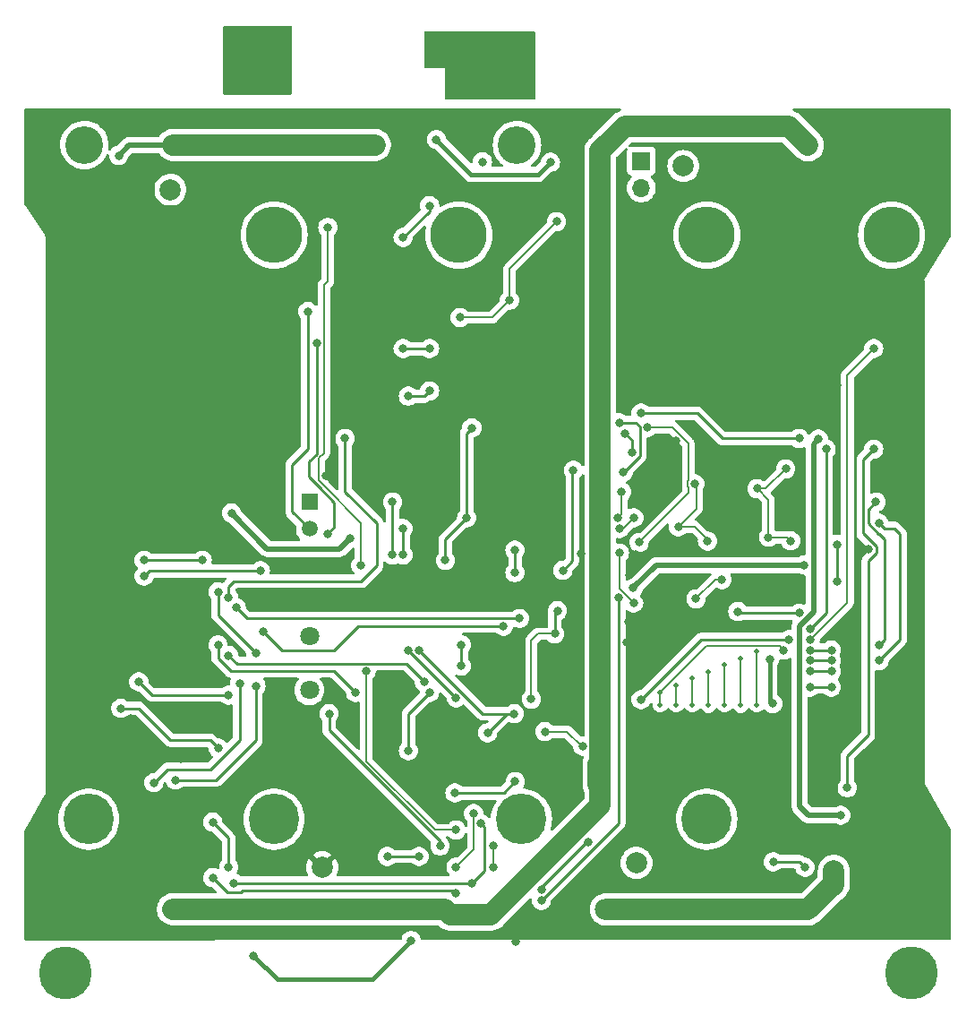
<source format=gbr>
%TF.GenerationSoftware,KiCad,Pcbnew,8.0.6*%
%TF.CreationDate,2024-11-09T21:19:22-05:00*%
%TF.ProjectId,battery_board_v2b,62617474-6572-4795-9f62-6f6172645f76,rev?*%
%TF.SameCoordinates,Original*%
%TF.FileFunction,Copper,L4,Bot*%
%TF.FilePolarity,Positive*%
%FSLAX46Y46*%
G04 Gerber Fmt 4.6, Leading zero omitted, Abs format (unit mm)*
G04 Created by KiCad (PCBNEW 8.0.6) date 2024-11-09 21:19:22*
%MOMM*%
%LPD*%
G01*
G04 APERTURE LIST*
%TA.AperFunction,ComponentPad*%
%ADD10C,5.000000*%
%TD*%
%TA.AperFunction,ComponentPad*%
%ADD11C,2.000000*%
%TD*%
%TA.AperFunction,ComponentPad*%
%ADD12R,1.700000X1.700000*%
%TD*%
%TA.AperFunction,ComponentPad*%
%ADD13O,1.700000X1.700000*%
%TD*%
%TA.AperFunction,ComponentPad*%
%ADD14R,1.508000X1.508000*%
%TD*%
%TA.AperFunction,ComponentPad*%
%ADD15C,1.508000*%
%TD*%
%TA.AperFunction,ComponentPad*%
%ADD16C,1.800000*%
%TD*%
%TA.AperFunction,ComponentPad*%
%ADD17C,4.770000*%
%TD*%
%TA.AperFunction,ComponentPad*%
%ADD18C,5.325000*%
%TD*%
%TA.AperFunction,ComponentPad*%
%ADD19C,3.570000*%
%TD*%
%TA.AperFunction,ComponentPad*%
%ADD20C,1.980000*%
%TD*%
%TA.AperFunction,ViaPad*%
%ADD21C,0.800000*%
%TD*%
%TA.AperFunction,ViaPad*%
%ADD22C,0.460000*%
%TD*%
%TA.AperFunction,Conductor*%
%ADD23C,0.250000*%
%TD*%
%TA.AperFunction,Conductor*%
%ADD24C,0.127000*%
%TD*%
%TA.AperFunction,Conductor*%
%ADD25C,0.152400*%
%TD*%
%TA.AperFunction,Conductor*%
%ADD26C,0.400000*%
%TD*%
%TA.AperFunction,Conductor*%
%ADD27C,2.000000*%
%TD*%
%TA.AperFunction,Conductor*%
%ADD28C,0.500000*%
%TD*%
%TA.AperFunction,Conductor*%
%ADD29C,0.200000*%
%TD*%
G04 APERTURE END LIST*
D10*
%TO.P,,1*%
%TO.N,N/C*%
X194573162Y-131529322D03*
%TD*%
D11*
%TO.P,TP4,1,1*%
%TO.N,PACK+*%
X173000000Y-55250000D03*
%TD*%
%TO.P,TP3,1,1*%
%TO.N,GND*%
X138850000Y-121525000D03*
%TD*%
%TO.P,TP5,1,1*%
%TO.N,+3V3*%
X168575000Y-121100000D03*
%TD*%
D10*
%TO.P,,1*%
%TO.N,N/C*%
X114573162Y-131529322D03*
%TD*%
D12*
%TO.P,J18,1,Pin_1*%
%TO.N,VBATT_SENSE*%
X169025000Y-54782400D03*
D13*
%TO.P,J18,2,Pin_2*%
%TO.N,VBatt*%
X169025000Y-57322400D03*
%TD*%
D11*
%TO.P,TP6,1,1*%
%TO.N,VBUSP*%
X124500000Y-57475000D03*
%TD*%
%TO.P,TP2,1,1*%
%TO.N,BM*%
X164973000Y-113665000D03*
%TD*%
%TO.P,TP1,1,1*%
%TO.N,B-*%
X187225000Y-121850000D03*
%TD*%
D14*
%TO.P,K1,C1*%
%TO.N,VBUSP*%
X137632500Y-87010000D03*
D15*
%TO.P,K1,C2*%
%TO.N,Net-(Q7-C)*%
X137632500Y-89550000D03*
D16*
%TO.P,K1,M*%
%TO.N,PACK+*%
X137632500Y-104790000D03*
%TO.P,K1,NO*%
%TO.N,Net-(K1-PadNO)*%
X137632500Y-99710000D03*
%TD*%
D17*
%TO.P,U8,1,1*%
%TO.N,unconnected-(U8-Pad1)*%
X134298500Y-116975000D03*
%TO.P,U8,2,2*%
%TO.N,unconnected-(U8-Pad2)*%
X116768500Y-116975000D03*
D18*
%TO.P,U8,3,3*%
%TO.N,unconnected-(U8-Pad3)*%
X134298500Y-61775000D03*
%TO.P,U8,4,4*%
%TO.N,unconnected-(U8-Pad4)*%
X151768500Y-61775000D03*
D19*
%TO.P,U8,5,5*%
%TO.N,unconnected-(U8-Pad5)*%
X116348500Y-53265000D03*
D20*
%TO.P,U8,6,6*%
%TO.N,BM*%
X124718500Y-125485000D03*
%TO.P,U8,7,7*%
X143848500Y-125485000D03*
%TO.P,U8,8,8*%
%TO.N,PACK+*%
X124718500Y-53265000D03*
%TO.P,U8,9,9*%
X143848500Y-53265000D03*
%TD*%
D17*
%TO.P,U7,1,1*%
%TO.N,unconnected-(U7-Pad1)*%
X175220000Y-116980000D03*
%TO.P,U7,2,2*%
%TO.N,unconnected-(U7-Pad2)*%
X157690000Y-116980000D03*
D18*
%TO.P,U7,3,3*%
%TO.N,unconnected-(U7-Pad3)*%
X175220000Y-61780000D03*
%TO.P,U7,4,4*%
%TO.N,unconnected-(U7-Pad4)*%
X192690000Y-61780000D03*
D19*
%TO.P,U7,5,5*%
%TO.N,unconnected-(U7-Pad5)*%
X157270000Y-53270000D03*
D20*
%TO.P,U7,6,6*%
%TO.N,B-*%
X165640000Y-125490000D03*
%TO.P,U7,7,7*%
X184770000Y-125490000D03*
%TO.P,U7,8,8*%
%TO.N,BM*%
X165640000Y-53270000D03*
%TO.P,U7,9,9*%
X184770000Y-53270000D03*
%TD*%
D21*
%TO.N,VSOLAR_I*%
X157073600Y-93675200D03*
X157073600Y-91541600D03*
%TO.N,+3V3*%
X181450000Y-106050000D03*
X151400000Y-114500000D03*
X184000000Y-97500000D03*
X150500000Y-92500000D03*
X178158800Y-97346300D03*
X181150000Y-101900000D03*
X149000000Y-105000000D03*
X153000000Y-80000000D03*
X130000000Y-121500000D03*
X145000000Y-120500000D03*
X152000000Y-102500000D03*
X128500000Y-117250000D03*
X159900000Y-108700000D03*
X163500000Y-110100000D03*
X157100000Y-113425000D03*
X152500000Y-88500000D03*
X158620800Y-105633162D03*
X147000000Y-110500000D03*
X160832800Y-99449500D03*
X161086800Y-97275500D03*
X152000000Y-100500000D03*
X148000000Y-120500000D03*
%TO.N,VBUSP*%
X168300000Y-96550000D03*
X166974600Y-89500000D03*
X169000000Y-78600000D03*
X181047820Y-90330940D03*
X149000000Y-59000000D03*
X146500000Y-62000000D03*
X168329624Y-88500000D03*
X183950000Y-81000000D03*
X166962000Y-91825000D03*
X183146900Y-90675000D03*
X149000000Y-76500000D03*
X182674400Y-83861100D03*
X179982000Y-85740700D03*
X146500000Y-72500000D03*
X168162900Y-82337100D03*
X149000000Y-72500000D03*
X147000000Y-77000000D03*
X167500000Y-80500000D03*
%TO.N,B-*%
X187880000Y-116600000D03*
X185775500Y-81050000D03*
%TO.N,Net-(Q4A-C1)*%
X169625000Y-79950000D03*
X168825000Y-90825000D03*
%TO.N,Net-(Q3B-B2)*%
X172525000Y-89350100D03*
X174089200Y-85298800D03*
X176650000Y-94325000D03*
X174190800Y-96154700D03*
X175289643Y-90697170D03*
%TO.N,GND*%
X159500000Y-112400000D03*
X125350000Y-66525000D03*
X162950000Y-64750000D03*
X173888000Y-90642564D03*
X126250000Y-106250000D03*
X182300000Y-111650000D03*
X172281188Y-81218812D03*
X178825000Y-66475000D03*
X122000000Y-89500000D03*
X155194000Y-94945200D03*
X163350000Y-91900000D03*
X181556800Y-79492300D03*
X187500000Y-76000000D03*
X174000000Y-80500000D03*
X120750000Y-107500000D03*
X147224500Y-94132400D03*
X126875500Y-123000000D03*
X158500000Y-65500000D03*
X182700000Y-86900000D03*
X190500000Y-91500000D03*
X130000000Y-115000000D03*
X157150000Y-128552502D03*
X168653600Y-85842300D03*
X161650000Y-81700000D03*
X160950000Y-114650000D03*
X154500000Y-58500000D03*
X138500000Y-113000000D03*
X150709600Y-112173400D03*
X122750000Y-111750000D03*
X125500000Y-111250000D03*
X146000000Y-83000000D03*
X125000000Y-99750000D03*
X167800000Y-98300000D03*
X159197201Y-73223200D03*
X167200000Y-66550000D03*
X174250000Y-66000000D03*
X187500000Y-107500000D03*
X185150000Y-111700000D03*
X177950000Y-86909100D03*
X185150000Y-113350000D03*
X140502699Y-75118000D03*
X182250000Y-114800000D03*
X140449500Y-58710500D03*
X134000000Y-108500000D03*
X178650000Y-79400000D03*
X167900000Y-93950000D03*
X168450400Y-91989100D03*
X182300000Y-113350000D03*
X175156000Y-97272300D03*
X167050000Y-65000000D03*
X162100000Y-96000000D03*
X176500000Y-54500000D03*
X162900000Y-66900000D03*
X178800000Y-69750000D03*
X139175700Y-84488516D03*
X160250000Y-76900000D03*
X162125000Y-123700000D03*
X185150000Y-114700000D03*
X167612400Y-100248362D03*
X124996499Y-78267600D03*
%TO.N,VBatt*%
X160425000Y-54900000D03*
X149650000Y-52750000D03*
%TO.N,F0_ENB*%
X188500000Y-114000000D03*
X184512299Y-121512299D03*
X181500000Y-121000000D03*
X191000000Y-82000000D03*
%TO.N,F1_ENB*%
X187500000Y-94500000D03*
X187500000Y-91000000D03*
%TO.N,F3_ENB*%
X132580000Y-104394000D03*
X124968000Y-113284000D03*
X129000000Y-95500000D03*
X132560000Y-101260000D03*
%TO.N,Net-(U9-+Vs)*%
X130000000Y-105250000D03*
X121500000Y-104000000D03*
%TO.N,Net-(Q7-C)*%
X137500000Y-69000000D03*
%TO.N,SCL_MAIN*%
X157000000Y-107000000D03*
X130500000Y-123000000D03*
X153000000Y-123000000D03*
X148012299Y-100987701D03*
X154500000Y-108800000D03*
X153852793Y-117397207D03*
X146500000Y-89500000D03*
X146500000Y-92000000D03*
%TO.N,SDA_MAIN*%
X128500000Y-122500000D03*
X153163300Y-116450000D03*
X151500000Y-124000000D03*
X147000000Y-101000000D03*
X145500000Y-87000000D03*
X151500000Y-121500000D03*
X145500000Y-92000000D03*
X151500000Y-105500000D03*
%TO.N,BURN_RELAY_A*%
X151500000Y-118000000D03*
X142500000Y-93000000D03*
X139382700Y-61047300D03*
X143000000Y-103000000D03*
%TO.N,ENAB_HEATER*%
X141000000Y-81000000D03*
X130000000Y-96000000D03*
X131064000Y-104140000D03*
X122936000Y-113538000D03*
%TO.N,Net-(IC2-SENSE)*%
X156555601Y-67940000D03*
X161000000Y-60500000D03*
X151882001Y-69565600D03*
%TO.N,VCC_RF1*%
X147260000Y-128440000D03*
X132380000Y-129880000D03*
%TO.N,/3V3_EN*%
X167179469Y-86046431D03*
X166789656Y-88517757D03*
%TO.N,BM*%
X165250000Y-68500000D03*
%TO.N,PACK+*%
X119600000Y-54250000D03*
X154000000Y-54850000D03*
%TO.N,ENAB_BURN*%
X150000000Y-119500000D03*
X139385500Y-90000000D03*
X138324300Y-72000000D03*
X139500000Y-107000000D03*
%TO.N,VBUS_RESET*%
X167327100Y-84165900D03*
X166847207Y-96052793D03*
X159575000Y-124650000D03*
X162600000Y-84000000D03*
X166950998Y-79515445D03*
X161609362Y-93468738D03*
D22*
%TO.N,F3_SDA*%
X178432800Y-101772362D03*
D21*
X133000000Y-93500000D03*
X156000000Y-98724500D03*
D22*
X178432800Y-106191962D03*
D21*
X122000000Y-94000000D03*
X133271938Y-99228062D03*
D22*
%TO.N,F2_SDA*%
X175384800Y-106191962D03*
D21*
X185000000Y-103000000D03*
D22*
X175384800Y-103042362D03*
D21*
X187000000Y-103000000D03*
%TO.N,F1_SDA*%
X191224500Y-87000000D03*
X185000000Y-101000497D03*
D22*
X172336800Y-104312362D03*
D21*
X187000000Y-101000000D03*
X191500000Y-100500000D03*
D22*
X172336800Y-106157062D03*
D21*
%TO.N,F0_SDA*%
X169000000Y-105672262D03*
X185000000Y-99000000D03*
X186500000Y-82000000D03*
X183000000Y-100000000D03*
D22*
%TO.N,F3_SCL*%
X179956800Y-106157062D03*
D21*
X157500000Y-98000000D03*
D22*
X179956800Y-101111963D03*
D21*
X127500000Y-92500000D03*
X130724500Y-97000000D03*
X122000000Y-92500000D03*
D22*
%TO.N,F2_SCL*%
X176908800Y-106157063D03*
X176908800Y-102381962D03*
D21*
X185000000Y-104500000D03*
X187000000Y-104500000D03*
%TO.N,F1_SCL*%
X191500000Y-89000000D03*
X191500000Y-102000000D03*
X187000000Y-102000000D03*
X185000000Y-102000000D03*
D22*
X173860800Y-106157062D03*
X173860800Y-103651962D03*
%TO.N,F0_SCL*%
X170812800Y-104972762D03*
D21*
X191000000Y-72500000D03*
X182500000Y-101000000D03*
D22*
X170812801Y-106157062D03*
D21*
X185000000Y-100000000D03*
%TO.N,F4_SCL*%
X142000000Y-105000000D03*
X129000000Y-100500000D03*
%TO.N,F4_SDA*%
X148500000Y-104000000D03*
X130000000Y-101500000D03*
%TO.N,I2C_RESET*%
X159587701Y-123612701D03*
X164037701Y-119162701D03*
%TO.N,ENAB_RF*%
X155000000Y-119500000D03*
X155000000Y-121500000D03*
%TO.N,VSOLAR*%
X141500000Y-90425000D03*
X168275000Y-95125000D03*
X130275000Y-88050000D03*
X184450000Y-92950000D03*
%TO.N,Net-(J9-Pin_2)*%
X119800000Y-106500000D03*
X129000000Y-110250000D03*
%TD*%
D23*
%TO.N,VSOLAR_I*%
X157073600Y-93675200D02*
X157073600Y-91541600D01*
%TO.N,+3V3*%
X152000000Y-102500000D02*
X152000000Y-100500000D01*
X145000000Y-120500000D02*
X148000000Y-120500000D01*
D24*
X158620800Y-100099200D02*
X158620800Y-105633162D01*
D23*
X161086800Y-97275500D02*
X160832800Y-97529500D01*
X178158800Y-97346300D02*
X178312500Y-97500000D01*
D25*
X162000000Y-108700000D02*
X163400000Y-110100000D01*
D23*
X160832800Y-97529500D02*
X160832800Y-99449500D01*
X147000000Y-107000000D02*
X149000000Y-105000000D01*
D26*
X181150000Y-101900000D02*
X181150000Y-105750000D01*
D25*
X159900000Y-108700000D02*
X162000000Y-108700000D01*
D23*
X152500000Y-80500000D02*
X152500000Y-88500000D01*
X157100000Y-113425000D02*
X156025000Y-114500000D01*
X147000000Y-110500000D02*
X147000000Y-107000000D01*
X153000000Y-80000000D02*
X152500000Y-80500000D01*
D24*
X159270500Y-99449500D02*
X158620800Y-100099200D01*
D23*
X150500000Y-90500000D02*
X150500000Y-92500000D01*
X178312500Y-97500000D02*
X184000000Y-97500000D01*
X130000000Y-118750000D02*
X128500000Y-117250000D01*
D24*
X160832800Y-99449500D02*
X159270500Y-99449500D01*
D26*
X181150000Y-105750000D02*
X181450000Y-106050000D01*
D23*
X156025000Y-114500000D02*
X151400000Y-114500000D01*
X152500000Y-88500000D02*
X150500000Y-90500000D01*
X130000000Y-121500000D02*
X130000000Y-118750000D01*
%TO.N,VBUSP*%
X147000000Y-77000000D02*
X148500000Y-77000000D01*
D25*
X179982000Y-85740700D02*
X180794800Y-85740700D01*
X181047820Y-86806520D02*
X179982000Y-85740700D01*
D23*
X174300000Y-78600000D02*
X169000000Y-78600000D01*
X148500000Y-77000000D02*
X149000000Y-76500000D01*
D25*
X181047820Y-90330940D02*
X181047820Y-86806520D01*
X166962000Y-95212000D02*
X166962000Y-91825000D01*
X168329624Y-88500000D02*
X167329624Y-89500000D01*
D23*
X146500000Y-72500000D02*
X149000000Y-72500000D01*
D25*
X168300000Y-96550000D02*
X166962000Y-95212000D01*
X167329624Y-89500000D02*
X166974600Y-89500000D01*
X181047820Y-90330940D02*
X182802840Y-90330940D01*
D23*
X168162900Y-82337100D02*
X168162900Y-81162900D01*
X149000000Y-59500000D02*
X149000000Y-59000000D01*
X183950000Y-81000000D02*
X176700000Y-81000000D01*
D25*
X182802840Y-90330940D02*
X183146900Y-90675000D01*
D23*
X176700000Y-81000000D02*
X174300000Y-78600000D01*
X168162900Y-81162900D02*
X167500000Y-80500000D01*
X146500000Y-62000000D02*
X149000000Y-59500000D01*
D25*
X180794800Y-85740700D02*
X182674400Y-83861100D01*
D27*
%TO.N,B-*%
X187000000Y-123300000D02*
X187100000Y-123300000D01*
X184790000Y-125510000D02*
X187000000Y-123300000D01*
X165660000Y-125510000D02*
X184790000Y-125510000D01*
X187225000Y-123175000D02*
X187225000Y-121850000D01*
X187100000Y-123300000D02*
X187225000Y-123175000D01*
D24*
%TO.N,Net-(Q4A-C1)*%
X171950000Y-79950000D02*
X169625000Y-79950000D01*
X173425700Y-85573631D02*
X173425700Y-85023969D01*
X173425700Y-85023969D02*
X173500000Y-84949669D01*
X173500000Y-84949669D02*
X173500000Y-81500000D01*
X173500000Y-85647931D02*
X173425700Y-85573631D01*
X173500000Y-81500000D02*
X171950000Y-79950000D01*
X168825000Y-90825000D02*
X173500000Y-86150000D01*
X173500000Y-86150000D02*
X173500000Y-85647931D01*
%TO.N,Net-(Q3B-B2)*%
X174190800Y-96154700D02*
X176020500Y-94325000D01*
D25*
X174225800Y-85435400D02*
X174089200Y-85298800D01*
X174225800Y-87649300D02*
X174225800Y-85435400D01*
D24*
X176020500Y-94325000D02*
X176650000Y-94325000D01*
X174075100Y-89350100D02*
X172525000Y-89350100D01*
X175289643Y-90697170D02*
X175289643Y-90564643D01*
D25*
X172525000Y-89350100D02*
X174225800Y-87649300D01*
D24*
X175289643Y-90564643D02*
X174075100Y-89350100D01*
%TO.N,GND*%
X168653600Y-85842300D02*
X172281188Y-82214712D01*
X172281188Y-82214712D02*
X172281188Y-81218812D01*
D26*
%TO.N,VBatt*%
X152950000Y-56050000D02*
X149650000Y-52750000D01*
X160425000Y-54900000D02*
X159275000Y-56050000D01*
X158700000Y-56050000D02*
X152950000Y-56050000D01*
X159275000Y-56050000D02*
X158700000Y-56050000D01*
D23*
%TO.N,F0_ENB*%
X190000000Y-83000000D02*
X191000000Y-82000000D01*
X190000000Y-89974695D02*
X190000000Y-83000000D01*
X190500000Y-92525305D02*
X191225000Y-91800305D01*
X188500000Y-114000000D02*
X188500000Y-111000000D01*
X191225000Y-91800305D02*
X191225000Y-91199695D01*
X190500000Y-109000000D02*
X190500000Y-92525305D01*
X188500000Y-111000000D02*
X190500000Y-109000000D01*
X184000000Y-121000000D02*
X181500000Y-121000000D01*
X184512299Y-121512299D02*
X184000000Y-121000000D01*
X191225000Y-91199695D02*
X190000000Y-89974695D01*
%TO.N,F1_ENB*%
X187500000Y-94500000D02*
X187500000Y-91000000D01*
%TO.N,F3_ENB*%
X128778000Y-113284000D02*
X132588000Y-109474000D01*
X129000000Y-97700000D02*
X129000000Y-95500000D01*
X124968000Y-113284000D02*
X128778000Y-113284000D01*
X132588000Y-109474000D02*
X132588000Y-104402000D01*
X132588000Y-104402000D02*
X132580000Y-104394000D01*
X132560000Y-101260000D02*
X129000000Y-97700000D01*
%TO.N,Net-(U9-+Vs)*%
X122750000Y-105250000D02*
X130000000Y-105250000D01*
X121500000Y-104000000D02*
X122750000Y-105250000D01*
%TO.N,Net-(Q7-C)*%
X136000000Y-83500000D02*
X136000000Y-87917500D01*
X136000000Y-87917500D02*
X137632500Y-89550000D01*
X137500000Y-82000000D02*
X136000000Y-83500000D01*
X137500000Y-69000000D02*
X137500000Y-82000000D01*
%TO.N,SCL_MAIN*%
X154163000Y-117707414D02*
X154163000Y-121837000D01*
X154500000Y-108800000D02*
X156300000Y-107000000D01*
X156300000Y-107000000D02*
X157000000Y-107000000D01*
X154024598Y-107000000D02*
X157000000Y-107000000D01*
X146500000Y-89500000D02*
X146500000Y-92000000D01*
X148012299Y-100987701D02*
X154024598Y-107000000D01*
X154163000Y-121837000D02*
X153000000Y-123000000D01*
X153000000Y-123000000D02*
X130500000Y-123000000D01*
X153852793Y-117397207D02*
X154163000Y-117707414D01*
D24*
%TO.N,SDA_MAIN*%
X153163300Y-116450000D02*
X153163300Y-119836700D01*
D23*
X145500000Y-87000000D02*
X145500000Y-92000000D01*
X129900000Y-123900000D02*
X131150000Y-123900000D01*
X131350000Y-123700000D02*
X151200000Y-123700000D01*
X131150000Y-123900000D02*
X131350000Y-123700000D01*
X128500000Y-122500000D02*
X129900000Y-123900000D01*
X151200000Y-123700000D02*
X151500000Y-124000000D01*
D24*
X153163300Y-119836700D02*
X151500000Y-121500000D01*
D23*
X147000000Y-101000000D02*
X151500000Y-105500000D01*
D25*
%TO.N,BURN_RELAY_A*%
X138500000Y-84932618D02*
X138901199Y-85333817D01*
X139000500Y-82365877D02*
X138500000Y-82866377D01*
X138901199Y-85401199D02*
X142500000Y-89000000D01*
X143000000Y-103000000D02*
X143000000Y-111500000D01*
X139382700Y-61047300D02*
X139382700Y-66118300D01*
X139000500Y-66500500D02*
X139000500Y-82365877D01*
X139382700Y-66118300D02*
X139000500Y-66500500D01*
X143000000Y-111500000D02*
X149500000Y-118000000D01*
X149500000Y-118000000D02*
X151500000Y-118000000D01*
X138500000Y-82866377D02*
X138500000Y-84932618D01*
X138901199Y-85333817D02*
X138901199Y-85401199D01*
X142500000Y-89000000D02*
X142500000Y-93000000D01*
D23*
%TO.N,ENAB_HEATER*%
X144000000Y-93000000D02*
X142500000Y-94500000D01*
X142500000Y-94500000D02*
X130500000Y-94500000D01*
X128270000Y-112268000D02*
X131064000Y-109474000D01*
X141000000Y-81000000D02*
X141000000Y-86000000D01*
X130500000Y-94500000D02*
X130000000Y-95000000D01*
X144000000Y-89000000D02*
X144000000Y-93000000D01*
X131064000Y-109474000D02*
X131064000Y-104140000D01*
X122936000Y-113538000D02*
X124206000Y-112268000D01*
X124206000Y-112268000D02*
X128270000Y-112268000D01*
X130000000Y-95000000D02*
X130000000Y-96000000D01*
X141000000Y-86000000D02*
X144000000Y-89000000D01*
D24*
%TO.N,Net-(IC2-SENSE)*%
X154930001Y-69565600D02*
X156555601Y-67940000D01*
X156555601Y-64944399D02*
X161000000Y-60500000D01*
X156555601Y-67940000D02*
X156555601Y-64944399D01*
X151882001Y-69565600D02*
X154930001Y-69565600D01*
D26*
%TO.N,VCC_RF1*%
X143580000Y-132140000D02*
X134640000Y-132140000D01*
X143580000Y-132120000D02*
X143580000Y-132140000D01*
X134640000Y-132140000D02*
X132380000Y-129880000D01*
X147260000Y-128440000D02*
X143580000Y-132120000D01*
D25*
%TO.N,/3V3_EN*%
X167179469Y-86046431D02*
X167179469Y-88127944D01*
X167179469Y-88127944D02*
X166789656Y-88517757D01*
D27*
%TO.N,BM*%
X165660000Y-53290000D02*
X167450000Y-51500000D01*
X165140726Y-54859274D02*
X165140726Y-111640726D01*
X165140726Y-53809274D02*
X165660000Y-53290000D01*
X164973000Y-111808452D02*
X164973000Y-113665000D01*
X183000000Y-51500000D02*
X184790000Y-53290000D01*
X154800000Y-126000000D02*
X155600000Y-125200000D01*
X150950000Y-126000000D02*
X154800000Y-126000000D01*
X167450000Y-51500000D02*
X183000000Y-51500000D01*
X124718500Y-125485000D02*
X143848500Y-125485000D01*
X165140726Y-54859274D02*
X165140726Y-53809274D01*
X150435000Y-125485000D02*
X150950000Y-126000000D01*
X165140726Y-111640726D02*
X165140726Y-115659274D01*
X143848500Y-125485000D02*
X150435000Y-125485000D01*
X165140726Y-111640726D02*
X164973000Y-111808452D01*
X165140726Y-115659274D02*
X155600000Y-125200000D01*
D28*
%TO.N,PACK+*%
X120585000Y-53265000D02*
X124718500Y-53265000D01*
D27*
X124718500Y-53265000D02*
X143848500Y-53265000D01*
D28*
X119600000Y-54250000D02*
X120585000Y-53265000D01*
D23*
%TO.N,ENAB_BURN*%
X138500000Y-85500000D02*
X138500000Y-85567382D01*
X150000000Y-119500000D02*
X150000000Y-119067382D01*
X140000000Y-87067382D02*
X140000000Y-87500000D01*
X150000000Y-119067382D02*
X139500000Y-108567382D01*
X140000000Y-89385500D02*
X139385500Y-90000000D01*
X138324300Y-72000000D02*
X138324300Y-82474695D01*
X139500000Y-108567382D02*
X139500000Y-107000000D01*
X137599300Y-84599300D02*
X138500000Y-85500000D01*
X140000000Y-87500000D02*
X140000000Y-89385500D01*
X138500000Y-85567382D02*
X140000000Y-87067382D01*
X138324300Y-82474695D02*
X137599300Y-83199695D01*
X137599300Y-83199695D02*
X137599300Y-84599300D01*
%TO.N,VBUS_RESET*%
X167359405Y-84165900D02*
X167327100Y-84165900D01*
X166966443Y-79500000D02*
X168500000Y-79500000D01*
X159575000Y-124650000D02*
X166887400Y-117337600D01*
X168900000Y-82625305D02*
X167359405Y-84165900D01*
X166887400Y-117337600D02*
X166887400Y-96092986D01*
X166887400Y-96092986D02*
X166847207Y-96052793D01*
X162500000Y-84100000D02*
X162500000Y-92578100D01*
X162500000Y-92578100D02*
X161609362Y-93468738D01*
X168900000Y-79900000D02*
X168900000Y-82625305D01*
X168500000Y-79500000D02*
X168900000Y-79900000D01*
X162600000Y-84000000D02*
X162500000Y-84100000D01*
X166950998Y-79515445D02*
X166966443Y-79500000D01*
%TO.N,F3_SDA*%
X135500000Y-101000000D02*
X135043876Y-101000000D01*
X140000000Y-101000000D02*
X135500000Y-101000000D01*
X156000000Y-98724500D02*
X142275500Y-98724500D01*
X142275500Y-98724500D02*
X140000000Y-101000000D01*
X122500000Y-93500000D02*
X122000000Y-94000000D01*
D29*
X178432800Y-106152462D02*
X178432800Y-101797762D01*
X178432800Y-106152462D02*
X178432800Y-106182462D01*
D23*
X133000000Y-93500000D02*
X122500000Y-93500000D01*
X135043876Y-101000000D02*
X133271938Y-99228062D01*
D29*
%TO.N,F2_SDA*%
X175384800Y-106152462D02*
X175384800Y-103067762D01*
D23*
X187000000Y-103000000D02*
X185000000Y-103000000D01*
D29*
X175384800Y-106152462D02*
X175384800Y-106182462D01*
%TO.N,F1_SDA*%
X172336800Y-106152462D02*
X172336800Y-105912562D01*
D23*
X191500000Y-90000000D02*
X192000000Y-90500000D01*
D29*
X172336800Y-105912562D02*
X172336800Y-104337762D01*
D23*
X185000497Y-101000000D02*
X185000000Y-101000497D01*
X192000000Y-100000000D02*
X191500000Y-100500000D01*
X192000000Y-90500000D02*
X192000000Y-100000000D01*
X191224500Y-87000000D02*
X190500000Y-87724500D01*
X187000000Y-101000000D02*
X185000497Y-101000000D01*
X191474695Y-90000000D02*
X191500000Y-90000000D01*
X190500000Y-87724500D02*
X190500000Y-89025305D01*
X190500000Y-89025305D02*
X191474695Y-90000000D01*
D25*
X172336800Y-106182462D02*
X172336800Y-105912562D01*
D23*
%TO.N,F0_SDA*%
X183000000Y-100000000D02*
X174672262Y-100000000D01*
X186500000Y-97500000D02*
X186500000Y-82000000D01*
X185000000Y-99000000D02*
X186500000Y-97500000D01*
X174672262Y-100000000D02*
X169000000Y-105672262D01*
%TO.N,F3_SCL*%
X130724500Y-97000000D02*
X131724500Y-98000000D01*
X131724500Y-98000000D02*
X157500000Y-98000000D01*
D29*
X179956800Y-106152462D02*
X179956800Y-101137363D01*
D23*
X127500000Y-92500000D02*
X122000000Y-92500000D01*
D29*
%TO.N,F2_SCL*%
X176908800Y-105810962D02*
X176908800Y-102407362D01*
D25*
X176908800Y-106182461D02*
X176908800Y-105810962D01*
D23*
X187000000Y-104500000D02*
X185000000Y-104500000D01*
D29*
X176908800Y-106152462D02*
X176908800Y-105810962D01*
D23*
%TO.N,F1_SCL*%
X187000000Y-102000000D02*
X185000000Y-102000000D01*
D29*
X173860800Y-106152462D02*
X173860800Y-105760162D01*
D23*
X192000000Y-89500000D02*
X193000000Y-89500000D01*
X191500000Y-89000000D02*
X192000000Y-89500000D01*
X193000000Y-89500000D02*
X193500000Y-90000000D01*
D29*
X173860800Y-105760162D02*
X173860800Y-103677362D01*
D25*
X173860800Y-106182462D02*
X173860800Y-105760162D01*
D23*
X193500000Y-90000000D02*
X193500000Y-91000000D01*
X193500000Y-91000000D02*
X193500000Y-100000000D01*
X193500000Y-100000000D02*
X191500000Y-102000000D01*
D29*
%TO.N,F0_SCL*%
X188500000Y-96500000D02*
X188500000Y-88500000D01*
X182081963Y-100581963D02*
X182500000Y-101000000D01*
X170812800Y-106152462D02*
X170812800Y-104998162D01*
X188500000Y-88500000D02*
X188500000Y-75000000D01*
X170812800Y-104972762D02*
X175203599Y-100581963D01*
X175203599Y-100581963D02*
X182081963Y-100581963D01*
X188500000Y-75000000D02*
X191000000Y-72500000D01*
X185000000Y-100000000D02*
X188500000Y-96500000D01*
D23*
%TO.N,F4_SCL*%
X130500000Y-102963400D02*
X139963400Y-102963400D01*
X130213400Y-102963400D02*
X130000000Y-102750000D01*
X129000000Y-101750000D02*
X129000000Y-100500000D01*
X139963400Y-102963400D02*
X142000000Y-105000000D01*
X130000000Y-102750000D02*
X129000000Y-101750000D01*
X130500000Y-102963400D02*
X130213400Y-102963400D01*
%TO.N,F4_SDA*%
X130775000Y-102275000D02*
X130000000Y-101500000D01*
X146775000Y-102275000D02*
X130775000Y-102275000D01*
X148500000Y-104000000D02*
X146775000Y-102275000D01*
%TO.N,I2C_RESET*%
X163812299Y-119162701D02*
X164037701Y-119162701D01*
X159587701Y-123387299D02*
X163812299Y-119162701D01*
X159587701Y-123612701D02*
X159587701Y-123387299D01*
D25*
%TO.N,ENAB_RF*%
X155000000Y-119500000D02*
X155000000Y-121500000D01*
D28*
%TO.N,VSOLAR*%
X140502690Y-91422310D02*
X141500000Y-90425000D01*
X130275000Y-88050000D02*
X133647310Y-91422310D01*
X184450000Y-92950000D02*
X170450000Y-92950000D01*
X133647310Y-91422310D02*
X140502690Y-91422310D01*
X170450000Y-92950000D02*
X168275000Y-95125000D01*
%TO.N,PACK-*%
X184000000Y-115760000D02*
X184000000Y-98702082D01*
X184840000Y-116600000D02*
X184000000Y-115760000D01*
X184000000Y-98702082D02*
X185302400Y-97399682D01*
X185302400Y-97399682D02*
X185302400Y-81523100D01*
X185302400Y-81523100D02*
X185775500Y-81050000D01*
X187880000Y-116600000D02*
X184840000Y-116600000D01*
D23*
%TO.N,Net-(J9-Pin_2)*%
X122000000Y-107000000D02*
X121500000Y-106500000D01*
X121500000Y-106500000D02*
X119800000Y-106500000D01*
X128250000Y-109500000D02*
X124500000Y-109500000D01*
X124500000Y-109500000D02*
X122000000Y-107000000D01*
X129000000Y-110250000D02*
X128250000Y-109500000D01*
%TD*%
%TA.AperFunction,Conductor*%
%TO.N,GND*%
G36*
X167058884Y-49824602D02*
G01*
X167105377Y-49878258D01*
X167115481Y-49948532D01*
X167085987Y-50013112D01*
X167029699Y-50050433D01*
X166870941Y-50102016D01*
X166870935Y-50102019D01*
X166659369Y-50209817D01*
X166467275Y-50349382D01*
X166467272Y-50349384D01*
X164768371Y-52048286D01*
X164756667Y-52058623D01*
X164621620Y-52163734D01*
X164621615Y-52163739D01*
X164453420Y-52346447D01*
X164428919Y-52383947D01*
X164412534Y-52404124D01*
X164158007Y-52658651D01*
X164158004Y-52658654D01*
X164105723Y-52710935D01*
X163990106Y-52826551D01*
X163889521Y-52964996D01*
X163850543Y-53018643D01*
X163742745Y-53230209D01*
X163742742Y-53230215D01*
X163669371Y-53456028D01*
X163669370Y-53456031D01*
X163669370Y-53456033D01*
X163633036Y-53685436D01*
X163632225Y-53690555D01*
X163632225Y-53933188D01*
X163632226Y-53933213D01*
X163632226Y-83500630D01*
X163612224Y-83568751D01*
X163558568Y-83615244D01*
X163488294Y-83625348D01*
X163423714Y-83595854D01*
X163397107Y-83563631D01*
X163395602Y-83561024D01*
X163339040Y-83463056D01*
X163339036Y-83463051D01*
X163339034Y-83463048D01*
X163211255Y-83321135D01*
X163056752Y-83208882D01*
X162882288Y-83131206D01*
X162695487Y-83091500D01*
X162504513Y-83091500D01*
X162317711Y-83131206D01*
X162143247Y-83208882D01*
X161988744Y-83321135D01*
X161860965Y-83463048D01*
X161860958Y-83463058D01*
X161765476Y-83628438D01*
X161765473Y-83628445D01*
X161706457Y-83810072D01*
X161686496Y-84000000D01*
X161706457Y-84189927D01*
X161720341Y-84232656D01*
X161765473Y-84371556D01*
X161815473Y-84458159D01*
X161849619Y-84517300D01*
X161866500Y-84580300D01*
X161866500Y-92263506D01*
X161846498Y-92331627D01*
X161829595Y-92352601D01*
X161658863Y-92523333D01*
X161596551Y-92557359D01*
X161569768Y-92560238D01*
X161513875Y-92560238D01*
X161327073Y-92599944D01*
X161152609Y-92677620D01*
X160998106Y-92789873D01*
X160870327Y-92931786D01*
X160870320Y-92931796D01*
X160774838Y-93097176D01*
X160774835Y-93097183D01*
X160715819Y-93278810D01*
X160695858Y-93468738D01*
X160715819Y-93658665D01*
X160734945Y-93717526D01*
X160774835Y-93840294D01*
X160774838Y-93840299D01*
X160870320Y-94005679D01*
X160870327Y-94005689D01*
X160998106Y-94147602D01*
X161056361Y-94189927D01*
X161152610Y-94259856D01*
X161327074Y-94337532D01*
X161513875Y-94377238D01*
X161704849Y-94377238D01*
X161891650Y-94337532D01*
X162066114Y-94259856D01*
X162220615Y-94147604D01*
X162233314Y-94133500D01*
X162348396Y-94005689D01*
X162348397Y-94005687D01*
X162348402Y-94005682D01*
X162443889Y-93840294D01*
X162502904Y-93658666D01*
X162520269Y-93493442D01*
X162547282Y-93427787D01*
X162556474Y-93417528D01*
X162992071Y-92981933D01*
X163061400Y-92878175D01*
X163109155Y-92762885D01*
X163133500Y-92640494D01*
X163133500Y-92515707D01*
X163133500Y-84799557D01*
X163153502Y-84731436D01*
X163185439Y-84697621D01*
X163195339Y-84690428D01*
X163211253Y-84678866D01*
X163336321Y-84539964D01*
X163339034Y-84536951D01*
X163339035Y-84536949D01*
X163339040Y-84536944D01*
X163397107Y-84436368D01*
X163448490Y-84387376D01*
X163518203Y-84373940D01*
X163584114Y-84400326D01*
X163625296Y-84458159D01*
X163632226Y-84499369D01*
X163632226Y-109065500D01*
X163612224Y-109133621D01*
X163558568Y-109180114D01*
X163506226Y-109191500D01*
X163404510Y-109191500D01*
X163400397Y-109192374D01*
X163397959Y-109192187D01*
X163397940Y-109192190D01*
X163397939Y-109192186D01*
X163329607Y-109186969D01*
X163285112Y-109158222D01*
X162359014Y-108232124D01*
X162349666Y-108226727D01*
X162225686Y-108155147D01*
X162076977Y-108115300D01*
X162076975Y-108115300D01*
X160652139Y-108115300D01*
X160584018Y-108095298D01*
X160558502Y-108073610D01*
X160511252Y-108021133D01*
X160356752Y-107908882D01*
X160182288Y-107831206D01*
X159995487Y-107791500D01*
X159804513Y-107791500D01*
X159617711Y-107831206D01*
X159443247Y-107908882D01*
X159288744Y-108021135D01*
X159160965Y-108163048D01*
X159160958Y-108163058D01*
X159079021Y-108304978D01*
X159065473Y-108328444D01*
X159050999Y-108372986D01*
X159006457Y-108510072D01*
X158986496Y-108700000D01*
X159006457Y-108889927D01*
X159022273Y-108938601D01*
X159065473Y-109071556D01*
X159065476Y-109071561D01*
X159160958Y-109236941D01*
X159160965Y-109236951D01*
X159288744Y-109378864D01*
X159323104Y-109403828D01*
X159443248Y-109491118D01*
X159617712Y-109568794D01*
X159804513Y-109608500D01*
X159995487Y-109608500D01*
X160182288Y-109568794D01*
X160356752Y-109491118D01*
X160511253Y-109378866D01*
X160558502Y-109326389D01*
X160618948Y-109289150D01*
X160652139Y-109284700D01*
X161705620Y-109284700D01*
X161773741Y-109304702D01*
X161794715Y-109321605D01*
X162556516Y-110083406D01*
X162590542Y-110145718D01*
X162592731Y-110159330D01*
X162606457Y-110289927D01*
X162613003Y-110310072D01*
X162665473Y-110471556D01*
X162665476Y-110471561D01*
X162760958Y-110636941D01*
X162760965Y-110636951D01*
X162888744Y-110778864D01*
X162888747Y-110778866D01*
X163043248Y-110891118D01*
X163217712Y-110968794D01*
X163404513Y-111008500D01*
X163481953Y-111008500D01*
X163550074Y-111028502D01*
X163596567Y-111082158D01*
X163606671Y-111152432D01*
X163594220Y-111191702D01*
X163575021Y-111229381D01*
X163575016Y-111229393D01*
X163501645Y-111455206D01*
X163464499Y-111689733D01*
X163464499Y-111932366D01*
X163464500Y-111932391D01*
X163464500Y-113600770D01*
X163464112Y-113610655D01*
X163459835Y-113664999D01*
X163464112Y-113719343D01*
X163464500Y-113729228D01*
X163464500Y-113783721D01*
X163473025Y-113837550D01*
X163474187Y-113847371D01*
X163478464Y-113901704D01*
X163478465Y-113901710D01*
X163491187Y-113954706D01*
X163493116Y-113964405D01*
X163501643Y-114018241D01*
X163518487Y-114070079D01*
X163521167Y-114079582D01*
X163532899Y-114128444D01*
X163533896Y-114132597D01*
X163554750Y-114182943D01*
X163558172Y-114192218D01*
X163566180Y-114216864D01*
X163575019Y-114244065D01*
X163575019Y-114244066D01*
X163587168Y-114267909D01*
X163599760Y-114292623D01*
X163603896Y-114301595D01*
X163622634Y-114346831D01*
X163632226Y-114395051D01*
X163632226Y-114982242D01*
X163612224Y-115050363D01*
X163595321Y-115071337D01*
X160646184Y-118020473D01*
X160583872Y-118054499D01*
X160513056Y-118049434D01*
X160456221Y-118006887D01*
X160431410Y-117940367D01*
X160436381Y-117895248D01*
X160510277Y-117648418D01*
X160568806Y-117316484D01*
X160588404Y-116980000D01*
X160568806Y-116643516D01*
X160510277Y-116311582D01*
X160413609Y-115988687D01*
X160280108Y-115679199D01*
X160111581Y-115387301D01*
X160039975Y-115291117D01*
X159910305Y-115116940D01*
X159679009Y-114871780D01*
X159679008Y-114871779D01*
X159679006Y-114871777D01*
X159420807Y-114655123D01*
X159139202Y-114469909D01*
X158837999Y-114318639D01*
X158837998Y-114318638D01*
X158837997Y-114318638D01*
X158521277Y-114203360D01*
X158193304Y-114125629D01*
X158193298Y-114125628D01*
X157963183Y-114098732D01*
X157897845Y-114070957D01*
X157857896Y-114012266D01*
X157856019Y-113941295D01*
X157868688Y-113910591D01*
X157934527Y-113796556D01*
X157993542Y-113614928D01*
X158013504Y-113425000D01*
X157993542Y-113235072D01*
X157934527Y-113053444D01*
X157839040Y-112888056D01*
X157839038Y-112888054D01*
X157839034Y-112888048D01*
X157711255Y-112746135D01*
X157556752Y-112633882D01*
X157382288Y-112556206D01*
X157195487Y-112516500D01*
X157004513Y-112516500D01*
X156817711Y-112556206D01*
X156643247Y-112633882D01*
X156488744Y-112746135D01*
X156360965Y-112888048D01*
X156360958Y-112888058D01*
X156265476Y-113053438D01*
X156265473Y-113053445D01*
X156206457Y-113235072D01*
X156189093Y-113400290D01*
X156162080Y-113465947D01*
X156152879Y-113476215D01*
X155799501Y-113829595D01*
X155737189Y-113863620D01*
X155710405Y-113866500D01*
X152108200Y-113866500D01*
X152040079Y-113846498D01*
X152014563Y-113824810D01*
X152011252Y-113821133D01*
X151856752Y-113708882D01*
X151682288Y-113631206D01*
X151495487Y-113591500D01*
X151304513Y-113591500D01*
X151117711Y-113631206D01*
X150943247Y-113708882D01*
X150788744Y-113821135D01*
X150660965Y-113963048D01*
X150660958Y-113963058D01*
X150567098Y-114125629D01*
X150565473Y-114128444D01*
X150557561Y-114152794D01*
X150506457Y-114310072D01*
X150486496Y-114500000D01*
X150506457Y-114689927D01*
X150536526Y-114782470D01*
X150565473Y-114871556D01*
X150565601Y-114871777D01*
X150660958Y-115036941D01*
X150660965Y-115036951D01*
X150788744Y-115178864D01*
X150788747Y-115178866D01*
X150943248Y-115291118D01*
X151117712Y-115368794D01*
X151304513Y-115408500D01*
X151495487Y-115408500D01*
X151682288Y-115368794D01*
X151856752Y-115291118D01*
X152011253Y-115178866D01*
X152014563Y-115175190D01*
X152075009Y-115137950D01*
X152108200Y-115133500D01*
X155206480Y-115133500D01*
X155274601Y-115153502D01*
X155321094Y-115207158D01*
X155331198Y-115277432D01*
X155307548Y-115334742D01*
X155268422Y-115387296D01*
X155268412Y-115387312D01*
X155099895Y-115679193D01*
X155099886Y-115679211D01*
X154966394Y-115988679D01*
X154966391Y-115988687D01*
X154927293Y-116119283D01*
X154869723Y-116311581D01*
X154811193Y-116643520D01*
X154811193Y-116643526D01*
X154803552Y-116774722D01*
X154779623Y-116841565D01*
X154723355Y-116884859D01*
X154652612Y-116890860D01*
X154589855Y-116857662D01*
X154584129Y-116851706D01*
X154464048Y-116718342D01*
X154361064Y-116643520D01*
X154309545Y-116606089D01*
X154149044Y-116534630D01*
X154094950Y-116488651D01*
X154074985Y-116432696D01*
X154056842Y-116260072D01*
X153997827Y-116078444D01*
X153902340Y-115913056D01*
X153902338Y-115913054D01*
X153902334Y-115913048D01*
X153774555Y-115771135D01*
X153620052Y-115658882D01*
X153445588Y-115581206D01*
X153258787Y-115541500D01*
X153067813Y-115541500D01*
X152881011Y-115581206D01*
X152706547Y-115658882D01*
X152552044Y-115771135D01*
X152424265Y-115913048D01*
X152424258Y-115913058D01*
X152337657Y-116063056D01*
X152328773Y-116078444D01*
X152315503Y-116119284D01*
X152269757Y-116260072D01*
X152249796Y-116450000D01*
X152269757Y-116639927D01*
X152295236Y-116718341D01*
X152328773Y-116821556D01*
X152328776Y-116821561D01*
X152424258Y-116986941D01*
X152424265Y-116986951D01*
X152556465Y-117133774D01*
X152554866Y-117135213D01*
X152586843Y-117187093D01*
X152591300Y-117220308D01*
X152591300Y-117623177D01*
X152571298Y-117691298D01*
X152517642Y-117737791D01*
X152447368Y-117747895D01*
X152382788Y-117718401D01*
X152345467Y-117662114D01*
X152339392Y-117643418D01*
X152334527Y-117628444D01*
X152239040Y-117463056D01*
X152239038Y-117463054D01*
X152239034Y-117463048D01*
X152111255Y-117321135D01*
X151956752Y-117208882D01*
X151782288Y-117131206D01*
X151595487Y-117091500D01*
X151404513Y-117091500D01*
X151217711Y-117131206D01*
X151043247Y-117208882D01*
X150888747Y-117321133D01*
X150841498Y-117373610D01*
X150781052Y-117410850D01*
X150747861Y-117415300D01*
X149794380Y-117415300D01*
X149726259Y-117395298D01*
X149705285Y-117378395D01*
X143621605Y-111294715D01*
X143587579Y-111232403D01*
X143584700Y-111205620D01*
X143584700Y-103756722D01*
X143604702Y-103688601D01*
X143617057Y-103672419D01*
X143739040Y-103536944D01*
X143834527Y-103371556D01*
X143893542Y-103189928D01*
X143911262Y-103021329D01*
X143938275Y-102955673D01*
X143996496Y-102915043D01*
X144036572Y-102908500D01*
X146460406Y-102908500D01*
X146528527Y-102928502D01*
X146549501Y-102945405D01*
X147552877Y-103948781D01*
X147586903Y-104011093D01*
X147589092Y-104024705D01*
X147606457Y-104189927D01*
X147633180Y-104272168D01*
X147665473Y-104371556D01*
X147678431Y-104394000D01*
X147760958Y-104536941D01*
X147760965Y-104536951D01*
X147888744Y-104678864D01*
X147888747Y-104678866D01*
X148043248Y-104791118D01*
X148043250Y-104791119D01*
X148044971Y-104792369D01*
X148088325Y-104848591D01*
X148096220Y-104907476D01*
X148089092Y-104975293D01*
X148062079Y-105040950D01*
X148052877Y-105051217D01*
X146596167Y-106507929D01*
X146507931Y-106596164D01*
X146507926Y-106596171D01*
X146438601Y-106699923D01*
X146390846Y-106815212D01*
X146366500Y-106937603D01*
X146366500Y-109797474D01*
X146346498Y-109865595D01*
X146334137Y-109881784D01*
X146260957Y-109963059D01*
X146173259Y-110114958D01*
X146165473Y-110128444D01*
X146151839Y-110170405D01*
X146106457Y-110310072D01*
X146086496Y-110500000D01*
X146106457Y-110689927D01*
X146109706Y-110699925D01*
X146165473Y-110871556D01*
X146165476Y-110871561D01*
X146260958Y-111036941D01*
X146260965Y-111036951D01*
X146388744Y-111178864D01*
X146449999Y-111223368D01*
X146543248Y-111291118D01*
X146717712Y-111368794D01*
X146904513Y-111408500D01*
X147095487Y-111408500D01*
X147282288Y-111368794D01*
X147456752Y-111291118D01*
X147611253Y-111178866D01*
X147635054Y-111152432D01*
X147739034Y-111036951D01*
X147739035Y-111036949D01*
X147739040Y-111036944D01*
X147834527Y-110871556D01*
X147893542Y-110689928D01*
X147913504Y-110500000D01*
X147893542Y-110310072D01*
X147834527Y-110128444D01*
X147739040Y-109963056D01*
X147665863Y-109881784D01*
X147635146Y-109817776D01*
X147633500Y-109797474D01*
X147633500Y-107314594D01*
X147653502Y-107246473D01*
X147670405Y-107225499D01*
X148950499Y-105945405D01*
X149012811Y-105911379D01*
X149039594Y-105908500D01*
X149095487Y-105908500D01*
X149282288Y-105868794D01*
X149456752Y-105791118D01*
X149611253Y-105678866D01*
X149611633Y-105678444D01*
X149739034Y-105536951D01*
X149739035Y-105536949D01*
X149739040Y-105536944D01*
X149834527Y-105371556D01*
X149893542Y-105189928D01*
X149904018Y-105090251D01*
X149931031Y-105024595D01*
X149989252Y-104983965D01*
X150060197Y-104981262D01*
X150118423Y-105014327D01*
X150552877Y-105448781D01*
X150586903Y-105511093D01*
X150589092Y-105524705D01*
X150606457Y-105689927D01*
X150621886Y-105737410D01*
X150665473Y-105871556D01*
X150674516Y-105887219D01*
X150760958Y-106036941D01*
X150760965Y-106036951D01*
X150888744Y-106178864D01*
X150888747Y-106178866D01*
X151043248Y-106291118D01*
X151217712Y-106368794D01*
X151404513Y-106408500D01*
X151595487Y-106408500D01*
X151782288Y-106368794D01*
X151956752Y-106291118D01*
X152111253Y-106178866D01*
X152115416Y-106174242D01*
X152175860Y-106137001D01*
X152246844Y-106138350D01*
X152298147Y-106169453D01*
X153620765Y-107492072D01*
X153724523Y-107561401D01*
X153839813Y-107609155D01*
X153962204Y-107633500D01*
X154086992Y-107633500D01*
X154466406Y-107633500D01*
X154534527Y-107653502D01*
X154581020Y-107707158D01*
X154591124Y-107777432D01*
X154561630Y-107842012D01*
X154555501Y-107848595D01*
X154549501Y-107854595D01*
X154487189Y-107888621D01*
X154460406Y-107891500D01*
X154404513Y-107891500D01*
X154217711Y-107931206D01*
X154043247Y-108008882D01*
X153888744Y-108121135D01*
X153760965Y-108263048D01*
X153760958Y-108263058D01*
X153665476Y-108428438D01*
X153665473Y-108428445D01*
X153606457Y-108610072D01*
X153586496Y-108800000D01*
X153606457Y-108989927D01*
X153630003Y-109062392D01*
X153665473Y-109171556D01*
X153665476Y-109171561D01*
X153760958Y-109336941D01*
X153760965Y-109336951D01*
X153888744Y-109478864D01*
X153888747Y-109478866D01*
X154043248Y-109591118D01*
X154217712Y-109668794D01*
X154404513Y-109708500D01*
X154595487Y-109708500D01*
X154782288Y-109668794D01*
X154956752Y-109591118D01*
X155111253Y-109478866D01*
X155178813Y-109403833D01*
X155239034Y-109336951D01*
X155239035Y-109336949D01*
X155239040Y-109336944D01*
X155334527Y-109171556D01*
X155393542Y-108989928D01*
X155410907Y-108824703D01*
X155437920Y-108759048D01*
X155447113Y-108748789D01*
X156387102Y-107808800D01*
X156449412Y-107774776D01*
X156520227Y-107779841D01*
X156539196Y-107788778D01*
X156543244Y-107791115D01*
X156543248Y-107791118D01*
X156717712Y-107868794D01*
X156904513Y-107908500D01*
X157095487Y-107908500D01*
X157282288Y-107868794D01*
X157456752Y-107791118D01*
X157611253Y-107678866D01*
X157739040Y-107536944D01*
X157834527Y-107371556D01*
X157893542Y-107189928D01*
X157913504Y-107000000D01*
X157893542Y-106810072D01*
X157834527Y-106628444D01*
X157739040Y-106463056D01*
X157739038Y-106463054D01*
X157739034Y-106463048D01*
X157611255Y-106321135D01*
X157456752Y-106208882D01*
X157282288Y-106131206D01*
X157095487Y-106091500D01*
X156904513Y-106091500D01*
X156717711Y-106131206D01*
X156543247Y-106208882D01*
X156388747Y-106321133D01*
X156385437Y-106324810D01*
X156324991Y-106362050D01*
X156291800Y-106366500D01*
X154339193Y-106366500D01*
X154271072Y-106346498D01*
X154250098Y-106329595D01*
X153553665Y-105633162D01*
X157707296Y-105633162D01*
X157727257Y-105823089D01*
X157748095Y-105887219D01*
X157786273Y-106004718D01*
X157786276Y-106004723D01*
X157881758Y-106170103D01*
X157881765Y-106170113D01*
X158009544Y-106312026D01*
X158023871Y-106322435D01*
X158164048Y-106424280D01*
X158338512Y-106501956D01*
X158525313Y-106541662D01*
X158716287Y-106541662D01*
X158903088Y-106501956D01*
X159077552Y-106424280D01*
X159232053Y-106312028D01*
X159233814Y-106310072D01*
X159359834Y-106170113D01*
X159359835Y-106170111D01*
X159359840Y-106170106D01*
X159455327Y-106004718D01*
X159514342Y-105823090D01*
X159534304Y-105633162D01*
X159514342Y-105443234D01*
X159455327Y-105261606D01*
X159359840Y-105096218D01*
X159232053Y-104954296D01*
X159232051Y-104954294D01*
X159227635Y-104949390D01*
X159229225Y-104947957D01*
X159197242Y-104896013D01*
X159192800Y-104862853D01*
X159192800Y-100388320D01*
X159212802Y-100320199D01*
X159229705Y-100299225D01*
X159470525Y-100058405D01*
X159532837Y-100024379D01*
X159559620Y-100021500D01*
X160069226Y-100021500D01*
X160137347Y-100041502D01*
X160162862Y-100063190D01*
X160221544Y-100128363D01*
X160221549Y-100128368D01*
X160306222Y-100189886D01*
X160376048Y-100240618D01*
X160550512Y-100318294D01*
X160737313Y-100358000D01*
X160928287Y-100358000D01*
X161115088Y-100318294D01*
X161289552Y-100240618D01*
X161444053Y-100128366D01*
X161477247Y-100091500D01*
X161571834Y-99986451D01*
X161571835Y-99986449D01*
X161571840Y-99986444D01*
X161667327Y-99821056D01*
X161726342Y-99639428D01*
X161746304Y-99449500D01*
X161726342Y-99259572D01*
X161667327Y-99077944D01*
X161571840Y-98912556D01*
X161498663Y-98831284D01*
X161467946Y-98767276D01*
X161466300Y-98746974D01*
X161466300Y-98182838D01*
X161486302Y-98114717D01*
X161537893Y-98070012D01*
X161537838Y-98069917D01*
X161538335Y-98069629D01*
X161539958Y-98068224D01*
X161541053Y-98067731D01*
X161542234Y-98067204D01*
X161543552Y-98066618D01*
X161698053Y-97954366D01*
X161762085Y-97883251D01*
X161825834Y-97812451D01*
X161825835Y-97812449D01*
X161825840Y-97812444D01*
X161921327Y-97647056D01*
X161980342Y-97465428D01*
X162000304Y-97275500D01*
X161980342Y-97085572D01*
X161921327Y-96903944D01*
X161825840Y-96738556D01*
X161825838Y-96738554D01*
X161825834Y-96738548D01*
X161698055Y-96596635D01*
X161543552Y-96484382D01*
X161369088Y-96406706D01*
X161182287Y-96367000D01*
X160991313Y-96367000D01*
X160804511Y-96406706D01*
X160630047Y-96484382D01*
X160475544Y-96596635D01*
X160347765Y-96738548D01*
X160347758Y-96738558D01*
X160252276Y-96903938D01*
X160252273Y-96903944D01*
X160246549Y-96921561D01*
X160193257Y-97085572D01*
X160173296Y-97275500D01*
X160193257Y-97465430D01*
X160194630Y-97471885D01*
X160194229Y-97471970D01*
X160199300Y-97503980D01*
X160199300Y-98746974D01*
X160179298Y-98815095D01*
X160166939Y-98831282D01*
X160162864Y-98835808D01*
X160102419Y-98873049D01*
X160069225Y-98877500D01*
X159345806Y-98877500D01*
X159195195Y-98877500D01*
X159049717Y-98916480D01*
X159049715Y-98916481D01*
X159049712Y-98916482D01*
X158919287Y-98991783D01*
X158919281Y-98991788D01*
X158707718Y-99203352D01*
X158269584Y-99641486D01*
X158242371Y-99668699D01*
X158163087Y-99747982D01*
X158163083Y-99747987D01*
X158087783Y-99878411D01*
X158087780Y-99878418D01*
X158065104Y-99963048D01*
X158050064Y-100019180D01*
X158048800Y-100023896D01*
X158048800Y-104862853D01*
X158028798Y-104930974D01*
X158013502Y-104948973D01*
X158013965Y-104949390D01*
X158009548Y-104954294D01*
X158009547Y-104954296D01*
X157968395Y-105000000D01*
X157881762Y-105096215D01*
X157881758Y-105096220D01*
X157786276Y-105261600D01*
X157786273Y-105261606D01*
X157773569Y-105300706D01*
X157727257Y-105443234D01*
X157707296Y-105633162D01*
X153553665Y-105633162D01*
X151426189Y-103505686D01*
X151392163Y-103443374D01*
X151397228Y-103372559D01*
X151439775Y-103315723D01*
X151506295Y-103290912D01*
X151566528Y-103301483D01*
X151717712Y-103368794D01*
X151904513Y-103408500D01*
X152095487Y-103408500D01*
X152282288Y-103368794D01*
X152456752Y-103291118D01*
X152611253Y-103178866D01*
X152689918Y-103091500D01*
X152739034Y-103036951D01*
X152739035Y-103036949D01*
X152739040Y-103036944D01*
X152834527Y-102871556D01*
X152893542Y-102689928D01*
X152913504Y-102500000D01*
X152893542Y-102310072D01*
X152834527Y-102128444D01*
X152739040Y-101963056D01*
X152665863Y-101881784D01*
X152635146Y-101817776D01*
X152633500Y-101797474D01*
X152633500Y-101202524D01*
X152653502Y-101134403D01*
X152665858Y-101118220D01*
X152739040Y-101036944D01*
X152834527Y-100871556D01*
X152893542Y-100689928D01*
X152913504Y-100500000D01*
X152893542Y-100310072D01*
X152834527Y-100128444D01*
X152739040Y-99963056D01*
X152739038Y-99963054D01*
X152739034Y-99963048D01*
X152611255Y-99821135D01*
X152456752Y-99708882D01*
X152282288Y-99631206D01*
X152169570Y-99607247D01*
X152107097Y-99573518D01*
X152072775Y-99511369D01*
X152077503Y-99440530D01*
X152119779Y-99383492D01*
X152186180Y-99358365D01*
X152195767Y-99358000D01*
X155291800Y-99358000D01*
X155359921Y-99378002D01*
X155385437Y-99399690D01*
X155388747Y-99403366D01*
X155543248Y-99515618D01*
X155717712Y-99593294D01*
X155904513Y-99633000D01*
X156095487Y-99633000D01*
X156282288Y-99593294D01*
X156456752Y-99515618D01*
X156611253Y-99403366D01*
X156614563Y-99399690D01*
X156739034Y-99261451D01*
X156739035Y-99261449D01*
X156739040Y-99261444D01*
X156834527Y-99096056D01*
X156893542Y-98914428D01*
X156894487Y-98905435D01*
X156921496Y-98839780D01*
X156979715Y-98799146D01*
X157050660Y-98796439D01*
X157071041Y-98803492D01*
X157217712Y-98868794D01*
X157404513Y-98908500D01*
X157595487Y-98908500D01*
X157782288Y-98868794D01*
X157956752Y-98791118D01*
X158111253Y-98678866D01*
X158157615Y-98627376D01*
X158239034Y-98536951D01*
X158239035Y-98536949D01*
X158239040Y-98536944D01*
X158334527Y-98371556D01*
X158393542Y-98189928D01*
X158413504Y-98000000D01*
X158393542Y-97810072D01*
X158334527Y-97628444D01*
X158239040Y-97463056D01*
X158239038Y-97463054D01*
X158239034Y-97463048D01*
X158111255Y-97321135D01*
X157956752Y-97208882D01*
X157782288Y-97131206D01*
X157595487Y-97091500D01*
X157404513Y-97091500D01*
X157217711Y-97131206D01*
X157043247Y-97208882D01*
X156888747Y-97321133D01*
X156885437Y-97324810D01*
X156824991Y-97362050D01*
X156791800Y-97366500D01*
X132039095Y-97366500D01*
X131970974Y-97346498D01*
X131950000Y-97329595D01*
X131671621Y-97051216D01*
X131637595Y-96988904D01*
X131635408Y-96975306D01*
X131618042Y-96810072D01*
X131559027Y-96628444D01*
X131463540Y-96463056D01*
X131463538Y-96463054D01*
X131463534Y-96463048D01*
X131335755Y-96321135D01*
X131181252Y-96208882D01*
X131006786Y-96131205D01*
X131000515Y-96129168D01*
X131001433Y-96126339D01*
X130950322Y-96098575D01*
X130916160Y-96036338D01*
X130914499Y-96006604D01*
X130913504Y-96006604D01*
X130913504Y-96000001D01*
X130893542Y-95810072D01*
X130834527Y-95628444D01*
X130758384Y-95496561D01*
X130739041Y-95463057D01*
X130739040Y-95463055D01*
X130673975Y-95390793D01*
X130643257Y-95326786D01*
X130652022Y-95256332D01*
X130678514Y-95217390D01*
X130725502Y-95170403D01*
X130787815Y-95136379D01*
X130814596Y-95133500D01*
X142562393Y-95133500D01*
X142562394Y-95133500D01*
X142684785Y-95109155D01*
X142800075Y-95061400D01*
X142903833Y-94992071D01*
X144492071Y-93403833D01*
X144561400Y-93300075D01*
X144609155Y-93184785D01*
X144633500Y-93062394D01*
X144633500Y-92937607D01*
X144633500Y-92723627D01*
X144653502Y-92655506D01*
X144707158Y-92609013D01*
X144777432Y-92598909D01*
X144842012Y-92628403D01*
X144853136Y-92639316D01*
X144888747Y-92678866D01*
X145043248Y-92791118D01*
X145217712Y-92868794D01*
X145404513Y-92908500D01*
X145595487Y-92908500D01*
X145782288Y-92868794D01*
X145948755Y-92794678D01*
X146019118Y-92785245D01*
X146051240Y-92794676D01*
X146217712Y-92868794D01*
X146404513Y-92908500D01*
X146595487Y-92908500D01*
X146782288Y-92868794D01*
X146956752Y-92791118D01*
X147111253Y-92678866D01*
X147112375Y-92677620D01*
X147239034Y-92536951D01*
X147239035Y-92536949D01*
X147239040Y-92536944D01*
X147260370Y-92500000D01*
X149586496Y-92500000D01*
X149606457Y-92689927D01*
X149618453Y-92726845D01*
X149665473Y-92871556D01*
X149669295Y-92878176D01*
X149760958Y-93036941D01*
X149760965Y-93036951D01*
X149888744Y-93178864D01*
X149903971Y-93189927D01*
X150043248Y-93291118D01*
X150217712Y-93368794D01*
X150404513Y-93408500D01*
X150595487Y-93408500D01*
X150782288Y-93368794D01*
X150956752Y-93291118D01*
X151111253Y-93178866D01*
X151147816Y-93138259D01*
X151239034Y-93036951D01*
X151239035Y-93036949D01*
X151239040Y-93036944D01*
X151334527Y-92871556D01*
X151393542Y-92689928D01*
X151413504Y-92500000D01*
X151393542Y-92310072D01*
X151334527Y-92128444D01*
X151239040Y-91963056D01*
X151165863Y-91881784D01*
X151135146Y-91817776D01*
X151133500Y-91797474D01*
X151133500Y-91541600D01*
X156160096Y-91541600D01*
X156180057Y-91731527D01*
X156201485Y-91797474D01*
X156239073Y-91913156D01*
X156239076Y-91913161D01*
X156313172Y-92041500D01*
X156334560Y-92078544D01*
X156407737Y-92159815D01*
X156438453Y-92223820D01*
X156440100Y-92244124D01*
X156440100Y-92972674D01*
X156420098Y-93040795D01*
X156407737Y-93056984D01*
X156334557Y-93138259D01*
X156239076Y-93303638D01*
X156239073Y-93303644D01*
X156233390Y-93321134D01*
X156180057Y-93485272D01*
X156160096Y-93675200D01*
X156180057Y-93865127D01*
X156208752Y-93953438D01*
X156239073Y-94046756D01*
X156239076Y-94046761D01*
X156334558Y-94212141D01*
X156334565Y-94212151D01*
X156462344Y-94354064D01*
X156462347Y-94354066D01*
X156616848Y-94466318D01*
X156791312Y-94543994D01*
X156978113Y-94583700D01*
X157169087Y-94583700D01*
X157355888Y-94543994D01*
X157530352Y-94466318D01*
X157684853Y-94354066D01*
X157689779Y-94348595D01*
X157812634Y-94212151D01*
X157812635Y-94212149D01*
X157812640Y-94212144D01*
X157908127Y-94046756D01*
X157967142Y-93865128D01*
X157987104Y-93675200D01*
X157967142Y-93485272D01*
X157908127Y-93303644D01*
X157812640Y-93138256D01*
X157739463Y-93056984D01*
X157708746Y-92992976D01*
X157707100Y-92972674D01*
X157707100Y-92244124D01*
X157727102Y-92176003D01*
X157739458Y-92159820D01*
X157812640Y-92078544D01*
X157908127Y-91913156D01*
X157967142Y-91731528D01*
X157987104Y-91541600D01*
X157967142Y-91351672D01*
X157908127Y-91170044D01*
X157812640Y-91004656D01*
X157812638Y-91004654D01*
X157812634Y-91004648D01*
X157684855Y-90862735D01*
X157530352Y-90750482D01*
X157355888Y-90672806D01*
X157169087Y-90633100D01*
X156978113Y-90633100D01*
X156791311Y-90672806D01*
X156616847Y-90750482D01*
X156462344Y-90862735D01*
X156334565Y-91004648D01*
X156334558Y-91004658D01*
X156239076Y-91170038D01*
X156239073Y-91170045D01*
X156180057Y-91351672D01*
X156160096Y-91541600D01*
X151133500Y-91541600D01*
X151133500Y-90814594D01*
X151153502Y-90746473D01*
X151170405Y-90725499D01*
X152450499Y-89445405D01*
X152512811Y-89411379D01*
X152539594Y-89408500D01*
X152595487Y-89408500D01*
X152782288Y-89368794D01*
X152956752Y-89291118D01*
X153111253Y-89178866D01*
X153111255Y-89178864D01*
X153239034Y-89036951D01*
X153239035Y-89036949D01*
X153239040Y-89036944D01*
X153334527Y-88871556D01*
X153393542Y-88689928D01*
X153413504Y-88500000D01*
X153393542Y-88310072D01*
X153334527Y-88128444D01*
X153248763Y-87979896D01*
X153239042Y-87963059D01*
X153239041Y-87963058D01*
X153239040Y-87963056D01*
X153165863Y-87881784D01*
X153135146Y-87817776D01*
X153133500Y-87797474D01*
X153133500Y-81002453D01*
X153153502Y-80934332D01*
X153207158Y-80887839D01*
X153233301Y-80879206D01*
X153282288Y-80868794D01*
X153456752Y-80791118D01*
X153611253Y-80678866D01*
X153611633Y-80678444D01*
X153739034Y-80536951D01*
X153739035Y-80536949D01*
X153739040Y-80536944D01*
X153834527Y-80371556D01*
X153893542Y-80189928D01*
X153913504Y-80000000D01*
X153893542Y-79810072D01*
X153834527Y-79628444D01*
X153739040Y-79463056D01*
X153739038Y-79463054D01*
X153739034Y-79463048D01*
X153611255Y-79321135D01*
X153456752Y-79208882D01*
X153282288Y-79131206D01*
X153095487Y-79091500D01*
X152904513Y-79091500D01*
X152717711Y-79131206D01*
X152543247Y-79208882D01*
X152388744Y-79321135D01*
X152260965Y-79463048D01*
X152260958Y-79463058D01*
X152165476Y-79628438D01*
X152165473Y-79628445D01*
X152106457Y-79810072D01*
X152089092Y-79975292D01*
X152062079Y-80040949D01*
X152052879Y-80051215D01*
X152007930Y-80096165D01*
X152007928Y-80096168D01*
X151945280Y-80189928D01*
X151938600Y-80199925D01*
X151890845Y-80315215D01*
X151881529Y-80362050D01*
X151866500Y-80437603D01*
X151866500Y-87797474D01*
X151846498Y-87865595D01*
X151834137Y-87881784D01*
X151760957Y-87963059D01*
X151665476Y-88128438D01*
X151665473Y-88128445D01*
X151606457Y-88310072D01*
X151589092Y-88475293D01*
X151562079Y-88540950D01*
X151552877Y-88551217D01*
X150096167Y-90007929D01*
X150007931Y-90096164D01*
X150007926Y-90096171D01*
X149945280Y-90189928D01*
X149938600Y-90199925D01*
X149930743Y-90218893D01*
X149907598Y-90274771D01*
X149890845Y-90315215D01*
X149881028Y-90364568D01*
X149866500Y-90437603D01*
X149866500Y-91797474D01*
X149846498Y-91865595D01*
X149834137Y-91881784D01*
X149760957Y-91963059D01*
X149665476Y-92128438D01*
X149665473Y-92128445D01*
X149606457Y-92310072D01*
X149586496Y-92500000D01*
X147260370Y-92500000D01*
X147334527Y-92371556D01*
X147393542Y-92189928D01*
X147413504Y-92000000D01*
X147393542Y-91810072D01*
X147334527Y-91628444D01*
X147253607Y-91488287D01*
X147239042Y-91463059D01*
X147239041Y-91463058D01*
X147239040Y-91463056D01*
X147165863Y-91381784D01*
X147135146Y-91317776D01*
X147133500Y-91297474D01*
X147133500Y-90202524D01*
X147153502Y-90134403D01*
X147165858Y-90118220D01*
X147239040Y-90036944D01*
X147334527Y-89871556D01*
X147393542Y-89689928D01*
X147413504Y-89500000D01*
X147393542Y-89310072D01*
X147334527Y-89128444D01*
X147239040Y-88963056D01*
X147239038Y-88963054D01*
X147239034Y-88963048D01*
X147111255Y-88821135D01*
X146956752Y-88708882D01*
X146782288Y-88631206D01*
X146595487Y-88591500D01*
X146404513Y-88591500D01*
X146285697Y-88616755D01*
X146214906Y-88611353D01*
X146158274Y-88568536D01*
X146133780Y-88501898D01*
X146133500Y-88493508D01*
X146133500Y-87702524D01*
X146153502Y-87634403D01*
X146165858Y-87618220D01*
X146239040Y-87536944D01*
X146334527Y-87371556D01*
X146393542Y-87189928D01*
X146413504Y-87000000D01*
X146393542Y-86810072D01*
X146334527Y-86628444D01*
X146239040Y-86463056D01*
X146239038Y-86463054D01*
X146239034Y-86463048D01*
X146111255Y-86321135D01*
X145956752Y-86208882D01*
X145782288Y-86131206D01*
X145595487Y-86091500D01*
X145404513Y-86091500D01*
X145217711Y-86131206D01*
X145043247Y-86208882D01*
X144888744Y-86321135D01*
X144760965Y-86463048D01*
X144760958Y-86463058D01*
X144665476Y-86628438D01*
X144665473Y-86628445D01*
X144606457Y-86810072D01*
X144586496Y-87000000D01*
X144606457Y-87189927D01*
X144628863Y-87258882D01*
X144665473Y-87371556D01*
X144665476Y-87371561D01*
X144747163Y-87513048D01*
X144760960Y-87536944D01*
X144834137Y-87618215D01*
X144864853Y-87682220D01*
X144866500Y-87702524D01*
X144866500Y-88829676D01*
X144846498Y-88897797D01*
X144792842Y-88944290D01*
X144722568Y-88954394D01*
X144657988Y-88924900D01*
X144619604Y-88865174D01*
X144616921Y-88854258D01*
X144609155Y-88815215D01*
X144594335Y-88779437D01*
X144592232Y-88774359D01*
X144592212Y-88774312D01*
X144573388Y-88728866D01*
X144561401Y-88699925D01*
X144492072Y-88596167D01*
X141670405Y-85774500D01*
X141636379Y-85712188D01*
X141633500Y-85685405D01*
X141633500Y-81702524D01*
X141653502Y-81634403D01*
X141665858Y-81618220D01*
X141739040Y-81536944D01*
X141834527Y-81371556D01*
X141893542Y-81189928D01*
X141913504Y-81000000D01*
X141893542Y-80810072D01*
X141834527Y-80628444D01*
X141739040Y-80463056D01*
X141739038Y-80463054D01*
X141739034Y-80463048D01*
X141611255Y-80321135D01*
X141456752Y-80208882D01*
X141282288Y-80131206D01*
X141095487Y-80091500D01*
X140904513Y-80091500D01*
X140717711Y-80131206D01*
X140543247Y-80208882D01*
X140388744Y-80321135D01*
X140260965Y-80463048D01*
X140260958Y-80463058D01*
X140165476Y-80628438D01*
X140165473Y-80628444D01*
X140163027Y-80635972D01*
X140106457Y-80810072D01*
X140086496Y-81000000D01*
X140106457Y-81189927D01*
X140123082Y-81241092D01*
X140165473Y-81371556D01*
X140260960Y-81536944D01*
X140334137Y-81618215D01*
X140364853Y-81682220D01*
X140366500Y-81702524D01*
X140366500Y-85735418D01*
X140346498Y-85803539D01*
X140292842Y-85850032D01*
X140222568Y-85860136D01*
X140157988Y-85830642D01*
X140151405Y-85824514D01*
X139471574Y-85144684D01*
X139451445Y-85114554D01*
X139450182Y-85115284D01*
X139369077Y-84974806D01*
X139369073Y-84974801D01*
X139321510Y-84927238D01*
X139260213Y-84865941D01*
X139121605Y-84727333D01*
X139087579Y-84665021D01*
X139084700Y-84638238D01*
X139084700Y-83160757D01*
X139104702Y-83092636D01*
X139121600Y-83071666D01*
X139468376Y-82724891D01*
X139489849Y-82687699D01*
X139545353Y-82591563D01*
X139585200Y-82442854D01*
X139585200Y-77000000D01*
X146086496Y-77000000D01*
X146106457Y-77189927D01*
X146136526Y-77282470D01*
X146165473Y-77371556D01*
X146165476Y-77371561D01*
X146260958Y-77536941D01*
X146260965Y-77536951D01*
X146388744Y-77678864D01*
X146388747Y-77678866D01*
X146543248Y-77791118D01*
X146717712Y-77868794D01*
X146904513Y-77908500D01*
X147095487Y-77908500D01*
X147282288Y-77868794D01*
X147456752Y-77791118D01*
X147611253Y-77678866D01*
X147614563Y-77675190D01*
X147675009Y-77637950D01*
X147708200Y-77633500D01*
X148562393Y-77633500D01*
X148562394Y-77633500D01*
X148684785Y-77609155D01*
X148800075Y-77561400D01*
X148903833Y-77492071D01*
X148950499Y-77445405D01*
X149012811Y-77411379D01*
X149039594Y-77408500D01*
X149095487Y-77408500D01*
X149282288Y-77368794D01*
X149456752Y-77291118D01*
X149611253Y-77178866D01*
X149739040Y-77036944D01*
X149834527Y-76871556D01*
X149893542Y-76689928D01*
X149913504Y-76500000D01*
X149893542Y-76310072D01*
X149834527Y-76128444D01*
X149739040Y-75963056D01*
X149739038Y-75963054D01*
X149739034Y-75963048D01*
X149611255Y-75821135D01*
X149456752Y-75708882D01*
X149282288Y-75631206D01*
X149095487Y-75591500D01*
X148904513Y-75591500D01*
X148717711Y-75631206D01*
X148543247Y-75708882D01*
X148388744Y-75821135D01*
X148260965Y-75963048D01*
X148260958Y-75963058D01*
X148165476Y-76128438D01*
X148165473Y-76128445D01*
X148116412Y-76279437D01*
X148076338Y-76338042D01*
X148010941Y-76365679D01*
X147996579Y-76366500D01*
X147708200Y-76366500D01*
X147640079Y-76346498D01*
X147614563Y-76324810D01*
X147611252Y-76321133D01*
X147456752Y-76208882D01*
X147282288Y-76131206D01*
X147095487Y-76091500D01*
X146904513Y-76091500D01*
X146717711Y-76131206D01*
X146543247Y-76208882D01*
X146388744Y-76321135D01*
X146260965Y-76463048D01*
X146260958Y-76463058D01*
X146165476Y-76628438D01*
X146165473Y-76628445D01*
X146106457Y-76810072D01*
X146086496Y-77000000D01*
X139585200Y-77000000D01*
X139585200Y-72500000D01*
X145586496Y-72500000D01*
X145606457Y-72689927D01*
X145636526Y-72782470D01*
X145665473Y-72871556D01*
X145665476Y-72871561D01*
X145760958Y-73036941D01*
X145760965Y-73036951D01*
X145888744Y-73178864D01*
X145888747Y-73178866D01*
X146043248Y-73291118D01*
X146217712Y-73368794D01*
X146404513Y-73408500D01*
X146595487Y-73408500D01*
X146782288Y-73368794D01*
X146956752Y-73291118D01*
X147111253Y-73178866D01*
X147114563Y-73175190D01*
X147175009Y-73137950D01*
X147208200Y-73133500D01*
X148291800Y-73133500D01*
X148359921Y-73153502D01*
X148385437Y-73175190D01*
X148388747Y-73178866D01*
X148543248Y-73291118D01*
X148717712Y-73368794D01*
X148904513Y-73408500D01*
X149095487Y-73408500D01*
X149282288Y-73368794D01*
X149456752Y-73291118D01*
X149611253Y-73178866D01*
X149739040Y-73036944D01*
X149834527Y-72871556D01*
X149893542Y-72689928D01*
X149913504Y-72500000D01*
X149893542Y-72310072D01*
X149834527Y-72128444D01*
X149739040Y-71963056D01*
X149739038Y-71963054D01*
X149739034Y-71963048D01*
X149611255Y-71821135D01*
X149456752Y-71708882D01*
X149282288Y-71631206D01*
X149095487Y-71591500D01*
X148904513Y-71591500D01*
X148717711Y-71631206D01*
X148543247Y-71708882D01*
X148388747Y-71821133D01*
X148385437Y-71824810D01*
X148324991Y-71862050D01*
X148291800Y-71866500D01*
X147208200Y-71866500D01*
X147140079Y-71846498D01*
X147114563Y-71824810D01*
X147111252Y-71821133D01*
X146956752Y-71708882D01*
X146782288Y-71631206D01*
X146595487Y-71591500D01*
X146404513Y-71591500D01*
X146217711Y-71631206D01*
X146043247Y-71708882D01*
X145888744Y-71821135D01*
X145760965Y-71963048D01*
X145760958Y-71963058D01*
X145665476Y-72128438D01*
X145665473Y-72128445D01*
X145606457Y-72310072D01*
X145586496Y-72500000D01*
X139585200Y-72500000D01*
X139585200Y-69565600D01*
X150968497Y-69565600D01*
X150988458Y-69755527D01*
X151018527Y-69848070D01*
X151047474Y-69937156D01*
X151047477Y-69937161D01*
X151142959Y-70102541D01*
X151142966Y-70102551D01*
X151270745Y-70244464D01*
X151270748Y-70244466D01*
X151425249Y-70356718D01*
X151599713Y-70434394D01*
X151786514Y-70474100D01*
X151977488Y-70474100D01*
X152164289Y-70434394D01*
X152338753Y-70356718D01*
X152493254Y-70244466D01*
X152524426Y-70209844D01*
X152551939Y-70179290D01*
X152612385Y-70142050D01*
X152645575Y-70137600D01*
X155005304Y-70137600D01*
X155005306Y-70137600D01*
X155150785Y-70098619D01*
X155281217Y-70023314D01*
X155387715Y-69916816D01*
X156419125Y-68885404D01*
X156481437Y-68851380D01*
X156508220Y-68848500D01*
X156651088Y-68848500D01*
X156837889Y-68808794D01*
X157012353Y-68731118D01*
X157166854Y-68618866D01*
X157294641Y-68476944D01*
X157390128Y-68311556D01*
X157449143Y-68129928D01*
X157469105Y-67940000D01*
X157449143Y-67750072D01*
X157390128Y-67568444D01*
X157294641Y-67403056D01*
X157166854Y-67261134D01*
X157166852Y-67261132D01*
X157162436Y-67256228D01*
X157164026Y-67254795D01*
X157132043Y-67202851D01*
X157127601Y-67169691D01*
X157127601Y-65233519D01*
X157147603Y-65165398D01*
X157164506Y-65144424D01*
X160863525Y-61445405D01*
X160925837Y-61411379D01*
X160952620Y-61408500D01*
X161095487Y-61408500D01*
X161282288Y-61368794D01*
X161456752Y-61291118D01*
X161611253Y-61178866D01*
X161706323Y-61073280D01*
X161739034Y-61036951D01*
X161739035Y-61036949D01*
X161739040Y-61036944D01*
X161834527Y-60871556D01*
X161893542Y-60689928D01*
X161913504Y-60500000D01*
X161893542Y-60310072D01*
X161834527Y-60128444D01*
X161739040Y-59963056D01*
X161739038Y-59963054D01*
X161739034Y-59963048D01*
X161611255Y-59821135D01*
X161456752Y-59708882D01*
X161282288Y-59631206D01*
X161095487Y-59591500D01*
X160904513Y-59591500D01*
X160717711Y-59631206D01*
X160543247Y-59708882D01*
X160388744Y-59821135D01*
X160260965Y-59963048D01*
X160260958Y-59963058D01*
X160165476Y-60128438D01*
X160165473Y-60128445D01*
X160106457Y-60310072D01*
X160086496Y-60500001D01*
X160090159Y-60534860D01*
X160077386Y-60604698D01*
X160053944Y-60637123D01*
X156670303Y-64020767D01*
X156204385Y-64486685D01*
X156151136Y-64539933D01*
X156097888Y-64593181D01*
X156097884Y-64593186D01*
X156022584Y-64723610D01*
X156022581Y-64723617D01*
X155983601Y-64869095D01*
X155983601Y-67169691D01*
X155963599Y-67237812D01*
X155948303Y-67255811D01*
X155948766Y-67256228D01*
X155944349Y-67261132D01*
X155944348Y-67261134D01*
X155886584Y-67325286D01*
X155816563Y-67403053D01*
X155816559Y-67403058D01*
X155721077Y-67568438D01*
X155721074Y-67568445D01*
X155662058Y-67750072D01*
X155642097Y-67940000D01*
X155642097Y-67940001D01*
X155645760Y-67974860D01*
X155632987Y-68044698D01*
X155609546Y-68077123D01*
X154729976Y-68956695D01*
X154667663Y-68990720D01*
X154640880Y-68993600D01*
X152645575Y-68993600D01*
X152577454Y-68973598D01*
X152551939Y-68951910D01*
X152493256Y-68886736D01*
X152493251Y-68886731D01*
X152338753Y-68774482D01*
X152164289Y-68696806D01*
X151977488Y-68657100D01*
X151786514Y-68657100D01*
X151599712Y-68696806D01*
X151425248Y-68774482D01*
X151270745Y-68886735D01*
X151142966Y-69028648D01*
X151142959Y-69028658D01*
X151047477Y-69194038D01*
X151047474Y-69194045D01*
X150988458Y-69375672D01*
X150968497Y-69565600D01*
X139585200Y-69565600D01*
X139585200Y-66794881D01*
X139605202Y-66726760D01*
X139622105Y-66705785D01*
X139850576Y-66477315D01*
X139889063Y-66410652D01*
X139889064Y-66410651D01*
X139927550Y-66343991D01*
X139927549Y-66343991D01*
X139927553Y-66343986D01*
X139967400Y-66195277D01*
X139967400Y-62000000D01*
X145586496Y-62000000D01*
X145606457Y-62189927D01*
X145636526Y-62282470D01*
X145665473Y-62371556D01*
X145665476Y-62371561D01*
X145760958Y-62536941D01*
X145760965Y-62536951D01*
X145888744Y-62678864D01*
X145888747Y-62678866D01*
X146043248Y-62791118D01*
X146217712Y-62868794D01*
X146404513Y-62908500D01*
X146595487Y-62908500D01*
X146782288Y-62868794D01*
X146956752Y-62791118D01*
X147111253Y-62678866D01*
X147239040Y-62536944D01*
X147334527Y-62371556D01*
X147393542Y-62189928D01*
X147410907Y-62024703D01*
X147437920Y-61959048D01*
X147447113Y-61948789D01*
X148466156Y-60929746D01*
X148528466Y-60895722D01*
X148599281Y-60900787D01*
X148656117Y-60943334D01*
X148680928Y-61009854D01*
X148676325Y-61053722D01*
X148672132Y-61068275D01*
X148612473Y-61419404D01*
X148592504Y-61775000D01*
X148612473Y-62130595D01*
X148672131Y-62481719D01*
X148770731Y-62823969D01*
X148907021Y-63153002D01*
X148907026Y-63153013D01*
X148909796Y-63158025D01*
X149079300Y-63464721D01*
X149079304Y-63464728D01*
X149285400Y-63755194D01*
X149285401Y-63755195D01*
X149285406Y-63755201D01*
X149522732Y-64020768D01*
X149788299Y-64258094D01*
X149788304Y-64258097D01*
X149788305Y-64258099D01*
X150078771Y-64464195D01*
X150078778Y-64464199D01*
X150193260Y-64527470D01*
X150390487Y-64636474D01*
X150719535Y-64772770D01*
X151061774Y-64871367D01*
X151412901Y-64931026D01*
X151768500Y-64950996D01*
X152124099Y-64931026D01*
X152475226Y-64871367D01*
X152817465Y-64772770D01*
X153146513Y-64636474D01*
X153458232Y-64464193D01*
X153748701Y-64258094D01*
X154014268Y-64020768D01*
X154251594Y-63755201D01*
X154457693Y-63464732D01*
X154629974Y-63153013D01*
X154766270Y-62823965D01*
X154864867Y-62481726D01*
X154924526Y-62130599D01*
X154944496Y-61775000D01*
X154924526Y-61419401D01*
X154864867Y-61068274D01*
X154766270Y-60726035D01*
X154629974Y-60396987D01*
X154481556Y-60128444D01*
X154457699Y-60085278D01*
X154457695Y-60085271D01*
X154251599Y-59794805D01*
X154251597Y-59794804D01*
X154251594Y-59794799D01*
X154014268Y-59529232D01*
X153748701Y-59291906D01*
X153748695Y-59291901D01*
X153748694Y-59291900D01*
X153458228Y-59085804D01*
X153458221Y-59085800D01*
X153155572Y-58918533D01*
X153146513Y-58913526D01*
X153146506Y-58913523D01*
X153146502Y-58913521D01*
X152817469Y-58777231D01*
X152492581Y-58683633D01*
X152475226Y-58678633D01*
X152475225Y-58678632D01*
X152475219Y-58678631D01*
X152124095Y-58618973D01*
X151768500Y-58599004D01*
X151412904Y-58618973D01*
X151061780Y-58678631D01*
X150719530Y-58777231D01*
X150390497Y-58913521D01*
X150390474Y-58913533D01*
X150097486Y-59075461D01*
X150028190Y-59090906D01*
X149961544Y-59066435D01*
X149918708Y-59009817D01*
X149911229Y-58978359D01*
X149893542Y-58810072D01*
X149834527Y-58628444D01*
X149739040Y-58463056D01*
X149739038Y-58463054D01*
X149739034Y-58463048D01*
X149611255Y-58321135D01*
X149456752Y-58208882D01*
X149282288Y-58131206D01*
X149095487Y-58091500D01*
X148904513Y-58091500D01*
X148717711Y-58131206D01*
X148543247Y-58208882D01*
X148388744Y-58321135D01*
X148260965Y-58463048D01*
X148260958Y-58463058D01*
X148165476Y-58628438D01*
X148165473Y-58628445D01*
X148106457Y-58810072D01*
X148086496Y-59000000D01*
X148106457Y-59189927D01*
X148158060Y-59348740D01*
X148160088Y-59419708D01*
X148127322Y-59476772D01*
X146549499Y-61054596D01*
X146487189Y-61088620D01*
X146460406Y-61091500D01*
X146404513Y-61091500D01*
X146217711Y-61131206D01*
X146043247Y-61208882D01*
X145888744Y-61321135D01*
X145760965Y-61463048D01*
X145760958Y-61463058D01*
X145665476Y-61628438D01*
X145665473Y-61628445D01*
X145606457Y-61810072D01*
X145586496Y-62000000D01*
X139967400Y-62000000D01*
X139967400Y-61804022D01*
X139987402Y-61735901D01*
X139999757Y-61719719D01*
X140121740Y-61584244D01*
X140217227Y-61418856D01*
X140276242Y-61237228D01*
X140296204Y-61047300D01*
X140276242Y-60857372D01*
X140217227Y-60675744D01*
X140121740Y-60510356D01*
X140121738Y-60510354D01*
X140121734Y-60510348D01*
X139993955Y-60368435D01*
X139839452Y-60256182D01*
X139664988Y-60178506D01*
X139478187Y-60138800D01*
X139287213Y-60138800D01*
X139100411Y-60178506D01*
X138925947Y-60256182D01*
X138771444Y-60368435D01*
X138643665Y-60510348D01*
X138643658Y-60510358D01*
X138548176Y-60675738D01*
X138548173Y-60675744D01*
X138533699Y-60720286D01*
X138489157Y-60857372D01*
X138469196Y-61047300D01*
X138489157Y-61237227D01*
X138506668Y-61291118D01*
X138548173Y-61418856D01*
X138643660Y-61584244D01*
X138765637Y-61719713D01*
X138796353Y-61783719D01*
X138798000Y-61804022D01*
X138798000Y-65823918D01*
X138777998Y-65892039D01*
X138761096Y-65913013D01*
X138641486Y-66032624D01*
X138641485Y-66032624D01*
X138532629Y-66141479D01*
X138532621Y-66141489D01*
X138455647Y-66274813D01*
X138455647Y-66274814D01*
X138419250Y-66410650D01*
X138415800Y-66423524D01*
X138415800Y-68331126D01*
X138395798Y-68399247D01*
X138342142Y-68445740D01*
X138271868Y-68455844D01*
X138207288Y-68426350D01*
X138196164Y-68415436D01*
X138111255Y-68321135D01*
X137956752Y-68208882D01*
X137782288Y-68131206D01*
X137595487Y-68091500D01*
X137404513Y-68091500D01*
X137217711Y-68131206D01*
X137043247Y-68208882D01*
X136888744Y-68321135D01*
X136760965Y-68463048D01*
X136760958Y-68463058D01*
X136665476Y-68628438D01*
X136665473Y-68628445D01*
X136606457Y-68810072D01*
X136586496Y-69000000D01*
X136606457Y-69189927D01*
X136636526Y-69282470D01*
X136665473Y-69371556D01*
X136760960Y-69536944D01*
X136834137Y-69618215D01*
X136864853Y-69682220D01*
X136866500Y-69702524D01*
X136866500Y-81685406D01*
X136846498Y-81753527D01*
X136829595Y-81774501D01*
X135507931Y-83096164D01*
X135507926Y-83096171D01*
X135450421Y-83182234D01*
X135438600Y-83199925D01*
X135390845Y-83315215D01*
X135389068Y-83324148D01*
X135366500Y-83437603D01*
X135366500Y-87979896D01*
X135374048Y-88017842D01*
X135390845Y-88102285D01*
X135438600Y-88217575D01*
X135507929Y-88321333D01*
X136149643Y-88963048D01*
X136360906Y-89174311D01*
X136394931Y-89236623D01*
X136393517Y-89296016D01*
X136384430Y-89329926D01*
X136366049Y-89540028D01*
X136365177Y-89550000D01*
X136384430Y-89770068D01*
X136413778Y-89879595D01*
X136441605Y-89983447D01*
X136441607Y-89983453D01*
X136534966Y-90183662D01*
X136661671Y-90364616D01*
X136661676Y-90364622D01*
X136745769Y-90448715D01*
X136779795Y-90511027D01*
X136774730Y-90581842D01*
X136732183Y-90638678D01*
X136665663Y-90663489D01*
X136656674Y-90663810D01*
X134013681Y-90663810D01*
X133945560Y-90643808D01*
X133924586Y-90626905D01*
X131195125Y-87897444D01*
X131164387Y-87847285D01*
X131153129Y-87812638D01*
X131109527Y-87678444D01*
X131014040Y-87513056D01*
X131014038Y-87513054D01*
X131014034Y-87513048D01*
X130886255Y-87371135D01*
X130731752Y-87258882D01*
X130557288Y-87181206D01*
X130370487Y-87141500D01*
X130179513Y-87141500D01*
X129992711Y-87181206D01*
X129818247Y-87258882D01*
X129663744Y-87371135D01*
X129535965Y-87513048D01*
X129535958Y-87513058D01*
X129440476Y-87678438D01*
X129440473Y-87678445D01*
X129381457Y-87860072D01*
X129361496Y-88050000D01*
X129381457Y-88239927D01*
X129395348Y-88282677D01*
X129440473Y-88421556D01*
X129440476Y-88421561D01*
X129535958Y-88586941D01*
X129535965Y-88586951D01*
X129663744Y-88728864D01*
X129724999Y-88773368D01*
X129818248Y-88841118D01*
X129992712Y-88918794D01*
X130055769Y-88932197D01*
X130118243Y-88965925D01*
X130118668Y-88966349D01*
X133163787Y-92011469D01*
X133163790Y-92011471D01*
X133163795Y-92011476D01*
X133240000Y-92062394D01*
X133288026Y-92094484D01*
X133426064Y-92151661D01*
X133572604Y-92180810D01*
X140577391Y-92180810D01*
X140577395Y-92180810D01*
X140577396Y-92180810D01*
X140650666Y-92166235D01*
X140723937Y-92151661D01*
X140861974Y-92094484D01*
X140986205Y-92011476D01*
X141656332Y-91341347D01*
X141718643Y-91307324D01*
X141719228Y-91307198D01*
X141763102Y-91297872D01*
X141833893Y-91303273D01*
X141890526Y-91346089D01*
X141915020Y-91412727D01*
X141915300Y-91421118D01*
X141915300Y-92243276D01*
X141895298Y-92311397D01*
X141882937Y-92327586D01*
X141760961Y-92463054D01*
X141760958Y-92463058D01*
X141665476Y-92628438D01*
X141665473Y-92628444D01*
X141661558Y-92640494D01*
X141606457Y-92810072D01*
X141586496Y-93000000D01*
X141606457Y-93189927D01*
X141635338Y-93278810D01*
X141665473Y-93371556D01*
X141665476Y-93371561D01*
X141760958Y-93536941D01*
X141760961Y-93536945D01*
X141868329Y-93656190D01*
X141899046Y-93720198D01*
X141890281Y-93790651D01*
X141844818Y-93845182D01*
X141777090Y-93866477D01*
X141774692Y-93866500D01*
X134009595Y-93866500D01*
X133941474Y-93846498D01*
X133894981Y-93792842D01*
X133884877Y-93722568D01*
X133889761Y-93701565D01*
X133890303Y-93699894D01*
X133893542Y-93689928D01*
X133913504Y-93500000D01*
X133893542Y-93310072D01*
X133834527Y-93128444D01*
X133739040Y-92963056D01*
X133739038Y-92963054D01*
X133739034Y-92963048D01*
X133611255Y-92821135D01*
X133456752Y-92708882D01*
X133282288Y-92631206D01*
X133095487Y-92591500D01*
X132904513Y-92591500D01*
X132717711Y-92631206D01*
X132543247Y-92708882D01*
X132388747Y-92821133D01*
X132385437Y-92824810D01*
X132324991Y-92862050D01*
X132291800Y-92866500D01*
X128509595Y-92866500D01*
X128441474Y-92846498D01*
X128394981Y-92792842D01*
X128384877Y-92722568D01*
X128389761Y-92701565D01*
X128390303Y-92699894D01*
X128393542Y-92689928D01*
X128413504Y-92500000D01*
X128393542Y-92310072D01*
X128334527Y-92128444D01*
X128239040Y-91963056D01*
X128239038Y-91963054D01*
X128239034Y-91963048D01*
X128111255Y-91821135D01*
X127956752Y-91708882D01*
X127782288Y-91631206D01*
X127595487Y-91591500D01*
X127404513Y-91591500D01*
X127217711Y-91631206D01*
X127043247Y-91708882D01*
X126888747Y-91821133D01*
X126885437Y-91824810D01*
X126824991Y-91862050D01*
X126791800Y-91866500D01*
X122708200Y-91866500D01*
X122640079Y-91846498D01*
X122614563Y-91824810D01*
X122611252Y-91821133D01*
X122456752Y-91708882D01*
X122282288Y-91631206D01*
X122095487Y-91591500D01*
X121904513Y-91591500D01*
X121717711Y-91631206D01*
X121543247Y-91708882D01*
X121388744Y-91821135D01*
X121260965Y-91963048D01*
X121260958Y-91963058D01*
X121165476Y-92128438D01*
X121165473Y-92128445D01*
X121106457Y-92310072D01*
X121086496Y-92500000D01*
X121106457Y-92689927D01*
X121118453Y-92726845D01*
X121165473Y-92871556D01*
X121169295Y-92878176D01*
X121260958Y-93036941D01*
X121260965Y-93036951D01*
X121376882Y-93165690D01*
X121407600Y-93229697D01*
X121398835Y-93300151D01*
X121376882Y-93334310D01*
X121260965Y-93463048D01*
X121260958Y-93463058D01*
X121165476Y-93628438D01*
X121165473Y-93628445D01*
X121106457Y-93810072D01*
X121086496Y-94000000D01*
X121106457Y-94189927D01*
X121127993Y-94256206D01*
X121165473Y-94371556D01*
X121165476Y-94371561D01*
X121260958Y-94536941D01*
X121260965Y-94536951D01*
X121388744Y-94678864D01*
X121388747Y-94678866D01*
X121543248Y-94791118D01*
X121717712Y-94868794D01*
X121904513Y-94908500D01*
X122095487Y-94908500D01*
X122282288Y-94868794D01*
X122456752Y-94791118D01*
X122611253Y-94678866D01*
X122685714Y-94596169D01*
X122739034Y-94536951D01*
X122739035Y-94536949D01*
X122739040Y-94536944D01*
X122834527Y-94371556D01*
X122883588Y-94220562D01*
X122923662Y-94161958D01*
X122989059Y-94134321D01*
X123003421Y-94133500D01*
X129666405Y-94133500D01*
X129734526Y-94153502D01*
X129781019Y-94207158D01*
X129791123Y-94277432D01*
X129761629Y-94342012D01*
X129755500Y-94348595D01*
X129596166Y-94507928D01*
X129596167Y-94507929D01*
X129507927Y-94596169D01*
X129497146Y-94612304D01*
X129442667Y-94657830D01*
X129372223Y-94666675D01*
X129341136Y-94657405D01*
X129282292Y-94631206D01*
X129095487Y-94591500D01*
X128904513Y-94591500D01*
X128717711Y-94631206D01*
X128543247Y-94708882D01*
X128388744Y-94821135D01*
X128260965Y-94963048D01*
X128260958Y-94963058D01*
X128165476Y-95128438D01*
X128165473Y-95128445D01*
X128106457Y-95310072D01*
X128086496Y-95500000D01*
X128106457Y-95689927D01*
X128133601Y-95773465D01*
X128165473Y-95871556D01*
X128165476Y-95871561D01*
X128249776Y-96017574D01*
X128260960Y-96036944D01*
X128334137Y-96118215D01*
X128364853Y-96182220D01*
X128366500Y-96202524D01*
X128366500Y-97762396D01*
X128375984Y-97810072D01*
X128390845Y-97884785D01*
X128438600Y-98000075D01*
X128507929Y-98103833D01*
X128507931Y-98103835D01*
X131612877Y-101208781D01*
X131646903Y-101271093D01*
X131649092Y-101284705D01*
X131666457Y-101449929D01*
X131675112Y-101476564D01*
X131677139Y-101547532D01*
X131640477Y-101608330D01*
X131576765Y-101639655D01*
X131555279Y-101641500D01*
X131089595Y-101641500D01*
X131021474Y-101621498D01*
X131000500Y-101604595D01*
X130947121Y-101551216D01*
X130913095Y-101488904D01*
X130910908Y-101475306D01*
X130893542Y-101310072D01*
X130834527Y-101128444D01*
X130739040Y-100963056D01*
X130739038Y-100963054D01*
X130739034Y-100963048D01*
X130611255Y-100821135D01*
X130456752Y-100708882D01*
X130282288Y-100631206D01*
X130095487Y-100591500D01*
X130036572Y-100591500D01*
X129968451Y-100571498D01*
X129921958Y-100517842D01*
X129911262Y-100478670D01*
X129908328Y-100450759D01*
X129893542Y-100310072D01*
X129834527Y-100128444D01*
X129739040Y-99963056D01*
X129739038Y-99963054D01*
X129739034Y-99963048D01*
X129611255Y-99821135D01*
X129456752Y-99708882D01*
X129282288Y-99631206D01*
X129095487Y-99591500D01*
X128904513Y-99591500D01*
X128717711Y-99631206D01*
X128543247Y-99708882D01*
X128388744Y-99821135D01*
X128260965Y-99963048D01*
X128260958Y-99963058D01*
X128165476Y-100128438D01*
X128165473Y-100128444D01*
X128156336Y-100156564D01*
X128106457Y-100310072D01*
X128086496Y-100500000D01*
X128106457Y-100689927D01*
X128136526Y-100782470D01*
X128165473Y-100871556D01*
X128260960Y-101036944D01*
X128334137Y-101118215D01*
X128364853Y-101182220D01*
X128366500Y-101202524D01*
X128366500Y-101812396D01*
X128370305Y-101831525D01*
X128390845Y-101934785D01*
X128438600Y-102050075D01*
X128507929Y-102153833D01*
X129336253Y-102982158D01*
X129600567Y-103246472D01*
X129600578Y-103246482D01*
X129721329Y-103367233D01*
X129809567Y-103455471D01*
X129913325Y-103524800D01*
X130008830Y-103564360D01*
X130028612Y-103572554D01*
X130028613Y-103572554D01*
X130028615Y-103572555D01*
X130138585Y-103594429D01*
X130201495Y-103627336D01*
X130236627Y-103689031D01*
X130232827Y-103759926D01*
X130229644Y-103767918D01*
X130170457Y-103950072D01*
X130150496Y-104140000D01*
X130157047Y-104202330D01*
X130144275Y-104272168D01*
X130095772Y-104324015D01*
X130031737Y-104341500D01*
X129904513Y-104341500D01*
X129717711Y-104381206D01*
X129543247Y-104458882D01*
X129388747Y-104571133D01*
X129385437Y-104574810D01*
X129324991Y-104612050D01*
X129291800Y-104616500D01*
X123064594Y-104616500D01*
X122996473Y-104596498D01*
X122975499Y-104579595D01*
X122447122Y-104051218D01*
X122413096Y-103988906D01*
X122410907Y-103975293D01*
X122410814Y-103974412D01*
X122393542Y-103810072D01*
X122334527Y-103628444D01*
X122239040Y-103463056D01*
X122239038Y-103463054D01*
X122239034Y-103463048D01*
X122111255Y-103321135D01*
X121956752Y-103208882D01*
X121782288Y-103131206D01*
X121595487Y-103091500D01*
X121404513Y-103091500D01*
X121217711Y-103131206D01*
X121043247Y-103208882D01*
X120888744Y-103321135D01*
X120760965Y-103463048D01*
X120760958Y-103463058D01*
X120665476Y-103628438D01*
X120665473Y-103628444D01*
X120653371Y-103665689D01*
X120606457Y-103810072D01*
X120586496Y-104000000D01*
X120606457Y-104189927D01*
X120633180Y-104272168D01*
X120665473Y-104371556D01*
X120678431Y-104394000D01*
X120760958Y-104536941D01*
X120760965Y-104536951D01*
X120888744Y-104678864D01*
X120888747Y-104678866D01*
X121043248Y-104791118D01*
X121217712Y-104868794D01*
X121404513Y-104908500D01*
X121460406Y-104908500D01*
X121528527Y-104928502D01*
X121549501Y-104945405D01*
X122346167Y-105742071D01*
X122449925Y-105811400D01*
X122565215Y-105859155D01*
X122687606Y-105883500D01*
X122812394Y-105883500D01*
X129291800Y-105883500D01*
X129359921Y-105903502D01*
X129385437Y-105925190D01*
X129388747Y-105928866D01*
X129543248Y-106041118D01*
X129717712Y-106118794D01*
X129904513Y-106158500D01*
X130095491Y-106158500D01*
X130236917Y-106128438D01*
X130278302Y-106119641D01*
X130349093Y-106125042D01*
X130405726Y-106167858D01*
X130430220Y-106234496D01*
X130430500Y-106242887D01*
X130430500Y-109159403D01*
X130410498Y-109227524D01*
X130393595Y-109248499D01*
X129922946Y-109719147D01*
X129860634Y-109753172D01*
X129789818Y-109748107D01*
X129740214Y-109714361D01*
X129739041Y-109713059D01*
X129739040Y-109713056D01*
X129611253Y-109571134D01*
X129608032Y-109568794D01*
X129456752Y-109458882D01*
X129282288Y-109381206D01*
X129095487Y-109341500D01*
X129039594Y-109341500D01*
X128971473Y-109321498D01*
X128950499Y-109304595D01*
X128653835Y-109007931D01*
X128653833Y-109007929D01*
X128550075Y-108938600D01*
X128434785Y-108890845D01*
X128361086Y-108876185D01*
X128312396Y-108866500D01*
X128312394Y-108866500D01*
X124814594Y-108866500D01*
X124746473Y-108846498D01*
X124725499Y-108829595D01*
X122496482Y-106600578D01*
X122496473Y-106600568D01*
X122351080Y-106455175D01*
X121903833Y-106007929D01*
X121800075Y-105938600D01*
X121684785Y-105890845D01*
X121611086Y-105876185D01*
X121562396Y-105866500D01*
X121562394Y-105866500D01*
X120508200Y-105866500D01*
X120440079Y-105846498D01*
X120414563Y-105824810D01*
X120411252Y-105821133D01*
X120256752Y-105708882D01*
X120082288Y-105631206D01*
X119895487Y-105591500D01*
X119704513Y-105591500D01*
X119517711Y-105631206D01*
X119343247Y-105708882D01*
X119188744Y-105821135D01*
X119060965Y-105963048D01*
X119060958Y-105963058D01*
X118976916Y-106108624D01*
X118965473Y-106128444D01*
X118956175Y-106157060D01*
X118906457Y-106310072D01*
X118886496Y-106500000D01*
X118906457Y-106689927D01*
X118922110Y-106738099D01*
X118965473Y-106871556D01*
X118971273Y-106881602D01*
X119060958Y-107036941D01*
X119060965Y-107036951D01*
X119188744Y-107178864D01*
X119188747Y-107178866D01*
X119343248Y-107291118D01*
X119517712Y-107368794D01*
X119704513Y-107408500D01*
X119895487Y-107408500D01*
X120082288Y-107368794D01*
X120256752Y-107291118D01*
X120411253Y-107178866D01*
X120414563Y-107175190D01*
X120475009Y-107137950D01*
X120508200Y-107133500D01*
X121185405Y-107133500D01*
X121253526Y-107153502D01*
X121274500Y-107170404D01*
X121472888Y-107368793D01*
X121600567Y-107496472D01*
X121600578Y-107496482D01*
X124096167Y-109992071D01*
X124199925Y-110061400D01*
X124315215Y-110109155D01*
X124437606Y-110133500D01*
X124562394Y-110133500D01*
X127935406Y-110133500D01*
X128003527Y-110153502D01*
X128024501Y-110170405D01*
X128052877Y-110198781D01*
X128086903Y-110261093D01*
X128089092Y-110274705D01*
X128106457Y-110439927D01*
X128128553Y-110507929D01*
X128165473Y-110621556D01*
X128165476Y-110621561D01*
X128260958Y-110786941D01*
X128260965Y-110786951D01*
X128388744Y-110928864D01*
X128457332Y-110978696D01*
X128500686Y-111034918D01*
X128506761Y-111105654D01*
X128473630Y-111168446D01*
X128472367Y-111169727D01*
X128044501Y-111597595D01*
X127982189Y-111631620D01*
X127955405Y-111634500D01*
X124143603Y-111634500D01*
X124070568Y-111649028D01*
X124021215Y-111658845D01*
X124021213Y-111658845D01*
X124021212Y-111658846D01*
X123905923Y-111706601D01*
X123802171Y-111775926D01*
X123802164Y-111775931D01*
X122985501Y-112592595D01*
X122923189Y-112626621D01*
X122896406Y-112629500D01*
X122840513Y-112629500D01*
X122653711Y-112669206D01*
X122479247Y-112746882D01*
X122324744Y-112859135D01*
X122196965Y-113001048D01*
X122196958Y-113001058D01*
X122101476Y-113166438D01*
X122101473Y-113166445D01*
X122042457Y-113348072D01*
X122022496Y-113538000D01*
X122042457Y-113727927D01*
X122064756Y-113796554D01*
X122101473Y-113909556D01*
X122108629Y-113921950D01*
X122196958Y-114074941D01*
X122196965Y-114074951D01*
X122324744Y-114216864D01*
X122324747Y-114216866D01*
X122479248Y-114329118D01*
X122653712Y-114406794D01*
X122840513Y-114446500D01*
X123031487Y-114446500D01*
X123218288Y-114406794D01*
X123392752Y-114329118D01*
X123547253Y-114216866D01*
X123571509Y-114189927D01*
X123675034Y-114074951D01*
X123675035Y-114074949D01*
X123675040Y-114074944D01*
X123770527Y-113909556D01*
X123829542Y-113727928D01*
X123846907Y-113562703D01*
X123873920Y-113497048D01*
X123883113Y-113486789D01*
X123885299Y-113484603D01*
X123947609Y-113450579D01*
X124018424Y-113455644D01*
X124075260Y-113498191D01*
X124094224Y-113534761D01*
X124133473Y-113655556D01*
X124133476Y-113655561D01*
X124228958Y-113820941D01*
X124228965Y-113820951D01*
X124356744Y-113962864D01*
X124357011Y-113963058D01*
X124511248Y-114075118D01*
X124685712Y-114152794D01*
X124872513Y-114192500D01*
X125063487Y-114192500D01*
X125250288Y-114152794D01*
X125424752Y-114075118D01*
X125579253Y-113962866D01*
X125582563Y-113959190D01*
X125643009Y-113921950D01*
X125676200Y-113917500D01*
X128840393Y-113917500D01*
X128840394Y-113917500D01*
X128962785Y-113893155D01*
X129078075Y-113845400D01*
X129181833Y-113776071D01*
X133080072Y-109877833D01*
X133149401Y-109774075D01*
X133197155Y-109658784D01*
X133216197Y-109563056D01*
X133221500Y-109536394D01*
X133221500Y-105087640D01*
X133241502Y-105019519D01*
X133253864Y-105003329D01*
X133319040Y-104930944D01*
X133414527Y-104765556D01*
X133473542Y-104583928D01*
X133493504Y-104394000D01*
X133473542Y-104204072D01*
X133414527Y-104022444D01*
X133319040Y-103857056D01*
X133274158Y-103807210D01*
X133243442Y-103743203D01*
X133252206Y-103672750D01*
X133297668Y-103618218D01*
X133365396Y-103596923D01*
X133367795Y-103596900D01*
X136529134Y-103596900D01*
X136597255Y-103616902D01*
X136643748Y-103670558D01*
X136653852Y-103740832D01*
X136624358Y-103805412D01*
X136621835Y-103808237D01*
X136517185Y-103921916D01*
X136389515Y-104117331D01*
X136295752Y-104331089D01*
X136295749Y-104331096D01*
X136238450Y-104557366D01*
X136238449Y-104557372D01*
X136238449Y-104557374D01*
X136219173Y-104790000D01*
X136238322Y-105021098D01*
X136238450Y-105022633D01*
X136295749Y-105248903D01*
X136295752Y-105248910D01*
X136389515Y-105462668D01*
X136517185Y-105658083D01*
X136675274Y-105829813D01*
X136675278Y-105829817D01*
X136741150Y-105881087D01*
X136859483Y-105973190D01*
X137064773Y-106084287D01*
X137285549Y-106160080D01*
X137515788Y-106198500D01*
X137515792Y-106198500D01*
X137749208Y-106198500D01*
X137749212Y-106198500D01*
X137979451Y-106160080D01*
X138200227Y-106084287D01*
X138405517Y-105973190D01*
X138589720Y-105829818D01*
X138594331Y-105824810D01*
X138747814Y-105658083D01*
X138764096Y-105633162D01*
X138875484Y-105462669D01*
X138969249Y-105248907D01*
X139026551Y-105022626D01*
X139045827Y-104790000D01*
X139026551Y-104557374D01*
X139012022Y-104500000D01*
X138969250Y-104331096D01*
X138969247Y-104331089D01*
X138907546Y-104190426D01*
X138875484Y-104117331D01*
X138834497Y-104054595D01*
X138747814Y-103921916D01*
X138643165Y-103808237D01*
X138611744Y-103744572D01*
X138619731Y-103674026D01*
X138664590Y-103618997D01*
X138732079Y-103596957D01*
X138735866Y-103596900D01*
X139648806Y-103596900D01*
X139716927Y-103616902D01*
X139737901Y-103633805D01*
X141052877Y-104948781D01*
X141086903Y-105011093D01*
X141089092Y-105024705D01*
X141106457Y-105189927D01*
X141128863Y-105258882D01*
X141165473Y-105371556D01*
X141177515Y-105392414D01*
X141260958Y-105536941D01*
X141260965Y-105536951D01*
X141388744Y-105678864D01*
X141388747Y-105678866D01*
X141543248Y-105791118D01*
X141717712Y-105868794D01*
X141904513Y-105908500D01*
X142095491Y-105908500D01*
X142246514Y-105876398D01*
X142263102Y-105872872D01*
X142333893Y-105878273D01*
X142390526Y-105921089D01*
X142415020Y-105987727D01*
X142415300Y-105996118D01*
X142415300Y-110282588D01*
X142395298Y-110350709D01*
X142341642Y-110397202D01*
X142271368Y-110407306D01*
X142206788Y-110377812D01*
X142200205Y-110371683D01*
X140170405Y-108341883D01*
X140136379Y-108279571D01*
X140133500Y-108252788D01*
X140133500Y-107702524D01*
X140153502Y-107634403D01*
X140165858Y-107618220D01*
X140239040Y-107536944D01*
X140334527Y-107371556D01*
X140393542Y-107189928D01*
X140413504Y-107000000D01*
X140393542Y-106810072D01*
X140334527Y-106628444D01*
X140239040Y-106463056D01*
X140239038Y-106463054D01*
X140239034Y-106463048D01*
X140111255Y-106321135D01*
X139956752Y-106208882D01*
X139782288Y-106131206D01*
X139595487Y-106091500D01*
X139404513Y-106091500D01*
X139217711Y-106131206D01*
X139043247Y-106208882D01*
X138888744Y-106321135D01*
X138760965Y-106463048D01*
X138760958Y-106463058D01*
X138665476Y-106628438D01*
X138665473Y-106628444D01*
X138656738Y-106655327D01*
X138606457Y-106810072D01*
X138586496Y-107000000D01*
X138606457Y-107189927D01*
X138630007Y-107262404D01*
X138665473Y-107371556D01*
X138760960Y-107536944D01*
X138834137Y-107618215D01*
X138864853Y-107682220D01*
X138866500Y-107702524D01*
X138866500Y-108504988D01*
X138866500Y-108629776D01*
X138890845Y-108752167D01*
X138938600Y-108867457D01*
X139007929Y-108971215D01*
X139007931Y-108971217D01*
X149110797Y-119074083D01*
X149144823Y-119136395D01*
X149141535Y-119202114D01*
X149106457Y-119310071D01*
X149086496Y-119500000D01*
X149106457Y-119689927D01*
X149128765Y-119758582D01*
X149165473Y-119871556D01*
X149165476Y-119871561D01*
X149260958Y-120036941D01*
X149260965Y-120036951D01*
X149388744Y-120178864D01*
X149388747Y-120178866D01*
X149543248Y-120291118D01*
X149717712Y-120368794D01*
X149904513Y-120408500D01*
X150095487Y-120408500D01*
X150282288Y-120368794D01*
X150456752Y-120291118D01*
X150611253Y-120178866D01*
X150739040Y-120036944D01*
X150834527Y-119871556D01*
X150893542Y-119689928D01*
X150913504Y-119500000D01*
X150893542Y-119310072D01*
X150834527Y-119128444D01*
X150739040Y-118963056D01*
X150739038Y-118963054D01*
X150739034Y-118963048D01*
X150611256Y-118821136D01*
X150600201Y-118813104D01*
X150563173Y-118770623D01*
X150562922Y-118770154D01*
X150548414Y-118700655D01*
X150573783Y-118634346D01*
X150630974Y-118592278D01*
X150674013Y-118584700D01*
X150747861Y-118584700D01*
X150815982Y-118604702D01*
X150841496Y-118626388D01*
X150888747Y-118678866D01*
X151043248Y-118791118D01*
X151217712Y-118868794D01*
X151404513Y-118908500D01*
X151595487Y-118908500D01*
X151782288Y-118868794D01*
X151956752Y-118791118D01*
X152111253Y-118678866D01*
X152111255Y-118678864D01*
X152239034Y-118536951D01*
X152239035Y-118536949D01*
X152239040Y-118536944D01*
X152334527Y-118371556D01*
X152345467Y-118337883D01*
X152385541Y-118279280D01*
X152450937Y-118251643D01*
X152520894Y-118263750D01*
X152573200Y-118311756D01*
X152591300Y-118376822D01*
X152591300Y-119547579D01*
X152571298Y-119615700D01*
X152554395Y-119636674D01*
X151636474Y-120554595D01*
X151574162Y-120588621D01*
X151547379Y-120591500D01*
X151404513Y-120591500D01*
X151217711Y-120631206D01*
X151043247Y-120708882D01*
X150888744Y-120821135D01*
X150760965Y-120963048D01*
X150760958Y-120963058D01*
X150665476Y-121128438D01*
X150665473Y-121128444D01*
X150657331Y-121153502D01*
X150606457Y-121310072D01*
X150586496Y-121500000D01*
X150606457Y-121689927D01*
X150619894Y-121731280D01*
X150665473Y-121871556D01*
X150665476Y-121871561D01*
X150760958Y-122036941D01*
X150760961Y-122036945D01*
X150868329Y-122156190D01*
X150899046Y-122220198D01*
X150890281Y-122290651D01*
X150844818Y-122345182D01*
X150777090Y-122366477D01*
X150774692Y-122366500D01*
X140322259Y-122366500D01*
X140254138Y-122346498D01*
X140207645Y-122292842D01*
X140197541Y-122222568D01*
X140205850Y-122192282D01*
X140288628Y-121992437D01*
X140344039Y-121761632D01*
X140362662Y-121525000D01*
X140344039Y-121288367D01*
X140288628Y-121057562D01*
X140197791Y-120838261D01*
X140083102Y-120651108D01*
X140083101Y-120651107D01*
X139334157Y-121400050D01*
X139315925Y-121332007D01*
X139250099Y-121217993D01*
X139157007Y-121124901D01*
X139042993Y-121059075D01*
X138974946Y-121040841D01*
X139515787Y-120500000D01*
X144086496Y-120500000D01*
X144106457Y-120689927D01*
X144135734Y-120780030D01*
X144165473Y-120871556D01*
X144165476Y-120871561D01*
X144260958Y-121036941D01*
X144260965Y-121036951D01*
X144388744Y-121178864D01*
X144442566Y-121217968D01*
X144543248Y-121291118D01*
X144717712Y-121368794D01*
X144904513Y-121408500D01*
X145095487Y-121408500D01*
X145282288Y-121368794D01*
X145456752Y-121291118D01*
X145611253Y-121178866D01*
X145614563Y-121175190D01*
X145675009Y-121137950D01*
X145708200Y-121133500D01*
X147291800Y-121133500D01*
X147359921Y-121153502D01*
X147385437Y-121175190D01*
X147388747Y-121178866D01*
X147543248Y-121291118D01*
X147717712Y-121368794D01*
X147904513Y-121408500D01*
X148095487Y-121408500D01*
X148282288Y-121368794D01*
X148456752Y-121291118D01*
X148611253Y-121178866D01*
X148625505Y-121163038D01*
X148739034Y-121036951D01*
X148739035Y-121036949D01*
X148739040Y-121036944D01*
X148834527Y-120871556D01*
X148893542Y-120689928D01*
X148913504Y-120500000D01*
X148893542Y-120310072D01*
X148834527Y-120128444D01*
X148739040Y-119963056D01*
X148739038Y-119963054D01*
X148739034Y-119963048D01*
X148611255Y-119821135D01*
X148456752Y-119708882D01*
X148282288Y-119631206D01*
X148095487Y-119591500D01*
X147904513Y-119591500D01*
X147717711Y-119631206D01*
X147543247Y-119708882D01*
X147388747Y-119821133D01*
X147385437Y-119824810D01*
X147324991Y-119862050D01*
X147291800Y-119866500D01*
X145708200Y-119866500D01*
X145640079Y-119846498D01*
X145614563Y-119824810D01*
X145611252Y-119821133D01*
X145456752Y-119708882D01*
X145282288Y-119631206D01*
X145095487Y-119591500D01*
X144904513Y-119591500D01*
X144717711Y-119631206D01*
X144543247Y-119708882D01*
X144388744Y-119821135D01*
X144260965Y-119963048D01*
X144260958Y-119963058D01*
X144165476Y-120128438D01*
X144165473Y-120128445D01*
X144106457Y-120310072D01*
X144086496Y-120500000D01*
X139515787Y-120500000D01*
X139723890Y-120291897D01*
X139723890Y-120291896D01*
X139536738Y-120177208D01*
X139317437Y-120086371D01*
X139086632Y-120030960D01*
X138850000Y-120012337D01*
X138613367Y-120030960D01*
X138382562Y-120086371D01*
X138163266Y-120177206D01*
X137976108Y-120291897D01*
X137976108Y-120291898D01*
X138725052Y-121040842D01*
X138657007Y-121059075D01*
X138542993Y-121124901D01*
X138449901Y-121217993D01*
X138384075Y-121332007D01*
X138365842Y-121400052D01*
X137616898Y-120651108D01*
X137616897Y-120651108D01*
X137502206Y-120838266D01*
X137411371Y-121057562D01*
X137355960Y-121288367D01*
X137337337Y-121525000D01*
X137355960Y-121761632D01*
X137411371Y-121992437D01*
X137494150Y-122192282D01*
X137501739Y-122262872D01*
X137469960Y-122326359D01*
X137408901Y-122362586D01*
X137377741Y-122366500D01*
X131208200Y-122366500D01*
X131140079Y-122346498D01*
X131114563Y-122324810D01*
X131111252Y-122321133D01*
X130956752Y-122208882D01*
X130832429Y-122153530D01*
X130778333Y-122107550D01*
X130757684Y-122039622D01*
X130774559Y-121975423D01*
X130781704Y-121963048D01*
X130834527Y-121871556D01*
X130893542Y-121689928D01*
X130913504Y-121500000D01*
X130893542Y-121310072D01*
X130834527Y-121128444D01*
X130739040Y-120963056D01*
X130665863Y-120881784D01*
X130635146Y-120817776D01*
X130633500Y-120797474D01*
X130633500Y-118687607D01*
X130633499Y-118687603D01*
X130609155Y-118565215D01*
X130561400Y-118449925D01*
X130492071Y-118346167D01*
X130403833Y-118257929D01*
X129447122Y-117301218D01*
X129413096Y-117238906D01*
X129410907Y-117225293D01*
X129401439Y-117135213D01*
X129393542Y-117060072D01*
X129365900Y-116975000D01*
X131400096Y-116975000D01*
X131419693Y-117311473D01*
X131419693Y-117311479D01*
X131433735Y-117391116D01*
X131478223Y-117643418D01*
X131574891Y-117966313D01*
X131574893Y-117966319D01*
X131574894Y-117966320D01*
X131703193Y-118263750D01*
X131708392Y-118275801D01*
X131876919Y-118567699D01*
X131876928Y-118567711D01*
X131876930Y-118567714D01*
X132078194Y-118838059D01*
X132300871Y-119074083D01*
X132309494Y-119083223D01*
X132567693Y-119299877D01*
X132849298Y-119485091D01*
X133150501Y-119636361D01*
X133297674Y-119689928D01*
X133467222Y-119751639D01*
X133467223Y-119751639D01*
X133467228Y-119751641D01*
X133795197Y-119829371D01*
X133986497Y-119851730D01*
X134129970Y-119868500D01*
X134129973Y-119868500D01*
X134467030Y-119868500D01*
X134592568Y-119853826D01*
X134801803Y-119829371D01*
X135129772Y-119751641D01*
X135446499Y-119636361D01*
X135747702Y-119485091D01*
X136029307Y-119299877D01*
X136287506Y-119083223D01*
X136518806Y-118838058D01*
X136720081Y-118567699D01*
X136888608Y-118275801D01*
X137022109Y-117966313D01*
X137118777Y-117643418D01*
X137177306Y-117311484D01*
X137196904Y-116975000D01*
X137177306Y-116638516D01*
X137118777Y-116306582D01*
X137022109Y-115983687D01*
X136888608Y-115674199D01*
X136720081Y-115382301D01*
X136568628Y-115178864D01*
X136518805Y-115111940D01*
X136287509Y-114866780D01*
X136287508Y-114866779D01*
X136287506Y-114866777D01*
X136029307Y-114650123D01*
X135747702Y-114464909D01*
X135446499Y-114313639D01*
X135446498Y-114313638D01*
X135446497Y-114313638D01*
X135129777Y-114198360D01*
X134801804Y-114120629D01*
X134801798Y-114120628D01*
X134467030Y-114081500D01*
X134467027Y-114081500D01*
X134129973Y-114081500D01*
X134129970Y-114081500D01*
X133795201Y-114120628D01*
X133795195Y-114120629D01*
X133467222Y-114198360D01*
X133150502Y-114313638D01*
X132849296Y-114464910D01*
X132567691Y-114650124D01*
X132309496Y-114866775D01*
X132309490Y-114866780D01*
X132078194Y-115111940D01*
X131876930Y-115382285D01*
X131876912Y-115382312D01*
X131708395Y-115674193D01*
X131708386Y-115674211D01*
X131575942Y-115981250D01*
X131574891Y-115983687D01*
X131534296Y-116119284D01*
X131478223Y-116306581D01*
X131419693Y-116638520D01*
X131419693Y-116638526D01*
X131400096Y-116975000D01*
X129365900Y-116975000D01*
X129334527Y-116878444D01*
X129239040Y-116713056D01*
X129239038Y-116713054D01*
X129239034Y-116713048D01*
X129111255Y-116571135D01*
X128956752Y-116458882D01*
X128782288Y-116381206D01*
X128595487Y-116341500D01*
X128404513Y-116341500D01*
X128217711Y-116381206D01*
X128043247Y-116458882D01*
X127888744Y-116571135D01*
X127760965Y-116713048D01*
X127760958Y-116713058D01*
X127665476Y-116878438D01*
X127665473Y-116878445D01*
X127606457Y-117060072D01*
X127586496Y-117250000D01*
X127606457Y-117439927D01*
X127633250Y-117522385D01*
X127665473Y-117621556D01*
X127665476Y-117621561D01*
X127760958Y-117786941D01*
X127760965Y-117786951D01*
X127888744Y-117928864D01*
X127940288Y-117966313D01*
X128043248Y-118041118D01*
X128217712Y-118118794D01*
X128404513Y-118158500D01*
X128460406Y-118158500D01*
X128528527Y-118178502D01*
X128549501Y-118195405D01*
X129329595Y-118975499D01*
X129363621Y-119037811D01*
X129366500Y-119064594D01*
X129366500Y-120797474D01*
X129346498Y-120865595D01*
X129334137Y-120881784D01*
X129260957Y-120963059D01*
X129165476Y-121128438D01*
X129165473Y-121128444D01*
X129157331Y-121153502D01*
X129106457Y-121310072D01*
X129086496Y-121500000D01*
X129093085Y-121562696D01*
X129080312Y-121632534D01*
X129031810Y-121684380D01*
X128962977Y-121701774D01*
X128916527Y-121690972D01*
X128782290Y-121631206D01*
X128595487Y-121591500D01*
X128404513Y-121591500D01*
X128217711Y-121631206D01*
X128043247Y-121708882D01*
X127888744Y-121821135D01*
X127760965Y-121963048D01*
X127760958Y-121963058D01*
X127677536Y-122107550D01*
X127665473Y-122128444D01*
X127651981Y-122169969D01*
X127606457Y-122310072D01*
X127586496Y-122500000D01*
X127606457Y-122689927D01*
X127636526Y-122782470D01*
X127665473Y-122871556D01*
X127665476Y-122871561D01*
X127760958Y-123036941D01*
X127760965Y-123036951D01*
X127888744Y-123178864D01*
X127888747Y-123178866D01*
X128043248Y-123291118D01*
X128217712Y-123368794D01*
X128404513Y-123408500D01*
X128460406Y-123408500D01*
X128528527Y-123428502D01*
X128549501Y-123445405D01*
X128865501Y-123761405D01*
X128899527Y-123823717D01*
X128894462Y-123894532D01*
X128851915Y-123951368D01*
X128785395Y-123976179D01*
X128776406Y-123976500D01*
X124599778Y-123976500D01*
X124365259Y-124013644D01*
X124365253Y-124013645D01*
X124139441Y-124087016D01*
X124139435Y-124087019D01*
X123927869Y-124194817D01*
X123735775Y-124334382D01*
X123735772Y-124334384D01*
X123567884Y-124502272D01*
X123567882Y-124502275D01*
X123428317Y-124694369D01*
X123320519Y-124905935D01*
X123320516Y-124905941D01*
X123247145Y-125131753D01*
X123247144Y-125131758D01*
X123247144Y-125131759D01*
X123210000Y-125366278D01*
X123210000Y-125603722D01*
X123247144Y-125838241D01*
X123247145Y-125838246D01*
X123320516Y-126064058D01*
X123320518Y-126064063D01*
X123409309Y-126238325D01*
X123428317Y-126275630D01*
X123462822Y-126323121D01*
X123567880Y-126467722D01*
X123567882Y-126467724D01*
X123567884Y-126467727D01*
X123735772Y-126635615D01*
X123735775Y-126635617D01*
X123735778Y-126635620D01*
X123927873Y-126775185D01*
X124139437Y-126882982D01*
X124365259Y-126956356D01*
X124599778Y-126993500D01*
X143729778Y-126993500D01*
X149757968Y-126993500D01*
X149826089Y-127013502D01*
X149847058Y-127030400D01*
X149967278Y-127150620D01*
X150159373Y-127290185D01*
X150370937Y-127397982D01*
X150596759Y-127471356D01*
X150831278Y-127508501D01*
X150831281Y-127508501D01*
X151073915Y-127508501D01*
X151073939Y-127508500D01*
X154676061Y-127508500D01*
X154676085Y-127508501D01*
X154681278Y-127508501D01*
X154918719Y-127508501D01*
X154918722Y-127508501D01*
X155153241Y-127471356D01*
X155379063Y-127397982D01*
X155590627Y-127290185D01*
X155782722Y-127150620D01*
X155950620Y-126982722D01*
X155957792Y-126975550D01*
X155957802Y-126975537D01*
X156750620Y-126182721D01*
X156750619Y-126182721D01*
X156810133Y-126123207D01*
X156810132Y-126123207D01*
X158454313Y-124479027D01*
X158516624Y-124445002D01*
X158587440Y-124450067D01*
X158644275Y-124492614D01*
X158669086Y-124559134D01*
X158668717Y-124581293D01*
X158661496Y-124649999D01*
X158681457Y-124839927D01*
X158702905Y-124905935D01*
X158740473Y-125021556D01*
X158740476Y-125021561D01*
X158835958Y-125186941D01*
X158835965Y-125186951D01*
X158963744Y-125328864D01*
X158963747Y-125328866D01*
X159118248Y-125441118D01*
X159292712Y-125518794D01*
X159479513Y-125558500D01*
X159670487Y-125558500D01*
X159857288Y-125518794D01*
X159921961Y-125490000D01*
X164136364Y-125490000D01*
X164156872Y-125737493D01*
X164187161Y-125857103D01*
X164187537Y-125858627D01*
X164189163Y-125865404D01*
X164189982Y-125868244D01*
X164217833Y-125978227D01*
X164217834Y-125978229D01*
X164246839Y-126044351D01*
X164251282Y-126056022D01*
X164262018Y-126089063D01*
X164262020Y-126089068D01*
X164292226Y-126148351D01*
X164295346Y-126154938D01*
X164317589Y-126205647D01*
X164317593Y-126205655D01*
X164331287Y-126226614D01*
X164338070Y-126238325D01*
X164369815Y-126300627D01*
X164509380Y-126492722D01*
X164509382Y-126492724D01*
X164509384Y-126492727D01*
X164677272Y-126660615D01*
X164677275Y-126660617D01*
X164677278Y-126660620D01*
X164869373Y-126800185D01*
X165080937Y-126907982D01*
X165306759Y-126981356D01*
X165541278Y-127018500D01*
X184666061Y-127018500D01*
X184666085Y-127018501D01*
X184671278Y-127018501D01*
X184908719Y-127018501D01*
X184908722Y-127018501D01*
X185143241Y-126981356D01*
X185369063Y-126907982D01*
X185580627Y-126800185D01*
X185593782Y-126790627D01*
X185772722Y-126660620D01*
X185940620Y-126492722D01*
X185947793Y-126485549D01*
X185947804Y-126485535D01*
X187779731Y-124653608D01*
X187811616Y-124630442D01*
X187890627Y-124590185D01*
X187975331Y-124528644D01*
X188082722Y-124450620D01*
X188250620Y-124282722D01*
X188250621Y-124282721D01*
X188375620Y-124157722D01*
X188515185Y-123965627D01*
X188622982Y-123754063D01*
X188696356Y-123528241D01*
X188705062Y-123473273D01*
X188733501Y-123293722D01*
X188733501Y-123056278D01*
X188733501Y-123051821D01*
X188733500Y-123051791D01*
X188733500Y-121914228D01*
X188733888Y-121904343D01*
X188735500Y-121883855D01*
X188738165Y-121850000D01*
X188733888Y-121795655D01*
X188733500Y-121785770D01*
X188733500Y-121731280D01*
X188731395Y-121717993D01*
X188724972Y-121677435D01*
X188723810Y-121667619D01*
X188722699Y-121653502D01*
X188719535Y-121613289D01*
X188706806Y-121560271D01*
X188704882Y-121550596D01*
X188696356Y-121496759D01*
X188696354Y-121496755D01*
X188696354Y-121496751D01*
X188679513Y-121444923D01*
X188676829Y-121435410D01*
X188664105Y-121382406D01*
X188649736Y-121347718D01*
X188643246Y-121332047D01*
X188639822Y-121322766D01*
X188639694Y-121322371D01*
X188622982Y-121270937D01*
X188598234Y-121222366D01*
X188594098Y-121213394D01*
X188573240Y-121163037D01*
X188544754Y-121116553D01*
X188539925Y-121107929D01*
X188535885Y-121100000D01*
X188515185Y-121059373D01*
X188483137Y-121015263D01*
X188477650Y-121007050D01*
X188449178Y-120960587D01*
X188449177Y-120960586D01*
X188449176Y-120960584D01*
X188441174Y-120951215D01*
X188413780Y-120919139D01*
X188407657Y-120911372D01*
X188375620Y-120867278D01*
X188371631Y-120863289D01*
X188337066Y-120828724D01*
X188330375Y-120821486D01*
X188294969Y-120780031D01*
X188253520Y-120744630D01*
X188246266Y-120737924D01*
X188207722Y-120699380D01*
X188163618Y-120667336D01*
X188155865Y-120661225D01*
X188114416Y-120625824D01*
X188114414Y-120625822D01*
X188114412Y-120625821D01*
X188067941Y-120597343D01*
X188059717Y-120591847D01*
X188015632Y-120559817D01*
X188015629Y-120559816D01*
X187967067Y-120535072D01*
X187958437Y-120530239D01*
X187911963Y-120501760D01*
X187861595Y-120480896D01*
X187852623Y-120476760D01*
X187804063Y-120452018D01*
X187752218Y-120435172D01*
X187742948Y-120431751D01*
X187697768Y-120413038D01*
X187692597Y-120410896D01*
X187692595Y-120410895D01*
X187692594Y-120410895D01*
X187639582Y-120398167D01*
X187630079Y-120395487D01*
X187578240Y-120378643D01*
X187578241Y-120378643D01*
X187524405Y-120370116D01*
X187514706Y-120368187D01*
X187474427Y-120358517D01*
X187461711Y-120355465D01*
X187461709Y-120355464D01*
X187461704Y-120355464D01*
X187407371Y-120351187D01*
X187397550Y-120350025D01*
X187366790Y-120345153D01*
X187343722Y-120341500D01*
X187343721Y-120341500D01*
X187289229Y-120341500D01*
X187279344Y-120341112D01*
X187225000Y-120336835D01*
X187170656Y-120341112D01*
X187160771Y-120341500D01*
X187106277Y-120341500D01*
X187052435Y-120350026D01*
X187042616Y-120351188D01*
X186988295Y-120355464D01*
X186988289Y-120355465D01*
X186935295Y-120368187D01*
X186925596Y-120370116D01*
X186871768Y-120378642D01*
X186871749Y-120378646D01*
X186819922Y-120395486D01*
X186810402Y-120398171D01*
X186757416Y-120410892D01*
X186757398Y-120410897D01*
X186707050Y-120431751D01*
X186697775Y-120435173D01*
X186645939Y-120452017D01*
X186645931Y-120452020D01*
X186597372Y-120476761D01*
X186588394Y-120480900D01*
X186538037Y-120501759D01*
X186491556Y-120530242D01*
X186482929Y-120535073D01*
X186434374Y-120559814D01*
X186390274Y-120591853D01*
X186382053Y-120597346D01*
X186335585Y-120625822D01*
X186294142Y-120661217D01*
X186286377Y-120667339D01*
X186242278Y-120699379D01*
X186203733Y-120737924D01*
X186196472Y-120744636D01*
X186155031Y-120780031D01*
X186119636Y-120821472D01*
X186112924Y-120828733D01*
X186074379Y-120867278D01*
X186042339Y-120911377D01*
X186036217Y-120919142D01*
X186000822Y-120960585D01*
X185972346Y-121007053D01*
X185966853Y-121015274D01*
X185934814Y-121059374D01*
X185910073Y-121107929D01*
X185905242Y-121116556D01*
X185876759Y-121163037D01*
X185855900Y-121213394D01*
X185851761Y-121222372D01*
X185827020Y-121270931D01*
X185827017Y-121270939D01*
X185810173Y-121322775D01*
X185806751Y-121332050D01*
X185785897Y-121382398D01*
X185785892Y-121382416D01*
X185773171Y-121435402D01*
X185770486Y-121444922D01*
X185753646Y-121496749D01*
X185753642Y-121496768D01*
X185745116Y-121550596D01*
X185743187Y-121560295D01*
X185730465Y-121613289D01*
X185730464Y-121613295D01*
X185726188Y-121667616D01*
X185725026Y-121677435D01*
X185716500Y-121731277D01*
X185716500Y-121785770D01*
X185716112Y-121795655D01*
X185711835Y-121849999D01*
X185716112Y-121904343D01*
X185716500Y-121914228D01*
X185716500Y-122397969D01*
X185696498Y-122466090D01*
X185679595Y-122487064D01*
X184202064Y-123964595D01*
X184139752Y-123998621D01*
X184112969Y-124001500D01*
X165834539Y-124001500D01*
X165813802Y-123999782D01*
X165792869Y-123996289D01*
X165764169Y-123991500D01*
X165515831Y-123991500D01*
X165379639Y-124014226D01*
X165270881Y-124032374D01*
X165270874Y-124032376D01*
X165035998Y-124113008D01*
X165035996Y-124113009D01*
X164817589Y-124231205D01*
X164817588Y-124231206D01*
X164621612Y-124383741D01*
X164453417Y-124566451D01*
X164317591Y-124774348D01*
X164217836Y-125001766D01*
X164217833Y-125001773D01*
X164156873Y-125242502D01*
X164156872Y-125242508D01*
X164156872Y-125242510D01*
X164149716Y-125328866D01*
X164136364Y-125490000D01*
X159921961Y-125490000D01*
X160031752Y-125441118D01*
X160186253Y-125328866D01*
X160264008Y-125242510D01*
X160314034Y-125186951D01*
X160314035Y-125186949D01*
X160314040Y-125186944D01*
X160409527Y-125021556D01*
X160468542Y-124839928D01*
X160485907Y-124674703D01*
X160512920Y-124609048D01*
X160522113Y-124598789D01*
X164020903Y-121100000D01*
X167061835Y-121100000D01*
X167080465Y-121336711D01*
X167091435Y-121382406D01*
X167135894Y-121567592D01*
X167216268Y-121761632D01*
X167226760Y-121786963D01*
X167334670Y-121963056D01*
X167350825Y-121989417D01*
X167350826Y-121989419D01*
X167505030Y-122169969D01*
X167682021Y-122321133D01*
X167685584Y-122324176D01*
X167888037Y-122448240D01*
X168107406Y-122539105D01*
X168338289Y-122594535D01*
X168575000Y-122613165D01*
X168811711Y-122594535D01*
X169042594Y-122539105D01*
X169261963Y-122448240D01*
X169464416Y-122324176D01*
X169644969Y-122169969D01*
X169799176Y-121989416D01*
X169923240Y-121786963D01*
X170014105Y-121567594D01*
X170069535Y-121336711D01*
X170088165Y-121100000D01*
X170080295Y-121000000D01*
X180586496Y-121000000D01*
X180606457Y-121189927D01*
X180617001Y-121222377D01*
X180665473Y-121371556D01*
X180665476Y-121371561D01*
X180760958Y-121536941D01*
X180760965Y-121536951D01*
X180888744Y-121678864D01*
X180927687Y-121707158D01*
X181043248Y-121791118D01*
X181217712Y-121868794D01*
X181404513Y-121908500D01*
X181595487Y-121908500D01*
X181782288Y-121868794D01*
X181956752Y-121791118D01*
X182111253Y-121678866D01*
X182114563Y-121675190D01*
X182175009Y-121637950D01*
X182208200Y-121633500D01*
X183504882Y-121633500D01*
X183573003Y-121653502D01*
X183619496Y-121707158D01*
X183624713Y-121720559D01*
X183677772Y-121883855D01*
X183689601Y-121904343D01*
X183773257Y-122049240D01*
X183773264Y-122049250D01*
X183901043Y-122191163D01*
X183901046Y-122191165D01*
X184055547Y-122303417D01*
X184230011Y-122381093D01*
X184416812Y-122420799D01*
X184607786Y-122420799D01*
X184794587Y-122381093D01*
X184969051Y-122303417D01*
X185123552Y-122191165D01*
X185157439Y-122153530D01*
X185251333Y-122049250D01*
X185251334Y-122049248D01*
X185251339Y-122049243D01*
X185346826Y-121883855D01*
X185405841Y-121702227D01*
X185425803Y-121512299D01*
X185405841Y-121322371D01*
X185346826Y-121140743D01*
X185251339Y-120975355D01*
X185251337Y-120975353D01*
X185251333Y-120975347D01*
X185123554Y-120833434D01*
X184969051Y-120721181D01*
X184794587Y-120643505D01*
X184607786Y-120603799D01*
X184551893Y-120603799D01*
X184483772Y-120583797D01*
X184462798Y-120566894D01*
X184403835Y-120507931D01*
X184403833Y-120507929D01*
X184300075Y-120438600D01*
X184184785Y-120390845D01*
X184111086Y-120376185D01*
X184062396Y-120366500D01*
X184062394Y-120366500D01*
X182208200Y-120366500D01*
X182140079Y-120346498D01*
X182114563Y-120324810D01*
X182111252Y-120321133D01*
X181956752Y-120208882D01*
X181782288Y-120131206D01*
X181595487Y-120091500D01*
X181404513Y-120091500D01*
X181217711Y-120131206D01*
X181043247Y-120208882D01*
X180888744Y-120321135D01*
X180760965Y-120463048D01*
X180760958Y-120463058D01*
X180665476Y-120628438D01*
X180665473Y-120628444D01*
X180652835Y-120667339D01*
X180606457Y-120810072D01*
X180586496Y-121000000D01*
X170080295Y-121000000D01*
X170069535Y-120863289D01*
X170014105Y-120632406D01*
X169923240Y-120413037D01*
X169799176Y-120210584D01*
X169799173Y-120210580D01*
X169644969Y-120030030D01*
X169464419Y-119875826D01*
X169464417Y-119875825D01*
X169464416Y-119875824D01*
X169261963Y-119751760D01*
X169195099Y-119724064D01*
X169042592Y-119660894D01*
X168854343Y-119615700D01*
X168811711Y-119605465D01*
X168575000Y-119586835D01*
X168338289Y-119605465D01*
X168107407Y-119660894D01*
X167888038Y-119751759D01*
X167685582Y-119875825D01*
X167685580Y-119875826D01*
X167505030Y-120030030D01*
X167350826Y-120210580D01*
X167350825Y-120210582D01*
X167226759Y-120413038D01*
X167135894Y-120632407D01*
X167086474Y-120838261D01*
X167080465Y-120863289D01*
X167061835Y-121100000D01*
X164020903Y-121100000D01*
X167379471Y-117741433D01*
X167448800Y-117637675D01*
X167496555Y-117522385D01*
X167520900Y-117399994D01*
X167520900Y-117275206D01*
X167520900Y-116980000D01*
X172321596Y-116980000D01*
X172341193Y-117316473D01*
X172341193Y-117316479D01*
X172367037Y-117463048D01*
X172399723Y-117648418D01*
X172496391Y-117971313D01*
X172496393Y-117971319D01*
X172496394Y-117971320D01*
X172627729Y-118275788D01*
X172629892Y-118280801D01*
X172647764Y-118311756D01*
X172743467Y-118477520D01*
X172798419Y-118572699D01*
X172798428Y-118572711D01*
X172798430Y-118572714D01*
X172999694Y-118843059D01*
X173230990Y-119088219D01*
X173230994Y-119088223D01*
X173489193Y-119304877D01*
X173770798Y-119490091D01*
X174072001Y-119641361D01*
X174205434Y-119689927D01*
X174388722Y-119756639D01*
X174388723Y-119756639D01*
X174388728Y-119756641D01*
X174716697Y-119834371D01*
X174907997Y-119856730D01*
X175051470Y-119873500D01*
X175051473Y-119873500D01*
X175388530Y-119873500D01*
X175514068Y-119858826D01*
X175723303Y-119834371D01*
X176051272Y-119756641D01*
X176367999Y-119641361D01*
X176669202Y-119490091D01*
X176950807Y-119304877D01*
X177209006Y-119088223D01*
X177440306Y-118843058D01*
X177641581Y-118572699D01*
X177810108Y-118280801D01*
X177943609Y-117971313D01*
X178040277Y-117648418D01*
X178098806Y-117316484D01*
X178118404Y-116980000D01*
X178098806Y-116643516D01*
X178040277Y-116311582D01*
X177943609Y-115988687D01*
X177810108Y-115679199D01*
X177641581Y-115387301D01*
X177569975Y-115291117D01*
X177440305Y-115116940D01*
X177209009Y-114871780D01*
X177209008Y-114871779D01*
X177209006Y-114871777D01*
X176950807Y-114655123D01*
X176669202Y-114469909D01*
X176367999Y-114318639D01*
X176367998Y-114318638D01*
X176367997Y-114318638D01*
X176051277Y-114203360D01*
X175723304Y-114125629D01*
X175723298Y-114125628D01*
X175388530Y-114086500D01*
X175388527Y-114086500D01*
X175051473Y-114086500D01*
X175051470Y-114086500D01*
X174716701Y-114125628D01*
X174716695Y-114125629D01*
X174388722Y-114203360D01*
X174072002Y-114318638D01*
X173770796Y-114469910D01*
X173489191Y-114655124D01*
X173230996Y-114871775D01*
X173230990Y-114871780D01*
X172999694Y-115116940D01*
X172798430Y-115387285D01*
X172798412Y-115387312D01*
X172629895Y-115679193D01*
X172629886Y-115679211D01*
X172496394Y-115988679D01*
X172496391Y-115988687D01*
X172457293Y-116119283D01*
X172399723Y-116311581D01*
X172341193Y-116643520D01*
X172341193Y-116643526D01*
X172321596Y-116980000D01*
X167520900Y-116980000D01*
X167520900Y-97354207D01*
X167540902Y-97286086D01*
X167594558Y-97239593D01*
X167664832Y-97229489D01*
X167720961Y-97252271D01*
X167843248Y-97341118D01*
X168017712Y-97418794D01*
X168204513Y-97458500D01*
X168395487Y-97458500D01*
X168582288Y-97418794D01*
X168756752Y-97341118D01*
X168911253Y-97228866D01*
X168976527Y-97156372D01*
X169039034Y-97086951D01*
X169039035Y-97086949D01*
X169039040Y-97086944D01*
X169134527Y-96921556D01*
X169193542Y-96739928D01*
X169213504Y-96550000D01*
X169193542Y-96360072D01*
X169134527Y-96178444D01*
X169039040Y-96013056D01*
X168944381Y-95907926D01*
X168913664Y-95843918D01*
X168922429Y-95773465D01*
X168944380Y-95739308D01*
X169014040Y-95661944D01*
X169109527Y-95496556D01*
X169164388Y-95327711D01*
X169195122Y-95277557D01*
X170727278Y-93745402D01*
X170789588Y-93711379D01*
X170816371Y-93708500D01*
X175523879Y-93708500D01*
X175592000Y-93728502D01*
X175638493Y-93782158D01*
X175648597Y-93852432D01*
X175619103Y-93917012D01*
X175612974Y-93923595D01*
X174327274Y-95209295D01*
X174264962Y-95243321D01*
X174238179Y-95246200D01*
X174095313Y-95246200D01*
X173908511Y-95285906D01*
X173734047Y-95363582D01*
X173579544Y-95475835D01*
X173451765Y-95617748D01*
X173451758Y-95617758D01*
X173361861Y-95773465D01*
X173356273Y-95783144D01*
X173341799Y-95827686D01*
X173297257Y-95964772D01*
X173277296Y-96154700D01*
X173297257Y-96344627D01*
X173327326Y-96437170D01*
X173356273Y-96526256D01*
X173384641Y-96575391D01*
X173451758Y-96691641D01*
X173451765Y-96691651D01*
X173579544Y-96833564D01*
X173579547Y-96833566D01*
X173734048Y-96945818D01*
X173908512Y-97023494D01*
X174095313Y-97063200D01*
X174286287Y-97063200D01*
X174473088Y-97023494D01*
X174647552Y-96945818D01*
X174802053Y-96833566D01*
X174802055Y-96833564D01*
X174929834Y-96691651D01*
X174929835Y-96691649D01*
X174929840Y-96691644D01*
X175025327Y-96526256D01*
X175084342Y-96344628D01*
X175104304Y-96154700D01*
X175104304Y-96154698D01*
X175104304Y-96154695D01*
X175100640Y-96119842D01*
X175113410Y-96050004D01*
X175136851Y-96017577D01*
X176027417Y-95127011D01*
X176089727Y-95092987D01*
X176160542Y-95098052D01*
X176190572Y-95114173D01*
X176193248Y-95116118D01*
X176367712Y-95193794D01*
X176554513Y-95233500D01*
X176745487Y-95233500D01*
X176932288Y-95193794D01*
X177106752Y-95116118D01*
X177261253Y-95003866D01*
X177261255Y-95003864D01*
X177389034Y-94861951D01*
X177389035Y-94861949D01*
X177389040Y-94861944D01*
X177484527Y-94696556D01*
X177543542Y-94514928D01*
X177563504Y-94325000D01*
X177543542Y-94135072D01*
X177484527Y-93953444D01*
X177452228Y-93897500D01*
X177435490Y-93828504D01*
X177458711Y-93761413D01*
X177514518Y-93717526D01*
X177561347Y-93708500D01*
X183907413Y-93708500D01*
X183975534Y-93728502D01*
X183981471Y-93732562D01*
X183993248Y-93741118D01*
X184167712Y-93818794D01*
X184354513Y-93858500D01*
X184417900Y-93858500D01*
X184486021Y-93878502D01*
X184532514Y-93932158D01*
X184543900Y-93984500D01*
X184543900Y-96553659D01*
X184523898Y-96621780D01*
X184470242Y-96668273D01*
X184399968Y-96678377D01*
X184366652Y-96668766D01*
X184282290Y-96631206D01*
X184095487Y-96591500D01*
X183904513Y-96591500D01*
X183717711Y-96631206D01*
X183543247Y-96708882D01*
X183388747Y-96821133D01*
X183385437Y-96824810D01*
X183324991Y-96862050D01*
X183291800Y-96866500D01*
X179003558Y-96866500D01*
X178935437Y-96846498D01*
X178901623Y-96814562D01*
X178897839Y-96809354D01*
X178770055Y-96667435D01*
X178615552Y-96555182D01*
X178441088Y-96477506D01*
X178254287Y-96437800D01*
X178063313Y-96437800D01*
X177876511Y-96477506D01*
X177702047Y-96555182D01*
X177547544Y-96667435D01*
X177419765Y-96809348D01*
X177419758Y-96809358D01*
X177324276Y-96974738D01*
X177324273Y-96974745D01*
X177265257Y-97156372D01*
X177245296Y-97346300D01*
X177265257Y-97536227D01*
X177295219Y-97628438D01*
X177324273Y-97717856D01*
X177324276Y-97717861D01*
X177419758Y-97883241D01*
X177419765Y-97883251D01*
X177547544Y-98025164D01*
X177604598Y-98066616D01*
X177702048Y-98137418D01*
X177876512Y-98215094D01*
X178063313Y-98254800D01*
X178254287Y-98254800D01*
X178441088Y-98215094D01*
X178599887Y-98144392D01*
X178651133Y-98133500D01*
X183231945Y-98133500D01*
X183300066Y-98153502D01*
X183346559Y-98207158D01*
X183356663Y-98277432D01*
X183336711Y-98329501D01*
X183327825Y-98342798D01*
X183287590Y-98439935D01*
X183273782Y-98473273D01*
X183272124Y-98477273D01*
X183270648Y-98480837D01*
X183241500Y-98627372D01*
X183241500Y-98966938D01*
X183221498Y-99035059D01*
X183167842Y-99081552D01*
X183102185Y-99090992D01*
X183102060Y-99092190D01*
X183095492Y-99091500D01*
X183095487Y-99091500D01*
X182904513Y-99091500D01*
X182717711Y-99131206D01*
X182543247Y-99208882D01*
X182388747Y-99321133D01*
X182385437Y-99324810D01*
X182324991Y-99362050D01*
X182291800Y-99366500D01*
X174609865Y-99366500D01*
X174552043Y-99378002D01*
X174487477Y-99390845D01*
X174487475Y-99390845D01*
X174487474Y-99390846D01*
X174457249Y-99403366D01*
X174388947Y-99431658D01*
X174372185Y-99438601D01*
X174268433Y-99507926D01*
X174268426Y-99507931D01*
X169049501Y-104726857D01*
X168987189Y-104760883D01*
X168960406Y-104763762D01*
X168904513Y-104763762D01*
X168717711Y-104803468D01*
X168543247Y-104881144D01*
X168388744Y-104993397D01*
X168260965Y-105135310D01*
X168260958Y-105135320D01*
X168165476Y-105300700D01*
X168165473Y-105300707D01*
X168106457Y-105482334D01*
X168086496Y-105672262D01*
X168106457Y-105862189D01*
X168131285Y-105938600D01*
X168165473Y-106043818D01*
X168165476Y-106043823D01*
X168260958Y-106209203D01*
X168260965Y-106209213D01*
X168388744Y-106351126D01*
X168413061Y-106368793D01*
X168543248Y-106463380D01*
X168717712Y-106541056D01*
X168904513Y-106580762D01*
X169095487Y-106580762D01*
X169282288Y-106541056D01*
X169456752Y-106463380D01*
X169611253Y-106351128D01*
X169615422Y-106346498D01*
X169739034Y-106209213D01*
X169739035Y-106209211D01*
X169739040Y-106209206D01*
X169834527Y-106043818D01*
X169834531Y-106043805D01*
X169834763Y-106043285D01*
X169834987Y-106043021D01*
X169837829Y-106038099D01*
X169838728Y-106038618D01*
X169880736Y-105989183D01*
X169948661Y-105968524D01*
X170016971Y-105987867D01*
X170063980Y-106041072D01*
X170075085Y-106108624D01*
X170072853Y-106128438D01*
X170069628Y-106157062D01*
X170088261Y-106322434D01*
X170100473Y-106357334D01*
X170143224Y-106479512D01*
X170150215Y-106490638D01*
X170231765Y-106620423D01*
X170231768Y-106620426D01*
X170231768Y-106620427D01*
X170349435Y-106738094D01*
X170349437Y-106738095D01*
X170349440Y-106738098D01*
X170490350Y-106826638D01*
X170647429Y-106881602D01*
X170812801Y-106900235D01*
X170978173Y-106881602D01*
X171135252Y-106826638D01*
X171276162Y-106738098D01*
X171393837Y-106620423D01*
X171468114Y-106502211D01*
X171521291Y-106455175D01*
X171591458Y-106444355D01*
X171656337Y-106473188D01*
X171681487Y-106502213D01*
X171755764Y-106620423D01*
X171755767Y-106620427D01*
X171873434Y-106738094D01*
X171873436Y-106738095D01*
X171873439Y-106738098D01*
X172014349Y-106826638D01*
X172171428Y-106881602D01*
X172336800Y-106900235D01*
X172502172Y-106881602D01*
X172659251Y-106826638D01*
X172800161Y-106738098D01*
X172917836Y-106620423D01*
X172992113Y-106502213D01*
X173045292Y-106455175D01*
X173115459Y-106444355D01*
X173180337Y-106473188D01*
X173205487Y-106502213D01*
X173279764Y-106620423D01*
X173279767Y-106620427D01*
X173397434Y-106738094D01*
X173397436Y-106738095D01*
X173397439Y-106738098D01*
X173538349Y-106826638D01*
X173695428Y-106881602D01*
X173860800Y-106900235D01*
X174026172Y-106881602D01*
X174183251Y-106826638D01*
X174324161Y-106738098D01*
X174441836Y-106620423D01*
X174505149Y-106519662D01*
X174558327Y-106472625D01*
X174628494Y-106461805D01*
X174693372Y-106490638D01*
X174718522Y-106519662D01*
X174803766Y-106655326D01*
X174921434Y-106772994D01*
X174921436Y-106772995D01*
X174921439Y-106772998D01*
X175062349Y-106861538D01*
X175219428Y-106916502D01*
X175384800Y-106935135D01*
X175550172Y-106916502D01*
X175707251Y-106861538D01*
X175848161Y-106772998D01*
X175965836Y-106655323D01*
X176051077Y-106519662D01*
X176104255Y-106472625D01*
X176174423Y-106461805D01*
X176239301Y-106490638D01*
X176264450Y-106519661D01*
X176327764Y-106620424D01*
X176327766Y-106620426D01*
X176327767Y-106620427D01*
X176327767Y-106620428D01*
X176445434Y-106738095D01*
X176445436Y-106738096D01*
X176445439Y-106738099D01*
X176586349Y-106826639D01*
X176743428Y-106881603D01*
X176908800Y-106900236D01*
X177074172Y-106881603D01*
X177231251Y-106826639D01*
X177372161Y-106738099D01*
X177489836Y-106620424D01*
X177553149Y-106519661D01*
X177606326Y-106472625D01*
X177676493Y-106461805D01*
X177741372Y-106490638D01*
X177766522Y-106519662D01*
X177851766Y-106655326D01*
X177969434Y-106772994D01*
X177969436Y-106772995D01*
X177969439Y-106772998D01*
X178110349Y-106861538D01*
X178267428Y-106916502D01*
X178432800Y-106935135D01*
X178598172Y-106916502D01*
X178755251Y-106861538D01*
X178896161Y-106772998D01*
X179013836Y-106655323D01*
X179099077Y-106519662D01*
X179152255Y-106472625D01*
X179222423Y-106461805D01*
X179287301Y-106490638D01*
X179312451Y-106519662D01*
X179375766Y-106620426D01*
X179493434Y-106738094D01*
X179493436Y-106738095D01*
X179493439Y-106738098D01*
X179634349Y-106826638D01*
X179791428Y-106881602D01*
X179956800Y-106900235D01*
X180122172Y-106881602D01*
X180279251Y-106826638D01*
X180420161Y-106738098D01*
X180537836Y-106620423D01*
X180537841Y-106620414D01*
X180540624Y-106616926D01*
X180598733Y-106576136D01*
X180669671Y-106573237D01*
X180730914Y-106609151D01*
X180732774Y-106611172D01*
X180838744Y-106728864D01*
X180851454Y-106738098D01*
X180993248Y-106841118D01*
X181167712Y-106918794D01*
X181354513Y-106958500D01*
X181545487Y-106958500D01*
X181732288Y-106918794D01*
X181906752Y-106841118D01*
X182061253Y-106728866D01*
X182087312Y-106699925D01*
X182189034Y-106586951D01*
X182189035Y-106586949D01*
X182189040Y-106586944D01*
X182284527Y-106421556D01*
X182343542Y-106239928D01*
X182363504Y-106050000D01*
X182343542Y-105860072D01*
X182284527Y-105678444D01*
X182189040Y-105513056D01*
X182189038Y-105513054D01*
X182189034Y-105513048D01*
X182061255Y-105371135D01*
X182061256Y-105371135D01*
X181910439Y-105261560D01*
X181867085Y-105205337D01*
X181858500Y-105159624D01*
X181858500Y-102519229D01*
X181878502Y-102451108D01*
X181885208Y-102442325D01*
X181885157Y-102442288D01*
X181889033Y-102436950D01*
X181889040Y-102436944D01*
X181984527Y-102271556D01*
X182043542Y-102089928D01*
X182055503Y-101976118D01*
X182082516Y-101910463D01*
X182140737Y-101869832D01*
X182211682Y-101867129D01*
X182216727Y-101868584D01*
X182217709Y-101868792D01*
X182217712Y-101868794D01*
X182404513Y-101908500D01*
X182595487Y-101908500D01*
X182782288Y-101868794D01*
X182956752Y-101791118D01*
X183041439Y-101729588D01*
X183108307Y-101705730D01*
X183177458Y-101721811D01*
X183226939Y-101772725D01*
X183241500Y-101831525D01*
X183241500Y-115834706D01*
X183242851Y-115841500D01*
X183247055Y-115862631D01*
X183247055Y-115862632D01*
X183270649Y-115981247D01*
X183270650Y-115981250D01*
X183273727Y-115988679D01*
X183327826Y-116119284D01*
X183410834Y-116243515D01*
X184250834Y-117083515D01*
X184250835Y-117083516D01*
X184356484Y-117189165D01*
X184480716Y-117272174D01*
X184561576Y-117305667D01*
X184618753Y-117329351D01*
X184692022Y-117343924D01*
X184692023Y-117343925D01*
X184706598Y-117346824D01*
X184765294Y-117358500D01*
X184765295Y-117358500D01*
X184914705Y-117358500D01*
X187337413Y-117358500D01*
X187405534Y-117378502D01*
X187411471Y-117382562D01*
X187423248Y-117391118D01*
X187597712Y-117468794D01*
X187784513Y-117508500D01*
X187975487Y-117508500D01*
X188162288Y-117468794D01*
X188336752Y-117391118D01*
X188491253Y-117278866D01*
X188491255Y-117278864D01*
X188619034Y-117136951D01*
X188619035Y-117136949D01*
X188619040Y-117136944D01*
X188714527Y-116971556D01*
X188773542Y-116789928D01*
X188793504Y-116600000D01*
X188773542Y-116410072D01*
X188714527Y-116228444D01*
X188619040Y-116063056D01*
X188619038Y-116063054D01*
X188619034Y-116063048D01*
X188491255Y-115921135D01*
X188336752Y-115808882D01*
X188162288Y-115731206D01*
X187975487Y-115691500D01*
X187784513Y-115691500D01*
X187597711Y-115731206D01*
X187423245Y-115808883D01*
X187411476Y-115817435D01*
X187344609Y-115841294D01*
X187337413Y-115841500D01*
X185206371Y-115841500D01*
X185138250Y-115821498D01*
X185117276Y-115804595D01*
X184795405Y-115482724D01*
X184761379Y-115420412D01*
X184758500Y-115393629D01*
X184758500Y-114000000D01*
X187586496Y-114000000D01*
X187606457Y-114189927D01*
X187636526Y-114282470D01*
X187665473Y-114371556D01*
X187665476Y-114371561D01*
X187760958Y-114536941D01*
X187760965Y-114536951D01*
X187888744Y-114678864D01*
X187888747Y-114678866D01*
X188043248Y-114791118D01*
X188217712Y-114868794D01*
X188404513Y-114908500D01*
X188595487Y-114908500D01*
X188782288Y-114868794D01*
X188956752Y-114791118D01*
X189111253Y-114678866D01*
X189111255Y-114678864D01*
X189239034Y-114536951D01*
X189239035Y-114536949D01*
X189239040Y-114536944D01*
X189334527Y-114371556D01*
X189393542Y-114189928D01*
X189413504Y-114000000D01*
X189393542Y-113810072D01*
X189334527Y-113628444D01*
X189266998Y-113511481D01*
X189239042Y-113463059D01*
X189239041Y-113463058D01*
X189239040Y-113463056D01*
X189165863Y-113381784D01*
X189135146Y-113317776D01*
X189133500Y-113297474D01*
X189133500Y-111314594D01*
X189153502Y-111246473D01*
X189170405Y-111225499D01*
X190045195Y-110350709D01*
X190992071Y-109403833D01*
X191061400Y-109300075D01*
X191109155Y-109184785D01*
X191133500Y-109062394D01*
X191133500Y-108937606D01*
X191133500Y-103006491D01*
X191153502Y-102938370D01*
X191207158Y-102891877D01*
X191277432Y-102881773D01*
X191285698Y-102883245D01*
X191404509Y-102908500D01*
X191404513Y-102908500D01*
X191595487Y-102908500D01*
X191782288Y-102868794D01*
X191956752Y-102791118D01*
X192111253Y-102678866D01*
X192111255Y-102678864D01*
X192239034Y-102536951D01*
X192239035Y-102536949D01*
X192239040Y-102536944D01*
X192334527Y-102371556D01*
X192393542Y-102189928D01*
X192410907Y-102024703D01*
X192437920Y-101959048D01*
X192447104Y-101948798D01*
X193992071Y-100403833D01*
X194061400Y-100300075D01*
X194109155Y-100184785D01*
X194133500Y-100062394D01*
X194133500Y-99937606D01*
X194133500Y-90937606D01*
X194133500Y-89937606D01*
X194109155Y-89815215D01*
X194109152Y-89815208D01*
X194109151Y-89815204D01*
X194097091Y-89786089D01*
X194097090Y-89786087D01*
X194061402Y-89699927D01*
X194061401Y-89699925D01*
X193992072Y-89596167D01*
X193892907Y-89497002D01*
X193403833Y-89007929D01*
X193300075Y-88938600D01*
X193184785Y-88890845D01*
X193111086Y-88876185D01*
X193062396Y-88866500D01*
X193062394Y-88866500D01*
X192503421Y-88866500D01*
X192435300Y-88846498D01*
X192388807Y-88792842D01*
X192383588Y-88779437D01*
X192381923Y-88774312D01*
X192334527Y-88628444D01*
X192239040Y-88463056D01*
X192239038Y-88463054D01*
X192239034Y-88463048D01*
X192111255Y-88321135D01*
X191956752Y-88208882D01*
X191782288Y-88131206D01*
X191595482Y-88091498D01*
X191588925Y-88090810D01*
X191589167Y-88088505D01*
X191531245Y-88071498D01*
X191484752Y-88017842D01*
X191474648Y-87947568D01*
X191504142Y-87882988D01*
X191548116Y-87850393D01*
X191681252Y-87791118D01*
X191835753Y-87678866D01*
X191836133Y-87678444D01*
X191963534Y-87536951D01*
X191963535Y-87536949D01*
X191963540Y-87536944D01*
X192059027Y-87371556D01*
X192118042Y-87189928D01*
X192138004Y-87000000D01*
X192118042Y-86810072D01*
X192059027Y-86628444D01*
X191963540Y-86463056D01*
X191963538Y-86463054D01*
X191963534Y-86463048D01*
X191835755Y-86321135D01*
X191681252Y-86208882D01*
X191506788Y-86131206D01*
X191319987Y-86091500D01*
X191129013Y-86091500D01*
X190942211Y-86131206D01*
X190810749Y-86189737D01*
X190740382Y-86199171D01*
X190676085Y-86169065D01*
X190638271Y-86108976D01*
X190633500Y-86074630D01*
X190633500Y-83314595D01*
X190653502Y-83246474D01*
X190670405Y-83225499D01*
X190950501Y-82945404D01*
X191012813Y-82911379D01*
X191039596Y-82908500D01*
X191095487Y-82908500D01*
X191282288Y-82868794D01*
X191456752Y-82791118D01*
X191611253Y-82678866D01*
X191685714Y-82596169D01*
X191739034Y-82536951D01*
X191739035Y-82536949D01*
X191739040Y-82536944D01*
X191834527Y-82371556D01*
X191893542Y-82189928D01*
X191913504Y-82000000D01*
X191893542Y-81810072D01*
X191834527Y-81628444D01*
X191739040Y-81463056D01*
X191739038Y-81463054D01*
X191739034Y-81463048D01*
X191611255Y-81321135D01*
X191456752Y-81208882D01*
X191282288Y-81131206D01*
X191095487Y-81091500D01*
X190904513Y-81091500D01*
X190717711Y-81131206D01*
X190543247Y-81208882D01*
X190388744Y-81321135D01*
X190260965Y-81463048D01*
X190260958Y-81463058D01*
X190165476Y-81628438D01*
X190165473Y-81628444D01*
X190157331Y-81653502D01*
X190106457Y-81810072D01*
X190089093Y-81975290D01*
X190062080Y-82040947D01*
X190052879Y-82051215D01*
X189596167Y-82507929D01*
X189507927Y-82596169D01*
X189507926Y-82596171D01*
X189452673Y-82678864D01*
X189438600Y-82699925D01*
X189428260Y-82724887D01*
X189390846Y-82815212D01*
X189366500Y-82937603D01*
X189366500Y-82937606D01*
X189366500Y-89912301D01*
X189366500Y-90037089D01*
X189390845Y-90159480D01*
X189438600Y-90274770D01*
X189507929Y-90378528D01*
X189507931Y-90378530D01*
X190540306Y-91410905D01*
X190574332Y-91473217D01*
X190569267Y-91544032D01*
X190540306Y-91589095D01*
X190007931Y-92121469D01*
X190007926Y-92121476D01*
X189938601Y-92225228D01*
X189894529Y-92331627D01*
X189890845Y-92340520D01*
X189884672Y-92371554D01*
X189866500Y-92462908D01*
X189866500Y-108685406D01*
X189846498Y-108753527D01*
X189829595Y-108774501D01*
X188007931Y-110596164D01*
X188007926Y-110596171D01*
X187938601Y-110699923D01*
X187890846Y-110815212D01*
X187866500Y-110937603D01*
X187866500Y-113297474D01*
X187846498Y-113365595D01*
X187834137Y-113381784D01*
X187760957Y-113463059D01*
X187665476Y-113628438D01*
X187665473Y-113628444D01*
X187653595Y-113665000D01*
X187606457Y-113810072D01*
X187586496Y-114000000D01*
X184758500Y-114000000D01*
X184758500Y-105533060D01*
X184778502Y-105464939D01*
X184832158Y-105418446D01*
X184897825Y-105409004D01*
X184897951Y-105407810D01*
X184904513Y-105408500D01*
X185095487Y-105408500D01*
X185282288Y-105368794D01*
X185456752Y-105291118D01*
X185611253Y-105178866D01*
X185614563Y-105175190D01*
X185675009Y-105137950D01*
X185708200Y-105133500D01*
X186291800Y-105133500D01*
X186359921Y-105153502D01*
X186385437Y-105175190D01*
X186388747Y-105178866D01*
X186543248Y-105291118D01*
X186717712Y-105368794D01*
X186904513Y-105408500D01*
X187095487Y-105408500D01*
X187282288Y-105368794D01*
X187456752Y-105291118D01*
X187611253Y-105178866D01*
X187677394Y-105105409D01*
X187739034Y-105036951D01*
X187739035Y-105036949D01*
X187739040Y-105036944D01*
X187834527Y-104871556D01*
X187893542Y-104689928D01*
X187913504Y-104500000D01*
X187893542Y-104310072D01*
X187834527Y-104128444D01*
X187739040Y-103963056D01*
X187623116Y-103834309D01*
X187592400Y-103770303D01*
X187601164Y-103699849D01*
X187623115Y-103665691D01*
X187739040Y-103536944D01*
X187834527Y-103371556D01*
X187893542Y-103189928D01*
X187913504Y-103000000D01*
X187893542Y-102810072D01*
X187834527Y-102628444D01*
X187796742Y-102563000D01*
X187780005Y-102494005D01*
X187796743Y-102436999D01*
X187796775Y-102436944D01*
X187834527Y-102371556D01*
X187893542Y-102189928D01*
X187913504Y-102000000D01*
X187893542Y-101810072D01*
X187834527Y-101628444D01*
X187796742Y-101563000D01*
X187780005Y-101494005D01*
X187796743Y-101436999D01*
X187834527Y-101371556D01*
X187893542Y-101189928D01*
X187913504Y-101000000D01*
X187893542Y-100810072D01*
X187834527Y-100628444D01*
X187739040Y-100463056D01*
X187739038Y-100463054D01*
X187739034Y-100463048D01*
X187611255Y-100321135D01*
X187456752Y-100208882D01*
X187282288Y-100131206D01*
X187095487Y-100091500D01*
X186904513Y-100091500D01*
X186717711Y-100131206D01*
X186543247Y-100208882D01*
X186388747Y-100321133D01*
X186385437Y-100324810D01*
X186324991Y-100362050D01*
X186291800Y-100366500D01*
X186009595Y-100366500D01*
X185941474Y-100346498D01*
X185894981Y-100292842D01*
X185884877Y-100222568D01*
X185889761Y-100201565D01*
X185890919Y-100198000D01*
X185893542Y-100189928D01*
X185913504Y-100000000D01*
X185913504Y-99999998D01*
X185913504Y-99999234D01*
X185913629Y-99998807D01*
X185914194Y-99993433D01*
X185915176Y-99993536D01*
X185933506Y-99931113D01*
X185950409Y-99910139D01*
X188986915Y-96873634D01*
X188986915Y-96873633D01*
X188986921Y-96873628D01*
X189023615Y-96810072D01*
X189067032Y-96734872D01*
X189108500Y-96580111D01*
X189108500Y-88419889D01*
X189108500Y-75304239D01*
X189128502Y-75236118D01*
X189145405Y-75215144D01*
X190915144Y-73445405D01*
X190977456Y-73411379D01*
X191004239Y-73408500D01*
X191095487Y-73408500D01*
X191282288Y-73368794D01*
X191456752Y-73291118D01*
X191611253Y-73178866D01*
X191739040Y-73036944D01*
X191834527Y-72871556D01*
X191893542Y-72689928D01*
X191913504Y-72500000D01*
X191893542Y-72310072D01*
X191834527Y-72128444D01*
X191739040Y-71963056D01*
X191739038Y-71963054D01*
X191739034Y-71963048D01*
X191611255Y-71821135D01*
X191456752Y-71708882D01*
X191282288Y-71631206D01*
X191095487Y-71591500D01*
X190904513Y-71591500D01*
X190717711Y-71631206D01*
X190543247Y-71708882D01*
X190388744Y-71821135D01*
X190260965Y-71963048D01*
X190260958Y-71963058D01*
X190165476Y-72128438D01*
X190165473Y-72128445D01*
X190106457Y-72310072D01*
X190086496Y-72500000D01*
X190086496Y-72500764D01*
X190086371Y-72501189D01*
X190085806Y-72506566D01*
X190084822Y-72506462D01*
X190066494Y-72568885D01*
X190049591Y-72589859D01*
X188013083Y-74626366D01*
X188013075Y-74626376D01*
X187932967Y-74765127D01*
X187932968Y-74765128D01*
X187891500Y-74919890D01*
X187891500Y-89998822D01*
X187871498Y-90066943D01*
X187817842Y-90113436D01*
X187747568Y-90123540D01*
X187739303Y-90122069D01*
X187595487Y-90091500D01*
X187404513Y-90091500D01*
X187285697Y-90116755D01*
X187214906Y-90111353D01*
X187158274Y-90068536D01*
X187133780Y-90001898D01*
X187133500Y-89993508D01*
X187133500Y-82702524D01*
X187153502Y-82634403D01*
X187165858Y-82618220D01*
X187239040Y-82536944D01*
X187334527Y-82371556D01*
X187393542Y-82189928D01*
X187413504Y-82000000D01*
X187393542Y-81810072D01*
X187334527Y-81628444D01*
X187239040Y-81463056D01*
X187239038Y-81463054D01*
X187239034Y-81463048D01*
X187111255Y-81321135D01*
X186956752Y-81208882D01*
X186782283Y-81131203D01*
X186776008Y-81129165D01*
X186776638Y-81127224D01*
X186722659Y-81098071D01*
X186688347Y-81035916D01*
X186686033Y-81021736D01*
X186684006Y-81002453D01*
X186669042Y-80860072D01*
X186610027Y-80678444D01*
X186514540Y-80513056D01*
X186514538Y-80513054D01*
X186514534Y-80513048D01*
X186386755Y-80371135D01*
X186232252Y-80258882D01*
X186057788Y-80181206D01*
X185870987Y-80141500D01*
X185680013Y-80141500D01*
X185493211Y-80181206D01*
X185318747Y-80258882D01*
X185164244Y-80371135D01*
X185036465Y-80513048D01*
X185036456Y-80513062D01*
X184986301Y-80599931D01*
X184934918Y-80648924D01*
X184865205Y-80662359D01*
X184799294Y-80635972D01*
X184768064Y-80599930D01*
X184744378Y-80558905D01*
X184689040Y-80463056D01*
X184689038Y-80463054D01*
X184689034Y-80463048D01*
X184561255Y-80321135D01*
X184406752Y-80208882D01*
X184232288Y-80131206D01*
X184045487Y-80091500D01*
X183854513Y-80091500D01*
X183667711Y-80131206D01*
X183493247Y-80208882D01*
X183338747Y-80321133D01*
X183335437Y-80324810D01*
X183274991Y-80362050D01*
X183241800Y-80366500D01*
X177014595Y-80366500D01*
X176946474Y-80346498D01*
X176925500Y-80329595D01*
X174703835Y-78107931D01*
X174703833Y-78107929D01*
X174600075Y-78038600D01*
X174484785Y-77990845D01*
X174411086Y-77976185D01*
X174362396Y-77966500D01*
X174362394Y-77966500D01*
X169708200Y-77966500D01*
X169640079Y-77946498D01*
X169614563Y-77924810D01*
X169611252Y-77921133D01*
X169456752Y-77808882D01*
X169282288Y-77731206D01*
X169095487Y-77691500D01*
X168904513Y-77691500D01*
X168717711Y-77731206D01*
X168543247Y-77808882D01*
X168388744Y-77921135D01*
X168260965Y-78063048D01*
X168260958Y-78063058D01*
X168165476Y-78228438D01*
X168165473Y-78228445D01*
X168106457Y-78410072D01*
X168086496Y-78599999D01*
X168099879Y-78727330D01*
X168087107Y-78797168D01*
X168038605Y-78849015D01*
X167974569Y-78866500D01*
X167643849Y-78866500D01*
X167575728Y-78846498D01*
X167567674Y-78840348D01*
X167567593Y-78840460D01*
X167407750Y-78724327D01*
X167233286Y-78646651D01*
X167046485Y-78606945D01*
X166855511Y-78606945D01*
X166855509Y-78606945D01*
X166801422Y-78618441D01*
X166730631Y-78613038D01*
X166673999Y-78570221D01*
X166649506Y-78503583D01*
X166649226Y-78495194D01*
X166649226Y-61780000D01*
X172044004Y-61780000D01*
X172063973Y-62135595D01*
X172123631Y-62486719D01*
X172222231Y-62828969D01*
X172358521Y-63158002D01*
X172358526Y-63158013D01*
X172358533Y-63158025D01*
X172530800Y-63469721D01*
X172530804Y-63469728D01*
X172736900Y-63760194D01*
X172736901Y-63760195D01*
X172736906Y-63760201D01*
X172974232Y-64025768D01*
X173239799Y-64263094D01*
X173239804Y-64263097D01*
X173239805Y-64263099D01*
X173530271Y-64469195D01*
X173530278Y-64469199D01*
X173561917Y-64486685D01*
X173841987Y-64641474D01*
X174171035Y-64777770D01*
X174513274Y-64876367D01*
X174864401Y-64936026D01*
X175220000Y-64955996D01*
X175575599Y-64936026D01*
X175926726Y-64876367D01*
X176268965Y-64777770D01*
X176598013Y-64641474D01*
X176909732Y-64469193D01*
X177200201Y-64263094D01*
X177465768Y-64025768D01*
X177703094Y-63760201D01*
X177909193Y-63469732D01*
X178081474Y-63158013D01*
X178217770Y-62828965D01*
X178316367Y-62486726D01*
X178376026Y-62135599D01*
X178395996Y-61780000D01*
X189514004Y-61780000D01*
X189533973Y-62135595D01*
X189593631Y-62486719D01*
X189692231Y-62828969D01*
X189828521Y-63158002D01*
X189828526Y-63158013D01*
X189828533Y-63158025D01*
X190000800Y-63469721D01*
X190000804Y-63469728D01*
X190206900Y-63760194D01*
X190206901Y-63760195D01*
X190206906Y-63760201D01*
X190444232Y-64025768D01*
X190709799Y-64263094D01*
X190709804Y-64263097D01*
X190709805Y-64263099D01*
X191000271Y-64469195D01*
X191000278Y-64469199D01*
X191031917Y-64486685D01*
X191311987Y-64641474D01*
X191641035Y-64777770D01*
X191983274Y-64876367D01*
X192334401Y-64936026D01*
X192690000Y-64955996D01*
X193045599Y-64936026D01*
X193396726Y-64876367D01*
X193738965Y-64777770D01*
X194068013Y-64641474D01*
X194379732Y-64469193D01*
X194670201Y-64263094D01*
X194935768Y-64025768D01*
X195173094Y-63760201D01*
X195379193Y-63469732D01*
X195551474Y-63158013D01*
X195687770Y-62828965D01*
X195786367Y-62486726D01*
X195846026Y-62135599D01*
X195865996Y-61780000D01*
X195846026Y-61424401D01*
X195786367Y-61073274D01*
X195687770Y-60731035D01*
X195551474Y-60401987D01*
X195442470Y-60204760D01*
X195379199Y-60090278D01*
X195379195Y-60090271D01*
X195173099Y-59799805D01*
X195173097Y-59799804D01*
X195173094Y-59799799D01*
X194935768Y-59534232D01*
X194670201Y-59296906D01*
X194670195Y-59296901D01*
X194670194Y-59296900D01*
X194379728Y-59090804D01*
X194379721Y-59090800D01*
X194105588Y-58939293D01*
X194068013Y-58918526D01*
X194068006Y-58918523D01*
X194068002Y-58918521D01*
X193738969Y-58782231D01*
X193396719Y-58683631D01*
X193045595Y-58623973D01*
X192690000Y-58604004D01*
X192334404Y-58623973D01*
X191983280Y-58683631D01*
X191641030Y-58782231D01*
X191311997Y-58918521D01*
X191311974Y-58918533D01*
X191000278Y-59090800D01*
X191000271Y-59090804D01*
X190709805Y-59296900D01*
X190709802Y-59296903D01*
X190709799Y-59296906D01*
X190444232Y-59534232D01*
X190206906Y-59799799D01*
X190206903Y-59799802D01*
X190206903Y-59799803D01*
X190206900Y-59799805D01*
X190000804Y-60090271D01*
X190000800Y-60090278D01*
X189828533Y-60401974D01*
X189828521Y-60401997D01*
X189692231Y-60731030D01*
X189593631Y-61073280D01*
X189533973Y-61424404D01*
X189514004Y-61780000D01*
X178395996Y-61780000D01*
X178376026Y-61424401D01*
X178316367Y-61073274D01*
X178217770Y-60731035D01*
X178081474Y-60401987D01*
X177972470Y-60204760D01*
X177909199Y-60090278D01*
X177909195Y-60090271D01*
X177703099Y-59799805D01*
X177703097Y-59799804D01*
X177703094Y-59799799D01*
X177465768Y-59534232D01*
X177200201Y-59296906D01*
X177200195Y-59296901D01*
X177200194Y-59296900D01*
X176909728Y-59090804D01*
X176909721Y-59090800D01*
X176635588Y-58939293D01*
X176598013Y-58918526D01*
X176598006Y-58918523D01*
X176598002Y-58918521D01*
X176268969Y-58782231D01*
X175926719Y-58683631D01*
X175575595Y-58623973D01*
X175220000Y-58604004D01*
X174864404Y-58623973D01*
X174513280Y-58683631D01*
X174171030Y-58782231D01*
X173841997Y-58918521D01*
X173841974Y-58918533D01*
X173530278Y-59090800D01*
X173530271Y-59090804D01*
X173239805Y-59296900D01*
X173239802Y-59296903D01*
X173239799Y-59296906D01*
X172974232Y-59534232D01*
X172736906Y-59799799D01*
X172736903Y-59799802D01*
X172736903Y-59799803D01*
X172736900Y-59799805D01*
X172530804Y-60090271D01*
X172530800Y-60090278D01*
X172358533Y-60401974D01*
X172358521Y-60401997D01*
X172222231Y-60731030D01*
X172123631Y-61073280D01*
X172063973Y-61424404D01*
X172044004Y-61780000D01*
X166649226Y-61780000D01*
X166649226Y-54486305D01*
X166669228Y-54418184D01*
X166686131Y-54397210D01*
X166722761Y-54360580D01*
X166810619Y-54272722D01*
X166810620Y-54272721D01*
X167509045Y-53574295D01*
X167571353Y-53540274D01*
X167642168Y-53545338D01*
X167699004Y-53587885D01*
X167723815Y-53654405D01*
X167716192Y-53707426D01*
X167673010Y-53823199D01*
X167673009Y-53823203D01*
X167666500Y-53883750D01*
X167666500Y-55681049D01*
X167673009Y-55741596D01*
X167673011Y-55741604D01*
X167724110Y-55878602D01*
X167724112Y-55878607D01*
X167811738Y-55995661D01*
X167928791Y-56083286D01*
X167928792Y-56083286D01*
X167928796Y-56083289D01*
X168043810Y-56126187D01*
X168100642Y-56168732D01*
X168125453Y-56235252D01*
X168110362Y-56304626D01*
X168092475Y-56329579D01*
X167949280Y-56485129D01*
X167949275Y-56485134D01*
X167826141Y-56673606D01*
X167735703Y-56879786D01*
X167735702Y-56879787D01*
X167680437Y-57098024D01*
X167661844Y-57322400D01*
X167680437Y-57546775D01*
X167735702Y-57765012D01*
X167735703Y-57765013D01*
X167735704Y-57765016D01*
X167813596Y-57942594D01*
X167826141Y-57971193D01*
X167949275Y-58159665D01*
X167949279Y-58159670D01*
X168101762Y-58325308D01*
X168152008Y-58364416D01*
X168279424Y-58463589D01*
X168477426Y-58570742D01*
X168477427Y-58570742D01*
X168477428Y-58570743D01*
X168559750Y-58599004D01*
X168690365Y-58643844D01*
X168912431Y-58680900D01*
X168912435Y-58680900D01*
X169137565Y-58680900D01*
X169137569Y-58680900D01*
X169359635Y-58643844D01*
X169572574Y-58570742D01*
X169770576Y-58463589D01*
X169948240Y-58325306D01*
X170100722Y-58159668D01*
X170223860Y-57971191D01*
X170314296Y-57765016D01*
X170369564Y-57546768D01*
X170388156Y-57322400D01*
X170369564Y-57098032D01*
X170314296Y-56879784D01*
X170223860Y-56673609D01*
X170174619Y-56598240D01*
X170100724Y-56485134D01*
X170100719Y-56485129D01*
X169957524Y-56329579D01*
X169926103Y-56265914D01*
X169934090Y-56195368D01*
X169978948Y-56140339D01*
X170006183Y-56126189D01*
X170121204Y-56083289D01*
X170238261Y-55995661D01*
X170282202Y-55936963D01*
X170325887Y-55878607D01*
X170325887Y-55878606D01*
X170325889Y-55878604D01*
X170376989Y-55741601D01*
X170379571Y-55717592D01*
X170383499Y-55681049D01*
X170383500Y-55681032D01*
X170383500Y-55250000D01*
X171486835Y-55250000D01*
X171505338Y-55485103D01*
X171505465Y-55486710D01*
X171560894Y-55717592D01*
X171582103Y-55768794D01*
X171651760Y-55936963D01*
X171772743Y-56134389D01*
X171775825Y-56139417D01*
X171775826Y-56139419D01*
X171930030Y-56319969D01*
X172110580Y-56474173D01*
X172110584Y-56474176D01*
X172313037Y-56598240D01*
X172532406Y-56689105D01*
X172763289Y-56744535D01*
X173000000Y-56763165D01*
X173236711Y-56744535D01*
X173467594Y-56689105D01*
X173686963Y-56598240D01*
X173889416Y-56474176D01*
X174069969Y-56319969D01*
X174224176Y-56139416D01*
X174348240Y-55936963D01*
X174439105Y-55717594D01*
X174494535Y-55486711D01*
X174513165Y-55250000D01*
X174494535Y-55013289D01*
X174439105Y-54782406D01*
X174348240Y-54563037D01*
X174224176Y-54360584D01*
X174183585Y-54313058D01*
X174069969Y-54180030D01*
X173889419Y-54025826D01*
X173889417Y-54025825D01*
X173889416Y-54025824D01*
X173686963Y-53901760D01*
X173608028Y-53869064D01*
X173467592Y-53810894D01*
X173309651Y-53772976D01*
X173236711Y-53755465D01*
X173000000Y-53736835D01*
X172763289Y-53755465D01*
X172532407Y-53810894D01*
X172313038Y-53901759D01*
X172110582Y-54025825D01*
X172110580Y-54025826D01*
X171930030Y-54180030D01*
X171775826Y-54360580D01*
X171775825Y-54360582D01*
X171651759Y-54563038D01*
X171560894Y-54782407D01*
X171525733Y-54928866D01*
X171505465Y-55013289D01*
X171486835Y-55250000D01*
X170383500Y-55250000D01*
X170383500Y-53883767D01*
X170383499Y-53883750D01*
X170376990Y-53823203D01*
X170376988Y-53823195D01*
X170333807Y-53707426D01*
X170325889Y-53686196D01*
X170325888Y-53686194D01*
X170325887Y-53686192D01*
X170238261Y-53569138D01*
X170121207Y-53481512D01*
X170121202Y-53481510D01*
X169984204Y-53430411D01*
X169984196Y-53430409D01*
X169923649Y-53423900D01*
X169923638Y-53423900D01*
X168126362Y-53423900D01*
X168126350Y-53423900D01*
X168065803Y-53430409D01*
X168065802Y-53430410D01*
X168065799Y-53430410D01*
X168065799Y-53430411D01*
X167950027Y-53473592D01*
X167879212Y-53478657D01*
X167816900Y-53444632D01*
X167782875Y-53382319D01*
X167787939Y-53311504D01*
X167816896Y-53266445D01*
X168037939Y-53045402D01*
X168100249Y-53011379D01*
X168127032Y-53008500D01*
X182322969Y-53008500D01*
X182391090Y-53028502D01*
X182412059Y-53045400D01*
X183807278Y-54440620D01*
X183999373Y-54580185D01*
X184210937Y-54687982D01*
X184436759Y-54761356D01*
X184671278Y-54798500D01*
X184671281Y-54798500D01*
X184908719Y-54798500D01*
X184908722Y-54798500D01*
X185143241Y-54761356D01*
X185369063Y-54687982D01*
X185580627Y-54580185D01*
X185772721Y-54440620D01*
X185940620Y-54272721D01*
X186080185Y-54080627D01*
X186187982Y-53869063D01*
X186261356Y-53643241D01*
X186298500Y-53408722D01*
X186298500Y-53171278D01*
X186261356Y-52936759D01*
X186187982Y-52710937D01*
X186080185Y-52499373D01*
X185940620Y-52307278D01*
X184155020Y-50521679D01*
X184155001Y-50521658D01*
X183982727Y-50349384D01*
X183982724Y-50349382D01*
X183982722Y-50349380D01*
X183790627Y-50209815D01*
X183579063Y-50102018D01*
X183579060Y-50102017D01*
X183579058Y-50102016D01*
X183420301Y-50050433D01*
X183361695Y-50010359D01*
X183334058Y-49944963D01*
X183346165Y-49875006D01*
X183394171Y-49822700D01*
X183459237Y-49804600D01*
X198173500Y-49804600D01*
X198241621Y-49824602D01*
X198288114Y-49878258D01*
X198299500Y-49930600D01*
X198299500Y-61851775D01*
X198280759Y-61917892D01*
X195849369Y-65862265D01*
X195831214Y-65885235D01*
X195830025Y-65886423D01*
X195830023Y-65886426D01*
X195824755Y-65899143D01*
X195815615Y-65917022D01*
X195808395Y-65928736D01*
X195808393Y-65928741D01*
X195808125Y-65930407D01*
X195800145Y-65958558D01*
X195799500Y-65960115D01*
X195799500Y-65973868D01*
X195797897Y-65993903D01*
X195795708Y-66007489D01*
X195796094Y-66009113D01*
X195799500Y-66038209D01*
X195799500Y-113454273D01*
X195797172Y-113470891D01*
X195797274Y-113470900D01*
X195796258Y-113483267D01*
X195798676Y-113504309D01*
X195799500Y-113518693D01*
X195799500Y-113539882D01*
X195801783Y-113551363D01*
X195805363Y-113562510D01*
X195815651Y-113581028D01*
X195821914Y-113593996D01*
X195830024Y-113613575D01*
X195836918Y-113623892D01*
X195836833Y-113623948D01*
X195846938Y-113637344D01*
X197598374Y-116789927D01*
X198254699Y-117971313D01*
X198283644Y-118023413D01*
X198299500Y-118084604D01*
X198299500Y-128230273D01*
X198279498Y-128298394D01*
X198225842Y-128344887D01*
X198173642Y-128356273D01*
X148284215Y-128412581D01*
X148216072Y-128392656D01*
X148169519Y-128339053D01*
X148158763Y-128299750D01*
X148153542Y-128250072D01*
X148094527Y-128068444D01*
X147999040Y-127903056D01*
X147999038Y-127903054D01*
X147999034Y-127903048D01*
X147871255Y-127761135D01*
X147716752Y-127648882D01*
X147542288Y-127571206D01*
X147355487Y-127531500D01*
X147164513Y-127531500D01*
X146977711Y-127571206D01*
X146803247Y-127648882D01*
X146648744Y-127761135D01*
X146520965Y-127903048D01*
X146520958Y-127903058D01*
X146425476Y-128068438D01*
X146425473Y-128068445D01*
X146366457Y-128250071D01*
X146361549Y-128296770D01*
X146334535Y-128362426D01*
X146325334Y-128372692D01*
X146320033Y-128377993D01*
X146257721Y-128412019D01*
X146231080Y-128414898D01*
X110826642Y-128454858D01*
X110758499Y-128434933D01*
X110711946Y-128381330D01*
X110700500Y-128328858D01*
X110700500Y-118086706D01*
X110717101Y-118024193D01*
X110737487Y-117988518D01*
X111316640Y-116975000D01*
X113870096Y-116975000D01*
X113889693Y-117311473D01*
X113889693Y-117311479D01*
X113903735Y-117391116D01*
X113948223Y-117643418D01*
X114044891Y-117966313D01*
X114044893Y-117966319D01*
X114044894Y-117966320D01*
X114173193Y-118263750D01*
X114178392Y-118275801D01*
X114346919Y-118567699D01*
X114346928Y-118567711D01*
X114346930Y-118567714D01*
X114548194Y-118838059D01*
X114770871Y-119074083D01*
X114779494Y-119083223D01*
X115037693Y-119299877D01*
X115319298Y-119485091D01*
X115620501Y-119636361D01*
X115767674Y-119689928D01*
X115937222Y-119751639D01*
X115937223Y-119751639D01*
X115937228Y-119751641D01*
X116265197Y-119829371D01*
X116456497Y-119851730D01*
X116599970Y-119868500D01*
X116599973Y-119868500D01*
X116937030Y-119868500D01*
X117062568Y-119853826D01*
X117271803Y-119829371D01*
X117599772Y-119751641D01*
X117916499Y-119636361D01*
X118217702Y-119485091D01*
X118499307Y-119299877D01*
X118757506Y-119083223D01*
X118988806Y-118838058D01*
X119190081Y-118567699D01*
X119358608Y-118275801D01*
X119492109Y-117966313D01*
X119588777Y-117643418D01*
X119647306Y-117311484D01*
X119666904Y-116975000D01*
X119647306Y-116638516D01*
X119588777Y-116306582D01*
X119492109Y-115983687D01*
X119358608Y-115674199D01*
X119190081Y-115382301D01*
X119038628Y-115178864D01*
X118988805Y-115111940D01*
X118757509Y-114866780D01*
X118757508Y-114866779D01*
X118757506Y-114866777D01*
X118499307Y-114650123D01*
X118217702Y-114464909D01*
X117916499Y-114313639D01*
X117916498Y-114313638D01*
X117916497Y-114313638D01*
X117599777Y-114198360D01*
X117271804Y-114120629D01*
X117271798Y-114120628D01*
X116937030Y-114081500D01*
X116937027Y-114081500D01*
X116599973Y-114081500D01*
X116599970Y-114081500D01*
X116265201Y-114120628D01*
X116265195Y-114120629D01*
X115937222Y-114198360D01*
X115620502Y-114313638D01*
X115319296Y-114464910D01*
X115037691Y-114650124D01*
X114779496Y-114866775D01*
X114779490Y-114866780D01*
X114548194Y-115111940D01*
X114346930Y-115382285D01*
X114346912Y-115382312D01*
X114178395Y-115674193D01*
X114178386Y-115674211D01*
X114045942Y-115981250D01*
X114044891Y-115983687D01*
X114004296Y-116119284D01*
X113948223Y-116306581D01*
X113889693Y-116638520D01*
X113889693Y-116638526D01*
X113870096Y-116975000D01*
X111316640Y-116975000D01*
X112652387Y-114637441D01*
X112665489Y-114620288D01*
X112669975Y-114613575D01*
X112669975Y-114613574D01*
X112669976Y-114613574D01*
X112677330Y-114595817D01*
X112684336Y-114581530D01*
X112693870Y-114564848D01*
X112693870Y-114564846D01*
X112696439Y-114557165D01*
X112698917Y-114547834D01*
X112700500Y-114539880D01*
X112700500Y-114520671D01*
X112701506Y-114504780D01*
X112702114Y-114500000D01*
X112703929Y-114485722D01*
X112703928Y-114485720D01*
X112703929Y-114485718D01*
X112703367Y-114477685D01*
X112700500Y-114456275D01*
X112700500Y-62032329D01*
X112702947Y-62007618D01*
X112704428Y-62000213D01*
X112702895Y-61992468D01*
X112700500Y-61968015D01*
X112700500Y-61960117D01*
X112697609Y-61953138D01*
X112690413Y-61929372D01*
X112688948Y-61921966D01*
X112688947Y-61921964D01*
X112688946Y-61921962D01*
X112684571Y-61915400D01*
X112672999Y-61893726D01*
X112669976Y-61886426D01*
X112669974Y-61886424D01*
X112669973Y-61886422D01*
X112664634Y-61881083D01*
X112648891Y-61861880D01*
X112590971Y-61775000D01*
X131122504Y-61775000D01*
X131142473Y-62130595D01*
X131202131Y-62481719D01*
X131300731Y-62823969D01*
X131437021Y-63153002D01*
X131437026Y-63153013D01*
X131439796Y-63158025D01*
X131609300Y-63464721D01*
X131609304Y-63464728D01*
X131815400Y-63755194D01*
X131815401Y-63755195D01*
X131815406Y-63755201D01*
X132052732Y-64020768D01*
X132318299Y-64258094D01*
X132318304Y-64258097D01*
X132318305Y-64258099D01*
X132608771Y-64464195D01*
X132608778Y-64464199D01*
X132723260Y-64527470D01*
X132920487Y-64636474D01*
X133249535Y-64772770D01*
X133591774Y-64871367D01*
X133942901Y-64931026D01*
X134298500Y-64950996D01*
X134654099Y-64931026D01*
X135005226Y-64871367D01*
X135347465Y-64772770D01*
X135676513Y-64636474D01*
X135988232Y-64464193D01*
X136278701Y-64258094D01*
X136544268Y-64020768D01*
X136781594Y-63755201D01*
X136987693Y-63464732D01*
X137159974Y-63153013D01*
X137296270Y-62823965D01*
X137394867Y-62481726D01*
X137454526Y-62130599D01*
X137474496Y-61775000D01*
X137454526Y-61419401D01*
X137394867Y-61068274D01*
X137296270Y-60726035D01*
X137159974Y-60396987D01*
X137011556Y-60128444D01*
X136987699Y-60085278D01*
X136987695Y-60085271D01*
X136781599Y-59794805D01*
X136781597Y-59794804D01*
X136781594Y-59794799D01*
X136544268Y-59529232D01*
X136278701Y-59291906D01*
X136278695Y-59291901D01*
X136278694Y-59291900D01*
X135988228Y-59085804D01*
X135988221Y-59085800D01*
X135685572Y-58918533D01*
X135676513Y-58913526D01*
X135676506Y-58913523D01*
X135676502Y-58913521D01*
X135347469Y-58777231D01*
X135022581Y-58683633D01*
X135005226Y-58678633D01*
X135005225Y-58678632D01*
X135005219Y-58678631D01*
X134654095Y-58618973D01*
X134298500Y-58599004D01*
X133942904Y-58618973D01*
X133591780Y-58678631D01*
X133249530Y-58777231D01*
X132920497Y-58913521D01*
X132920474Y-58913533D01*
X132608778Y-59085800D01*
X132608771Y-59085804D01*
X132318305Y-59291900D01*
X132318302Y-59291903D01*
X132318299Y-59291906D01*
X132052732Y-59529232D01*
X131815406Y-59794799D01*
X131815403Y-59794802D01*
X131815403Y-59794803D01*
X131815400Y-59794805D01*
X131609304Y-60085271D01*
X131609300Y-60085278D01*
X131437033Y-60396974D01*
X131437021Y-60396997D01*
X131300731Y-60726030D01*
X131202131Y-61068280D01*
X131142473Y-61419404D01*
X131122504Y-61775000D01*
X112590971Y-61775000D01*
X110721662Y-58971036D01*
X110700518Y-58903261D01*
X110700500Y-58901144D01*
X110700500Y-57475000D01*
X122986835Y-57475000D01*
X123005465Y-57711710D01*
X123060894Y-57942592D01*
X123060895Y-57942594D01*
X123151760Y-58161963D01*
X123251858Y-58325308D01*
X123275825Y-58364417D01*
X123275826Y-58364419D01*
X123430030Y-58544969D01*
X123610580Y-58699173D01*
X123610584Y-58699176D01*
X123813037Y-58823240D01*
X124032406Y-58914105D01*
X124263289Y-58969535D01*
X124500000Y-58988165D01*
X124736711Y-58969535D01*
X124967594Y-58914105D01*
X125186963Y-58823240D01*
X125389416Y-58699176D01*
X125569969Y-58544969D01*
X125724176Y-58364416D01*
X125848240Y-58161963D01*
X125939105Y-57942594D01*
X125994535Y-57711711D01*
X126013165Y-57475000D01*
X125994535Y-57238289D01*
X125939105Y-57007406D01*
X125848240Y-56788037D01*
X125724176Y-56585584D01*
X125638382Y-56485132D01*
X125569969Y-56405030D01*
X125389419Y-56250826D01*
X125389417Y-56250825D01*
X125389416Y-56250824D01*
X125186963Y-56126760D01*
X125082010Y-56083287D01*
X124967592Y-56035894D01*
X124800007Y-55995661D01*
X124736711Y-55980465D01*
X124500000Y-55961835D01*
X124263289Y-55980465D01*
X124032407Y-56035894D01*
X123813038Y-56126759D01*
X123610582Y-56250825D01*
X123610580Y-56250826D01*
X123430030Y-56405030D01*
X123275826Y-56585580D01*
X123275825Y-56585582D01*
X123151759Y-56788038D01*
X123060894Y-57007407D01*
X123005465Y-57238289D01*
X122986835Y-57475000D01*
X110700500Y-57475000D01*
X110700500Y-53264996D01*
X114050079Y-53264996D01*
X114050079Y-53265003D01*
X114069741Y-53564999D01*
X114069743Y-53565013D01*
X114099192Y-53713058D01*
X114121101Y-53823203D01*
X114128396Y-53859873D01*
X114128398Y-53859883D01*
X114225033Y-54144560D01*
X114225039Y-54144574D01*
X114358007Y-54414208D01*
X114525036Y-54664185D01*
X114525041Y-54664191D01*
X114723270Y-54890229D01*
X114949308Y-55088458D01*
X114949314Y-55088463D01*
X115054132Y-55158500D01*
X115199289Y-55255491D01*
X115468932Y-55388464D01*
X115753625Y-55485104D01*
X116048496Y-55543758D01*
X116219926Y-55554994D01*
X116348497Y-55563421D01*
X116348500Y-55563421D01*
X116348503Y-55563421D01*
X116461001Y-55556047D01*
X116648504Y-55543758D01*
X116943375Y-55485104D01*
X117228068Y-55388464D01*
X117497711Y-55255491D01*
X117747690Y-55088460D01*
X117973729Y-54890229D01*
X118171960Y-54664190D01*
X118338991Y-54414211D01*
X118447490Y-54194195D01*
X118495558Y-54141947D01*
X118564243Y-54123980D01*
X118631739Y-54145999D01*
X118676616Y-54201014D01*
X118685197Y-54243496D01*
X118685806Y-54243433D01*
X118686479Y-54249843D01*
X118686496Y-54249924D01*
X118686496Y-54249998D01*
X118706457Y-54439927D01*
X118718973Y-54478445D01*
X118765473Y-54621556D01*
X118765476Y-54621561D01*
X118860958Y-54786941D01*
X118860965Y-54786951D01*
X118988744Y-54928864D01*
X118988747Y-54928866D01*
X119143248Y-55041118D01*
X119317712Y-55118794D01*
X119504513Y-55158500D01*
X119695487Y-55158500D01*
X119882288Y-55118794D01*
X120056752Y-55041118D01*
X120211253Y-54928866D01*
X120339040Y-54786944D01*
X120434527Y-54621556D01*
X120489388Y-54452712D01*
X120520123Y-54402556D01*
X120862277Y-54060404D01*
X120924589Y-54026379D01*
X120951372Y-54023500D01*
X123340774Y-54023500D01*
X123408895Y-54043502D01*
X123442707Y-54075436D01*
X123567880Y-54247722D01*
X123567882Y-54247724D01*
X123567884Y-54247727D01*
X123735772Y-54415615D01*
X123735775Y-54415617D01*
X123735778Y-54415620D01*
X123927873Y-54555185D01*
X124139437Y-54662982D01*
X124365259Y-54736356D01*
X124599778Y-54773500D01*
X124599781Y-54773500D01*
X143967219Y-54773500D01*
X143967222Y-54773500D01*
X144201741Y-54736356D01*
X144427563Y-54662982D01*
X144639127Y-54555185D01*
X144831222Y-54415620D01*
X144999120Y-54247722D01*
X145138685Y-54055627D01*
X145246482Y-53844063D01*
X145319856Y-53618241D01*
X145357000Y-53383722D01*
X145357000Y-53146278D01*
X145319856Y-52911759D01*
X145267297Y-52750000D01*
X148736496Y-52750000D01*
X148756457Y-52939927D01*
X148785238Y-53028502D01*
X148815473Y-53121556D01*
X148815476Y-53121561D01*
X148910958Y-53286941D01*
X148910965Y-53286951D01*
X149038744Y-53428864D01*
X149060447Y-53444632D01*
X149193248Y-53541118D01*
X149367712Y-53618794D01*
X149520568Y-53651284D01*
X149583040Y-53685012D01*
X149583465Y-53685436D01*
X151056530Y-55158500D01*
X152498358Y-56600328D01*
X152614400Y-56677865D01*
X152689930Y-56709150D01*
X152689931Y-56709150D01*
X152689932Y-56709151D01*
X152705583Y-56715634D01*
X152743338Y-56731273D01*
X152880219Y-56758500D01*
X152880220Y-56758500D01*
X159344781Y-56758500D01*
X159344782Y-56758500D01*
X159414989Y-56744535D01*
X159481662Y-56731273D01*
X159506364Y-56721040D01*
X159519418Y-56715634D01*
X159519421Y-56715632D01*
X159519427Y-56715630D01*
X159610601Y-56677865D01*
X159726643Y-56600328D01*
X160491535Y-55835434D01*
X160553846Y-55801411D01*
X160554257Y-55801321D01*
X160707288Y-55768794D01*
X160881752Y-55691118D01*
X161036253Y-55578866D01*
X161050160Y-55563421D01*
X161164034Y-55436951D01*
X161164035Y-55436949D01*
X161164040Y-55436944D01*
X161259527Y-55271556D01*
X161318542Y-55089928D01*
X161338504Y-54900000D01*
X161318542Y-54710072D01*
X161259527Y-54528444D01*
X161164040Y-54363056D01*
X161164038Y-54363054D01*
X161164034Y-54363048D01*
X161036255Y-54221135D01*
X160881752Y-54108882D01*
X160707288Y-54031206D01*
X160520487Y-53991500D01*
X160329513Y-53991500D01*
X160142711Y-54031206D01*
X159968247Y-54108882D01*
X159813744Y-54221135D01*
X159685965Y-54363048D01*
X159685958Y-54363058D01*
X159590476Y-54528438D01*
X159590473Y-54528445D01*
X159531457Y-54710072D01*
X159526549Y-54756771D01*
X159499535Y-54822428D01*
X159490335Y-54832694D01*
X159018432Y-55304596D01*
X158956122Y-55338620D01*
X158929339Y-55341500D01*
X158713338Y-55341500D01*
X158645217Y-55321498D01*
X158598724Y-55267842D01*
X158588620Y-55197568D01*
X158618114Y-55132988D01*
X158643336Y-55110735D01*
X158669190Y-55093460D01*
X158895229Y-54895229D01*
X159093460Y-54669190D01*
X159260491Y-54419211D01*
X159393464Y-54149568D01*
X159490104Y-53864875D01*
X159548758Y-53570004D01*
X159567310Y-53286951D01*
X159568421Y-53270003D01*
X159568421Y-53269996D01*
X159553700Y-53045404D01*
X159548758Y-52969996D01*
X159490104Y-52675125D01*
X159393464Y-52390432D01*
X159260491Y-52120790D01*
X159093460Y-51870810D01*
X158993213Y-51756500D01*
X158895229Y-51644770D01*
X158669191Y-51446541D01*
X158669185Y-51446536D01*
X158419208Y-51279507D01*
X158149574Y-51146539D01*
X158149568Y-51146536D01*
X158149563Y-51146534D01*
X158149560Y-51146533D01*
X157864883Y-51049898D01*
X157864877Y-51049896D01*
X157864875Y-51049896D01*
X157766137Y-51030255D01*
X157570013Y-50991243D01*
X157569999Y-50991241D01*
X157270003Y-50971579D01*
X157269997Y-50971579D01*
X156970000Y-50991241D01*
X156969986Y-50991243D01*
X156724493Y-51040075D01*
X156675125Y-51049896D01*
X156675123Y-51049896D01*
X156675116Y-51049898D01*
X156390439Y-51146533D01*
X156390425Y-51146539D01*
X156120792Y-51279507D01*
X155870813Y-51446537D01*
X155644770Y-51644770D01*
X155446537Y-51870813D01*
X155279507Y-52120792D01*
X155146539Y-52390425D01*
X155146533Y-52390439D01*
X155049898Y-52675116D01*
X155049896Y-52675123D01*
X155049896Y-52675125D01*
X155042772Y-52710941D01*
X154991243Y-52969986D01*
X154991241Y-52970000D01*
X154971579Y-53269996D01*
X154971579Y-53270003D01*
X154991241Y-53569999D01*
X154991243Y-53570013D01*
X155024427Y-53736835D01*
X155048901Y-53859875D01*
X155049896Y-53864873D01*
X155049898Y-53864883D01*
X155146533Y-54149560D01*
X155146539Y-54149574D01*
X155279507Y-54419208D01*
X155446536Y-54669185D01*
X155446541Y-54669191D01*
X155644770Y-54895229D01*
X155809767Y-55039927D01*
X155870810Y-55093460D01*
X155896664Y-55110735D01*
X155942192Y-55165212D01*
X155951040Y-55235655D01*
X155920398Y-55299699D01*
X155859997Y-55337011D01*
X155826662Y-55341500D01*
X154968979Y-55341500D01*
X154900858Y-55321498D01*
X154854365Y-55267842D01*
X154844261Y-55197568D01*
X154849146Y-55176563D01*
X154855015Y-55158500D01*
X154893542Y-55039928D01*
X154913504Y-54850000D01*
X154893542Y-54660072D01*
X154834527Y-54478444D01*
X154739040Y-54313056D01*
X154739038Y-54313054D01*
X154739034Y-54313048D01*
X154611255Y-54171135D01*
X154456752Y-54058882D01*
X154282288Y-53981206D01*
X154095487Y-53941500D01*
X153904513Y-53941500D01*
X153717711Y-53981206D01*
X153543247Y-54058882D01*
X153388744Y-54171135D01*
X153260965Y-54313048D01*
X153260958Y-54313058D01*
X153165476Y-54478438D01*
X153165473Y-54478445D01*
X153106457Y-54660072D01*
X153086496Y-54850000D01*
X153088593Y-54869954D01*
X153075820Y-54939792D01*
X153027317Y-54991638D01*
X152958484Y-55009032D01*
X152891175Y-54986450D01*
X152874188Y-54972218D01*
X151883176Y-53981206D01*
X150584664Y-52682693D01*
X150550638Y-52620381D01*
X150548449Y-52606766D01*
X150543542Y-52560075D01*
X150543541Y-52560069D01*
X150535606Y-52535649D01*
X150484527Y-52378444D01*
X150389040Y-52213056D01*
X150389038Y-52213054D01*
X150389034Y-52213048D01*
X150261255Y-52071135D01*
X150106752Y-51958882D01*
X149932288Y-51881206D01*
X149745487Y-51841500D01*
X149554513Y-51841500D01*
X149367711Y-51881206D01*
X149193247Y-51958882D01*
X149038744Y-52071135D01*
X148910965Y-52213048D01*
X148910958Y-52213058D01*
X148815476Y-52378438D01*
X148815473Y-52378444D01*
X148813200Y-52385439D01*
X148756457Y-52560072D01*
X148736496Y-52750000D01*
X145267297Y-52750000D01*
X145246482Y-52685937D01*
X145138685Y-52474373D01*
X144999120Y-52282278D01*
X144999117Y-52282275D01*
X144999115Y-52282272D01*
X144831227Y-52114384D01*
X144831224Y-52114382D01*
X144831222Y-52114380D01*
X144639127Y-51974815D01*
X144427563Y-51867018D01*
X144427560Y-51867017D01*
X144427558Y-51867016D01*
X144201746Y-51793645D01*
X144201742Y-51793644D01*
X144201741Y-51793644D01*
X143967222Y-51756500D01*
X124599778Y-51756500D01*
X124365259Y-51793644D01*
X124365253Y-51793645D01*
X124139441Y-51867016D01*
X124139435Y-51867019D01*
X123927869Y-51974817D01*
X123735775Y-52114382D01*
X123735772Y-52114384D01*
X123567884Y-52282272D01*
X123567882Y-52282275D01*
X123567880Y-52282278D01*
X123442708Y-52454562D01*
X123386488Y-52497915D01*
X123340774Y-52506500D01*
X120510290Y-52506500D01*
X120447006Y-52519089D01*
X120363753Y-52535649D01*
X120363751Y-52535649D01*
X120363745Y-52535651D01*
X120318611Y-52554347D01*
X120318610Y-52554348D01*
X120225716Y-52592825D01*
X120215397Y-52599721D01*
X120215389Y-52599725D01*
X120127202Y-52658651D01*
X120102546Y-52675126D01*
X120101483Y-52675836D01*
X120101481Y-52675837D01*
X119443665Y-53333652D01*
X119381353Y-53367677D01*
X119380769Y-53367802D01*
X119317713Y-53381205D01*
X119143249Y-53458881D01*
X119143248Y-53458882D01*
X118988744Y-53571135D01*
X118860965Y-53713048D01*
X118860958Y-53713058D01*
X118841076Y-53747495D01*
X118789693Y-53796487D01*
X118719979Y-53809922D01*
X118654068Y-53783534D01*
X118612887Y-53725702D01*
X118608379Y-53659913D01*
X118627258Y-53565004D01*
X118646921Y-53265000D01*
X118640778Y-53171281D01*
X118627258Y-52964996D01*
X118627256Y-52964986D01*
X118616667Y-52911753D01*
X118568604Y-52670125D01*
X118564710Y-52658655D01*
X118513061Y-52506500D01*
X118471964Y-52385432D01*
X118338991Y-52115790D01*
X118171960Y-51865810D01*
X118076098Y-51756500D01*
X117973729Y-51639770D01*
X117772452Y-51463256D01*
X117747690Y-51441540D01*
X117747686Y-51441537D01*
X117747685Y-51441536D01*
X117497708Y-51274507D01*
X117228074Y-51141539D01*
X117228068Y-51141536D01*
X117228063Y-51141534D01*
X117228060Y-51141533D01*
X116943383Y-51044898D01*
X116943377Y-51044896D01*
X116943375Y-51044896D01*
X116844637Y-51025255D01*
X116648513Y-50986243D01*
X116648499Y-50986241D01*
X116348503Y-50966579D01*
X116348497Y-50966579D01*
X116048500Y-50986241D01*
X116048486Y-50986243D01*
X115802993Y-51035075D01*
X115753625Y-51044896D01*
X115753623Y-51044896D01*
X115753616Y-51044898D01*
X115468939Y-51141533D01*
X115468925Y-51141539D01*
X115199292Y-51274507D01*
X114949313Y-51441537D01*
X114723270Y-51639770D01*
X114525037Y-51865813D01*
X114358007Y-52115792D01*
X114225039Y-52385425D01*
X114225033Y-52385439D01*
X114128398Y-52670116D01*
X114128396Y-52670123D01*
X114128396Y-52670125D01*
X114127401Y-52675126D01*
X114069743Y-52964986D01*
X114069742Y-52964996D01*
X114050079Y-53264996D01*
X110700500Y-53264996D01*
X110700500Y-49930600D01*
X110720502Y-49862479D01*
X110774158Y-49815986D01*
X110826500Y-49804600D01*
X166990763Y-49804600D01*
X167058884Y-49824602D01*
G37*
%TD.AperFunction*%
%TA.AperFunction,Conductor*%
G36*
X174053527Y-79253502D02*
G01*
X174074501Y-79270405D01*
X176296161Y-81492067D01*
X176296167Y-81492072D01*
X176399925Y-81561401D01*
X176461593Y-81586944D01*
X176515215Y-81609155D01*
X176637606Y-81633500D01*
X176637607Y-81633500D01*
X176762394Y-81633500D01*
X183241800Y-81633500D01*
X183309921Y-81653502D01*
X183335437Y-81675190D01*
X183338747Y-81678866D01*
X183493248Y-81791118D01*
X183667712Y-81868794D01*
X183854513Y-81908500D01*
X184045487Y-81908500D01*
X184232288Y-81868794D01*
X184366654Y-81808970D01*
X184437018Y-81799537D01*
X184501315Y-81829643D01*
X184539128Y-81889732D01*
X184543900Y-81924078D01*
X184543900Y-91915500D01*
X184523898Y-91983621D01*
X184470242Y-92030114D01*
X184417900Y-92041500D01*
X184354513Y-92041500D01*
X184167711Y-92081206D01*
X183993245Y-92158883D01*
X183981476Y-92167435D01*
X183914609Y-92191294D01*
X183907413Y-92191500D01*
X170375291Y-92191500D01*
X170311759Y-92204138D01*
X170228753Y-92220649D01*
X170228745Y-92220651D01*
X170217695Y-92225229D01*
X170217694Y-92225230D01*
X170090715Y-92277826D01*
X170025901Y-92321134D01*
X169966485Y-92360834D01*
X169966484Y-92360835D01*
X168118667Y-94208651D01*
X168056355Y-94242676D01*
X168055772Y-94242801D01*
X167992712Y-94256206D01*
X167818249Y-94333881D01*
X167818243Y-94333884D01*
X167746760Y-94385820D01*
X167679893Y-94409679D01*
X167610741Y-94393598D01*
X167561261Y-94342684D01*
X167546700Y-94283884D01*
X167546700Y-92581722D01*
X167566702Y-92513601D01*
X167579057Y-92497419D01*
X167701040Y-92361944D01*
X167796527Y-92196556D01*
X167855542Y-92014928D01*
X167875504Y-91825000D01*
X167855542Y-91635072D01*
X167796527Y-91453444D01*
X167701040Y-91288056D01*
X167701038Y-91288054D01*
X167701034Y-91288048D01*
X167573255Y-91146135D01*
X167418752Y-91033882D01*
X167244288Y-90956206D01*
X167057487Y-90916500D01*
X166866513Y-90916500D01*
X166866512Y-90916500D01*
X166801423Y-90930335D01*
X166730632Y-90924933D01*
X166673999Y-90882116D01*
X166649506Y-90815478D01*
X166649226Y-90807088D01*
X166649226Y-90515233D01*
X166669228Y-90447112D01*
X166722884Y-90400619D01*
X166793158Y-90390515D01*
X166801424Y-90391987D01*
X166879109Y-90408500D01*
X166879113Y-90408500D01*
X167070087Y-90408500D01*
X167256888Y-90368794D01*
X167431352Y-90291118D01*
X167585853Y-90178866D01*
X167585855Y-90178864D01*
X167713634Y-90036951D01*
X167713635Y-90036949D01*
X167713640Y-90036944D01*
X167809127Y-89871556D01*
X167811411Y-89864524D01*
X167842148Y-89814364D01*
X168211111Y-89445404D01*
X168273423Y-89411379D01*
X168300206Y-89408500D01*
X168425111Y-89408500D01*
X168611912Y-89368794D01*
X168786376Y-89291118D01*
X168940877Y-89178866D01*
X168940879Y-89178864D01*
X169068658Y-89036951D01*
X169068659Y-89036949D01*
X169068664Y-89036944D01*
X169164151Y-88871556D01*
X169223166Y-88689928D01*
X169243128Y-88500000D01*
X169223166Y-88310072D01*
X169164151Y-88128444D01*
X169068664Y-87963056D01*
X169068662Y-87963054D01*
X169068658Y-87963048D01*
X168940879Y-87821135D01*
X168786376Y-87708882D01*
X168611912Y-87631206D01*
X168425111Y-87591500D01*
X168234137Y-87591500D01*
X168047333Y-87631206D01*
X167941417Y-87678363D01*
X167871050Y-87687797D01*
X167806753Y-87657690D01*
X167768940Y-87597601D01*
X167764169Y-87563256D01*
X167764169Y-86803153D01*
X167784171Y-86735032D01*
X167796526Y-86718850D01*
X167918509Y-86583375D01*
X168013996Y-86417987D01*
X168073011Y-86236359D01*
X168092973Y-86046431D01*
X168073011Y-85856503D01*
X168013996Y-85674875D01*
X167918509Y-85509487D01*
X167918507Y-85509485D01*
X167918503Y-85509479D01*
X167790724Y-85367566D01*
X167696075Y-85298800D01*
X167636221Y-85255313D01*
X167636219Y-85255312D01*
X167636218Y-85255311D01*
X167633578Y-85254136D01*
X167632298Y-85253048D01*
X167630500Y-85252010D01*
X167630689Y-85251681D01*
X167579483Y-85208156D01*
X167558834Y-85140228D01*
X167578187Y-85071921D01*
X167631398Y-85024919D01*
X167633533Y-85023943D01*
X167783852Y-84957018D01*
X167938353Y-84844766D01*
X167938355Y-84844764D01*
X168066134Y-84702851D01*
X168066135Y-84702849D01*
X168066140Y-84702844D01*
X168161627Y-84537456D01*
X168220642Y-84355828D01*
X168234212Y-84226704D01*
X168261224Y-84161049D01*
X168270409Y-84150798D01*
X169392071Y-83029138D01*
X169461400Y-82925380D01*
X169509155Y-82810090D01*
X169533500Y-82687699D01*
X169533500Y-82562912D01*
X169533500Y-80984500D01*
X169553502Y-80916379D01*
X169607158Y-80869886D01*
X169659500Y-80858500D01*
X169720487Y-80858500D01*
X169907288Y-80818794D01*
X170081752Y-80741118D01*
X170236253Y-80628866D01*
X170267425Y-80594244D01*
X170294938Y-80563690D01*
X170355384Y-80526450D01*
X170388574Y-80522000D01*
X171660880Y-80522000D01*
X171729001Y-80542002D01*
X171749975Y-80558905D01*
X172891095Y-81700025D01*
X172925121Y-81762337D01*
X172928000Y-81789120D01*
X172928000Y-84708248D01*
X172911119Y-84771248D01*
X172892682Y-84803180D01*
X172875865Y-84865942D01*
X172853700Y-84948664D01*
X172853700Y-85648936D01*
X172892681Y-85794415D01*
X172900698Y-85808302D01*
X172917436Y-85877294D01*
X172894216Y-85944386D01*
X172880674Y-85960395D01*
X168961474Y-89879595D01*
X168899162Y-89913621D01*
X168872379Y-89916500D01*
X168729513Y-89916500D01*
X168542711Y-89956206D01*
X168368247Y-90033882D01*
X168213744Y-90146135D01*
X168085965Y-90288048D01*
X168085958Y-90288058D01*
X167990476Y-90453438D01*
X167990473Y-90453445D01*
X167931457Y-90635072D01*
X167911496Y-90825000D01*
X167931457Y-91014927D01*
X167948938Y-91068726D01*
X167990473Y-91196556D01*
X167990476Y-91196561D01*
X168085958Y-91361941D01*
X168085965Y-91361951D01*
X168213744Y-91503864D01*
X168213747Y-91503866D01*
X168368248Y-91616118D01*
X168542712Y-91693794D01*
X168729513Y-91733500D01*
X168920487Y-91733500D01*
X169107288Y-91693794D01*
X169281752Y-91616118D01*
X169436253Y-91503866D01*
X169436255Y-91503864D01*
X169564034Y-91361951D01*
X169564035Y-91361949D01*
X169564040Y-91361944D01*
X169659527Y-91196556D01*
X169718542Y-91014928D01*
X169738504Y-90825000D01*
X169738504Y-90824998D01*
X169738504Y-90824995D01*
X169734840Y-90790142D01*
X169747610Y-90720304D01*
X169771051Y-90687877D01*
X171420486Y-89038443D01*
X171482795Y-89004419D01*
X171553610Y-89009484D01*
X171610446Y-89052031D01*
X171635257Y-89118551D01*
X171632826Y-89153730D01*
X171631458Y-89160166D01*
X171611496Y-89350100D01*
X171631457Y-89540027D01*
X171649163Y-89594518D01*
X171690473Y-89721656D01*
X171704605Y-89746134D01*
X171785958Y-89887041D01*
X171785965Y-89887051D01*
X171913744Y-90028964D01*
X171924728Y-90036944D01*
X172068248Y-90141218D01*
X172242712Y-90218894D01*
X172429513Y-90258600D01*
X172620487Y-90258600D01*
X172807288Y-90218894D01*
X172981752Y-90141218D01*
X173136253Y-90028966D01*
X173177238Y-89983447D01*
X173194938Y-89963790D01*
X173255384Y-89926550D01*
X173288574Y-89922100D01*
X173785980Y-89922100D01*
X173854101Y-89942102D01*
X173875075Y-89959005D01*
X174356192Y-90440122D01*
X174390218Y-90502434D01*
X174392407Y-90542387D01*
X174376139Y-90697170D01*
X174396100Y-90887097D01*
X174411874Y-90935642D01*
X174455116Y-91068726D01*
X174455119Y-91068731D01*
X174550601Y-91234111D01*
X174550608Y-91234121D01*
X174678387Y-91376034D01*
X174678390Y-91376036D01*
X174832891Y-91488288D01*
X175007355Y-91565964D01*
X175194156Y-91605670D01*
X175385130Y-91605670D01*
X175571931Y-91565964D01*
X175746395Y-91488288D01*
X175900896Y-91376036D01*
X175913578Y-91361951D01*
X176028677Y-91234121D01*
X176028678Y-91234119D01*
X176028683Y-91234114D01*
X176124170Y-91068726D01*
X176183185Y-90887098D01*
X176203147Y-90697170D01*
X176183185Y-90507242D01*
X176124170Y-90325614D01*
X176028683Y-90160226D01*
X176028681Y-90160224D01*
X176028677Y-90160218D01*
X175900898Y-90018305D01*
X175746395Y-89906052D01*
X175571931Y-89828376D01*
X175385130Y-89788670D01*
X175374792Y-89788670D01*
X175306671Y-89768668D01*
X175285697Y-89751766D01*
X174426318Y-88892388D01*
X174426312Y-88892383D01*
X174368514Y-88859014D01*
X174295888Y-88817083D01*
X174295886Y-88817082D01*
X174295884Y-88817081D01*
X174182557Y-88786715D01*
X174121937Y-88749764D01*
X174090915Y-88685903D01*
X174099344Y-88615409D01*
X174126071Y-88575919D01*
X174693676Y-88008315D01*
X174728748Y-87947568D01*
X174738665Y-87930391D01*
X174770650Y-87874991D01*
X174770649Y-87874991D01*
X174770653Y-87874986D01*
X174810500Y-87726277D01*
X174810500Y-85900231D01*
X174827381Y-85837231D01*
X174828240Y-85835744D01*
X174883114Y-85740700D01*
X179068496Y-85740700D01*
X179088457Y-85930627D01*
X179090725Y-85937606D01*
X179147473Y-86112256D01*
X179147476Y-86112261D01*
X179242958Y-86277641D01*
X179242965Y-86277651D01*
X179370744Y-86419564D01*
X179370747Y-86419566D01*
X179525248Y-86531818D01*
X179699712Y-86609494D01*
X179886513Y-86649200D01*
X180011420Y-86649200D01*
X180079541Y-86669202D01*
X180100515Y-86686105D01*
X180426215Y-87011805D01*
X180460241Y-87074117D01*
X180463120Y-87100900D01*
X180463120Y-89574216D01*
X180443118Y-89642337D01*
X180430757Y-89658526D01*
X180308781Y-89793994D01*
X180308778Y-89793998D01*
X180213296Y-89959378D01*
X180213293Y-89959384D01*
X180205271Y-89984073D01*
X180154277Y-90141012D01*
X180134316Y-90330940D01*
X180154277Y-90520867D01*
X180174090Y-90581842D01*
X180213293Y-90702496D01*
X180226574Y-90725499D01*
X180308778Y-90867881D01*
X180308785Y-90867891D01*
X180436564Y-91009804D01*
X180436567Y-91009806D01*
X180591068Y-91122058D01*
X180765532Y-91199734D01*
X180952333Y-91239440D01*
X181143307Y-91239440D01*
X181330108Y-91199734D01*
X181504572Y-91122058D01*
X181659073Y-91009806D01*
X181706322Y-90957329D01*
X181766768Y-90920090D01*
X181799959Y-90915640D01*
X182178291Y-90915640D01*
X182246412Y-90935642D01*
X182292905Y-90989298D01*
X182298122Y-91002697D01*
X182312372Y-91046554D01*
X182312375Y-91046561D01*
X182407858Y-91211941D01*
X182407865Y-91211951D01*
X182535644Y-91353864D01*
X182566161Y-91376036D01*
X182690148Y-91466118D01*
X182864612Y-91543794D01*
X183051413Y-91583500D01*
X183242387Y-91583500D01*
X183429188Y-91543794D01*
X183603652Y-91466118D01*
X183758153Y-91353866D01*
X183758155Y-91353864D01*
X183885934Y-91211951D01*
X183885935Y-91211949D01*
X183885940Y-91211944D01*
X183981427Y-91046556D01*
X184040442Y-90864928D01*
X184060404Y-90675000D01*
X184040442Y-90485072D01*
X183981427Y-90303444D01*
X183885940Y-90138056D01*
X183885938Y-90138054D01*
X183885934Y-90138048D01*
X183758155Y-89996135D01*
X183603652Y-89883882D01*
X183429188Y-89806206D01*
X183242387Y-89766500D01*
X183051413Y-89766500D01*
X183051407Y-89766500D01*
X183027472Y-89771587D01*
X182968669Y-89770047D01*
X182879817Y-89746240D01*
X181799958Y-89746240D01*
X181731837Y-89726238D01*
X181706326Y-89704554D01*
X181664881Y-89658525D01*
X181634166Y-89594518D01*
X181632520Y-89574217D01*
X181632520Y-86729544D01*
X181631382Y-86725297D01*
X181592673Y-86580834D01*
X181515696Y-86447506D01*
X181406834Y-86338644D01*
X181304385Y-86236195D01*
X181270359Y-86173883D01*
X181275424Y-86103068D01*
X181304385Y-86058005D01*
X182555885Y-84806505D01*
X182618197Y-84772479D01*
X182644980Y-84769600D01*
X182769887Y-84769600D01*
X182956688Y-84729894D01*
X183131152Y-84652218D01*
X183285653Y-84539966D01*
X183322207Y-84499369D01*
X183413434Y-84398051D01*
X183413435Y-84398049D01*
X183413440Y-84398044D01*
X183508927Y-84232656D01*
X183567942Y-84051028D01*
X183587904Y-83861100D01*
X183567942Y-83671172D01*
X183508927Y-83489544D01*
X183413440Y-83324156D01*
X183413438Y-83324154D01*
X183413434Y-83324148D01*
X183285655Y-83182235D01*
X183131152Y-83069982D01*
X182956688Y-82992306D01*
X182769887Y-82952600D01*
X182578913Y-82952600D01*
X182392111Y-82992306D01*
X182217647Y-83069982D01*
X182063144Y-83182235D01*
X181935365Y-83324148D01*
X181935358Y-83324158D01*
X181839876Y-83489538D01*
X181839873Y-83489545D01*
X181780857Y-83671172D01*
X181760896Y-83861100D01*
X181760896Y-83861104D01*
X181762851Y-83879711D01*
X181750077Y-83949549D01*
X181726636Y-83981972D01*
X180700347Y-85008261D01*
X180638035Y-85042287D01*
X180567220Y-85037222D01*
X180537191Y-85021102D01*
X180438752Y-84949582D01*
X180264288Y-84871906D01*
X180077487Y-84832200D01*
X179886513Y-84832200D01*
X179699711Y-84871906D01*
X179525247Y-84949582D01*
X179370744Y-85061835D01*
X179242965Y-85203748D01*
X179242958Y-85203758D01*
X179147476Y-85369138D01*
X179147473Y-85369145D01*
X179088457Y-85550772D01*
X179068496Y-85740700D01*
X174883114Y-85740700D01*
X174923727Y-85670356D01*
X174982742Y-85488728D01*
X175002704Y-85298800D01*
X174982742Y-85108872D01*
X174923727Y-84927244D01*
X174828240Y-84761856D01*
X174828238Y-84761854D01*
X174828234Y-84761848D01*
X174700455Y-84619935D01*
X174545952Y-84507682D01*
X174371488Y-84430006D01*
X174178228Y-84388927D01*
X174178487Y-84387707D01*
X174119162Y-84363292D01*
X174078539Y-84305066D01*
X174072000Y-84265004D01*
X174072000Y-81424696D01*
X174072000Y-81424695D01*
X174033019Y-81279216D01*
X173975081Y-81178864D01*
X173957716Y-81148787D01*
X173957712Y-81148782D01*
X173907001Y-81098071D01*
X173851216Y-81042286D01*
X173124142Y-80315212D01*
X172301222Y-79492291D01*
X172301218Y-79492288D01*
X172301216Y-79492286D01*
X172274268Y-79476727D01*
X172260225Y-79468620D01*
X172211231Y-79417238D01*
X172197793Y-79347525D01*
X172224179Y-79281614D01*
X172282010Y-79240431D01*
X172323223Y-79233500D01*
X173985406Y-79233500D01*
X174053527Y-79253502D01*
G37*
%TD.AperFunction*%
%TD*%
%TA.AperFunction,NonConductor*%
G36*
X135942121Y-42020002D02*
G01*
X135988614Y-42073658D01*
X136000000Y-42126000D01*
X136000000Y-48374000D01*
X135979998Y-48442121D01*
X135926342Y-48488614D01*
X135874000Y-48500000D01*
X129626000Y-48500000D01*
X129557879Y-48479998D01*
X129511386Y-48426342D01*
X129500000Y-48374000D01*
X129500000Y-42126000D01*
X129520002Y-42057879D01*
X129573658Y-42011386D01*
X129626000Y-42000000D01*
X135874000Y-42000000D01*
X135942121Y-42020002D01*
G37*
%TD.AperFunction*%
%TA.AperFunction,NonConductor*%
G36*
X158942121Y-42520002D02*
G01*
X158988614Y-42573658D01*
X159000000Y-42626000D01*
X159000000Y-48874000D01*
X158979998Y-48942121D01*
X158926342Y-48988614D01*
X158874000Y-49000000D01*
X150626000Y-49000000D01*
X150557879Y-48979998D01*
X150511386Y-48926342D01*
X150500000Y-48874000D01*
X150500000Y-46000000D01*
X148626000Y-46000000D01*
X148557879Y-45979998D01*
X148511386Y-45926342D01*
X148500000Y-45874000D01*
X148500000Y-42626000D01*
X148520002Y-42557879D01*
X148573658Y-42511386D01*
X148626000Y-42500000D01*
X158874000Y-42500000D01*
X158942121Y-42520002D01*
G37*
%TD.AperFunction*%
M02*

</source>
